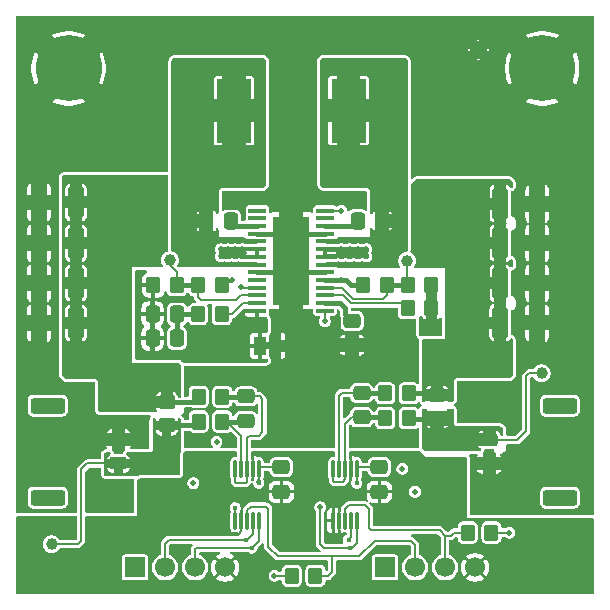
<source format=gtl>
G04 #@! TF.GenerationSoftware,KiCad,Pcbnew,9.0.1*
G04 #@! TF.CreationDate,2025-04-23T11:21:27+02:00*
G04 #@! TF.ProjectId,LTC3119-breakout,4c544333-3131-4392-9d62-7265616b6f75,rev?*
G04 #@! TF.SameCoordinates,Original*
G04 #@! TF.FileFunction,Copper,L1,Top*
G04 #@! TF.FilePolarity,Positive*
%FSLAX46Y46*%
G04 Gerber Fmt 4.6, Leading zero omitted, Abs format (unit mm)*
G04 Created by KiCad (PCBNEW 9.0.1) date 2025-04-23 11:21:27*
%MOMM*%
%LPD*%
G01*
G04 APERTURE LIST*
G04 Aperture macros list*
%AMRoundRect*
0 Rectangle with rounded corners*
0 $1 Rounding radius*
0 $2 $3 $4 $5 $6 $7 $8 $9 X,Y pos of 4 corners*
0 Add a 4 corners polygon primitive as box body*
4,1,4,$2,$3,$4,$5,$6,$7,$8,$9,$2,$3,0*
0 Add four circle primitives for the rounded corners*
1,1,$1+$1,$2,$3*
1,1,$1+$1,$4,$5*
1,1,$1+$1,$6,$7*
1,1,$1+$1,$8,$9*
0 Add four rect primitives between the rounded corners*
20,1,$1+$1,$2,$3,$4,$5,0*
20,1,$1+$1,$4,$5,$6,$7,0*
20,1,$1+$1,$6,$7,$8,$9,0*
20,1,$1+$1,$8,$9,$2,$3,0*%
G04 Aperture macros list end*
G04 #@! TA.AperFunction,EtchedComponent*
%ADD10C,0.000000*%
G04 #@! TD*
G04 #@! TA.AperFunction,SMDPad,CuDef*
%ADD11RoundRect,0.250000X-0.350000X-0.450000X0.350000X-0.450000X0.350000X0.450000X-0.350000X0.450000X0*%
G04 #@! TD*
G04 #@! TA.AperFunction,SMDPad,CuDef*
%ADD12C,1.000000*%
G04 #@! TD*
G04 #@! TA.AperFunction,SMDPad,CuDef*
%ADD13RoundRect,0.250000X0.475000X-0.337500X0.475000X0.337500X-0.475000X0.337500X-0.475000X-0.337500X0*%
G04 #@! TD*
G04 #@! TA.AperFunction,SMDPad,CuDef*
%ADD14RoundRect,0.250000X-0.412500X-1.100000X0.412500X-1.100000X0.412500X1.100000X-0.412500X1.100000X0*%
G04 #@! TD*
G04 #@! TA.AperFunction,SMDPad,CuDef*
%ADD15RoundRect,0.250000X0.412500X1.100000X-0.412500X1.100000X-0.412500X-1.100000X0.412500X-1.100000X0*%
G04 #@! TD*
G04 #@! TA.AperFunction,SMDPad,CuDef*
%ADD16RoundRect,0.250000X0.350000X0.450000X-0.350000X0.450000X-0.350000X-0.450000X0.350000X-0.450000X0*%
G04 #@! TD*
G04 #@! TA.AperFunction,ComponentPad*
%ADD17R,1.700000X1.700000*%
G04 #@! TD*
G04 #@! TA.AperFunction,ComponentPad*
%ADD18C,1.700000*%
G04 #@! TD*
G04 #@! TA.AperFunction,SMDPad,CuDef*
%ADD19RoundRect,0.250000X0.450000X-0.350000X0.450000X0.350000X-0.450000X0.350000X-0.450000X-0.350000X0*%
G04 #@! TD*
G04 #@! TA.AperFunction,SMDPad,CuDef*
%ADD20RoundRect,0.250000X-0.475000X0.337500X-0.475000X-0.337500X0.475000X-0.337500X0.475000X0.337500X0*%
G04 #@! TD*
G04 #@! TA.AperFunction,SMDPad,CuDef*
%ADD21RoundRect,0.250000X-0.450000X0.350000X-0.450000X-0.350000X0.450000X-0.350000X0.450000X0.350000X0*%
G04 #@! TD*
G04 #@! TA.AperFunction,SMDPad,CuDef*
%ADD22RoundRect,0.250000X0.337500X0.475000X-0.337500X0.475000X-0.337500X-0.475000X0.337500X-0.475000X0*%
G04 #@! TD*
G04 #@! TA.AperFunction,SMDPad,CuDef*
%ADD23R,1.000000X1.500000*%
G04 #@! TD*
G04 #@! TA.AperFunction,ComponentPad*
%ADD24C,5.600000*%
G04 #@! TD*
G04 #@! TA.AperFunction,SMDPad,CuDef*
%ADD25RoundRect,0.051250X-0.688750X-0.153750X0.688750X-0.153750X0.688750X0.153750X-0.688750X0.153750X0*%
G04 #@! TD*
G04 #@! TA.AperFunction,SMDPad,CuDef*
%ADD26R,3.050000X7.560000*%
G04 #@! TD*
G04 #@! TA.AperFunction,SMDPad,CuDef*
%ADD27RoundRect,0.250000X-0.337500X-0.475000X0.337500X-0.475000X0.337500X0.475000X-0.337500X0.475000X0*%
G04 #@! TD*
G04 #@! TA.AperFunction,SMDPad,CuDef*
%ADD28RoundRect,0.250000X-0.475000X0.300000X-0.475000X-0.300000X0.475000X-0.300000X0.475000X0.300000X0*%
G04 #@! TD*
G04 #@! TA.AperFunction,SMDPad,CuDef*
%ADD29RoundRect,0.250000X-1.200000X0.425000X-1.200000X-0.425000X1.200000X-0.425000X1.200000X0.425000X0*%
G04 #@! TD*
G04 #@! TA.AperFunction,SMDPad,CuDef*
%ADD30R,2.900000X5.400000*%
G04 #@! TD*
G04 #@! TA.AperFunction,SMDPad,CuDef*
%ADD31RoundRect,0.075000X0.075000X-0.650000X0.075000X0.650000X-0.075000X0.650000X-0.075000X-0.650000X0*%
G04 #@! TD*
G04 #@! TA.AperFunction,SMDPad,CuDef*
%ADD32RoundRect,0.250000X0.475000X-0.300000X0.475000X0.300000X-0.475000X0.300000X-0.475000X-0.300000X0*%
G04 #@! TD*
G04 #@! TA.AperFunction,SMDPad,CuDef*
%ADD33RoundRect,0.250000X1.200000X-0.425000X1.200000X0.425000X-1.200000X0.425000X-1.200000X-0.425000X0*%
G04 #@! TD*
G04 #@! TA.AperFunction,ViaPad*
%ADD34C,0.500000*%
G04 #@! TD*
G04 #@! TA.AperFunction,ViaPad*
%ADD35C,0.450000*%
G04 #@! TD*
G04 #@! TA.AperFunction,Conductor*
%ADD36C,0.200000*%
G04 #@! TD*
G04 #@! TA.AperFunction,Conductor*
%ADD37C,0.406400*%
G04 #@! TD*
G04 #@! TA.AperFunction,Conductor*
%ADD38C,0.203200*%
G04 #@! TD*
G04 APERTURE END LIST*
D10*
G04 #@! TA.AperFunction,EtchedComponent*
G36*
X137000000Y-100170000D02*
G01*
X136500000Y-100170000D01*
X136500000Y-99570000D01*
X137000000Y-99570000D01*
X137000000Y-100170000D01*
G37*
G04 #@! TD.AperFunction*
D11*
X148620000Y-96700000D03*
X150620000Y-96700000D03*
D12*
X127000000Y-86650000D03*
D13*
X144700000Y-105937500D03*
X144700000Y-103862500D03*
D14*
X117387500Y-91190000D03*
X120512500Y-91190000D03*
D15*
X159580000Y-91200000D03*
X156455000Y-91200000D03*
D16*
X129060000Y-94750000D03*
X127060000Y-94750000D03*
D11*
X148620000Y-94710000D03*
X150620000Y-94710000D03*
X144820000Y-94710000D03*
X146820000Y-94710000D03*
D13*
X137900000Y-112237500D03*
X137900000Y-110162500D03*
D16*
X132860000Y-94750000D03*
X130860000Y-94750000D03*
D11*
X130900000Y-106300000D03*
X132900000Y-106300000D03*
D16*
X148700000Y-103900000D03*
X146700000Y-103900000D03*
D17*
X125530000Y-118650000D03*
D18*
X128070000Y-118650000D03*
X130610000Y-118650000D03*
X133150000Y-118650000D03*
D15*
X159570000Y-97920000D03*
X156445000Y-97920000D03*
D16*
X140800000Y-119350000D03*
X138800000Y-119350000D03*
D19*
X128210000Y-106630000D03*
X128210000Y-104630000D03*
D15*
X159580000Y-87850000D03*
X156455000Y-87850000D03*
D12*
X154600000Y-74800000D03*
D20*
X143900000Y-97762500D03*
X143900000Y-99837500D03*
D21*
X151090000Y-104040000D03*
X151090000Y-106040000D03*
D22*
X129077500Y-97200000D03*
X127002500Y-97200000D03*
D23*
X137400000Y-99870000D03*
X136100000Y-99870000D03*
D11*
X130900000Y-104200000D03*
X132900000Y-104200000D03*
D15*
X159580000Y-94590000D03*
X156455000Y-94590000D03*
D24*
X160000000Y-76400000D03*
D11*
X153700000Y-115700000D03*
X155700000Y-115700000D03*
D16*
X132860000Y-97210000D03*
X130860000Y-97210000D03*
D14*
X117387500Y-87740000D03*
X120512500Y-87740000D03*
D25*
X135880000Y-88450000D03*
X135880000Y-89100000D03*
X135880000Y-89750000D03*
X135880000Y-90400000D03*
X135880000Y-91050000D03*
X135880000Y-91700000D03*
X135880000Y-92350000D03*
X135880000Y-93000000D03*
X135880000Y-93650000D03*
X135880000Y-94300000D03*
X135880000Y-94950000D03*
X135880000Y-95600000D03*
X135880000Y-96250000D03*
X135880000Y-96900000D03*
X141610000Y-96900000D03*
X141610000Y-96250000D03*
X141610000Y-95600000D03*
X141610000Y-94950000D03*
X141610000Y-94300000D03*
X141610000Y-93650000D03*
X141610000Y-93000000D03*
X141610000Y-92350000D03*
X141610000Y-91700000D03*
X141610000Y-91050000D03*
X141610000Y-90400000D03*
X141610000Y-89750000D03*
X141610000Y-89100000D03*
X141610000Y-88450000D03*
D26*
X138745000Y-92675000D03*
D27*
X144362500Y-89300000D03*
X146437500Y-89300000D03*
D14*
X117387500Y-94550000D03*
X120512500Y-94550000D03*
D28*
X124120000Y-107840000D03*
X124120000Y-109840000D03*
D29*
X118125000Y-104945000D03*
X118125000Y-112735000D03*
D14*
X117407500Y-97950000D03*
X120532500Y-97950000D03*
D22*
X129077500Y-99240000D03*
X127002500Y-99240000D03*
D17*
X146690000Y-118650000D03*
D18*
X149230000Y-118650000D03*
X151770000Y-118650000D03*
X154310000Y-118650000D03*
D12*
X150625000Y-87400000D03*
X159950000Y-102200000D03*
D30*
X143600000Y-79970000D03*
X133900000Y-79970000D03*
D20*
X134900000Y-104162500D03*
X134900000Y-106237500D03*
D31*
X142300000Y-114700000D03*
X142800000Y-114700000D03*
X143300000Y-114700000D03*
X143800000Y-114700000D03*
X144300000Y-114700000D03*
X144300000Y-110300000D03*
X143800000Y-110300000D03*
X143300000Y-110300000D03*
X142800000Y-110300000D03*
X142300000Y-110300000D03*
X134000000Y-114700000D03*
X134500000Y-114700000D03*
X135000000Y-114700000D03*
X135500000Y-114700000D03*
X136000000Y-114700000D03*
X136000000Y-110300000D03*
X135500000Y-110300000D03*
X135000000Y-110300000D03*
X134500000Y-110300000D03*
X134000000Y-110300000D03*
D13*
X146200000Y-112237500D03*
X146200000Y-110162500D03*
D12*
X128475000Y-92625000D03*
D16*
X148700000Y-106000000D03*
X146700000Y-106000000D03*
D12*
X148550000Y-92675000D03*
D27*
X131562500Y-89320000D03*
X133637500Y-89320000D03*
D32*
X155500000Y-109840000D03*
X155500000Y-107840000D03*
D33*
X161495000Y-112735000D03*
X161495000Y-104945000D03*
D12*
X118450000Y-116675000D03*
D24*
X119900000Y-76400000D03*
D34*
X132000000Y-115300000D03*
X132000000Y-111300000D03*
X143000000Y-94300000D03*
X154750000Y-95550000D03*
X154750000Y-90550000D03*
X154750000Y-96550000D03*
X145100000Y-91700000D03*
X154750000Y-91550000D03*
X153750000Y-86550000D03*
X154750000Y-98550000D03*
X152750000Y-87550000D03*
X154750000Y-87550000D03*
X143000000Y-92300000D03*
X152750000Y-86550000D03*
X152750000Y-91550000D03*
X153750000Y-98550000D03*
X152750000Y-88550000D03*
X153750000Y-96550000D03*
X153750000Y-95550000D03*
X143700000Y-92300000D03*
X153750000Y-88550000D03*
X152750000Y-90550000D03*
X144400000Y-92300000D03*
X153750000Y-97550000D03*
X154750000Y-88550000D03*
X154750000Y-93550000D03*
X143000000Y-91700000D03*
X144400000Y-91700000D03*
X153750000Y-93550000D03*
X153750000Y-90550000D03*
X153750000Y-94550000D03*
X152750000Y-93550000D03*
X153750000Y-87550000D03*
X152750000Y-94550000D03*
X152750000Y-89550000D03*
X154750000Y-92550000D03*
X145100000Y-92300000D03*
X154750000Y-86550000D03*
X154750000Y-94550000D03*
X152750000Y-95550000D03*
X154750000Y-97550000D03*
X153750000Y-92550000D03*
X153750000Y-91550000D03*
X154750000Y-89550000D03*
X153750000Y-89550000D03*
X152750000Y-92550000D03*
X143700000Y-91700000D03*
X150500000Y-114300000D03*
X162500000Y-118300000D03*
X151000000Y-98300000D03*
X122000000Y-117300000D03*
X116000000Y-117300000D03*
X130000000Y-109300000D03*
X158500000Y-118300000D03*
X143000000Y-119300000D03*
X160500000Y-116300000D03*
X158500000Y-120300000D03*
X158500000Y-116300000D03*
X132500000Y-99100000D03*
X160500000Y-120300000D03*
X122000000Y-115300000D03*
X118000000Y-119300000D03*
X162500000Y-116300000D03*
X116000000Y-119300000D03*
X133600000Y-99100000D03*
X122000000Y-119300000D03*
X120000000Y-119300000D03*
X124000000Y-115300000D03*
X152500000Y-114300000D03*
X144000000Y-120300000D03*
X116000000Y-115300000D03*
X162500000Y-120300000D03*
X141000000Y-111300000D03*
X146500000Y-114300000D03*
X131400000Y-100200000D03*
X142000000Y-112300000D03*
X141000000Y-109300000D03*
X126000000Y-115300000D03*
X132000000Y-109300000D03*
X132500000Y-100200000D03*
X160500000Y-118300000D03*
X132000000Y-113300000D03*
X133600000Y-100200000D03*
X150100000Y-98300000D03*
X131400000Y-99100000D03*
X134500000Y-94900000D03*
X143000000Y-88450000D03*
X143300000Y-96700000D03*
X123500000Y-91300000D03*
X122500000Y-86300000D03*
X123500000Y-92300000D03*
X122500000Y-90300000D03*
X123500000Y-99300000D03*
X122500000Y-96300000D03*
X122500000Y-98300000D03*
X124500000Y-92300000D03*
X122500000Y-87300000D03*
X133700000Y-94300000D03*
X124500000Y-88300000D03*
X124500000Y-87300000D03*
X122500000Y-97300000D03*
X132800000Y-92300000D03*
X122500000Y-88300000D03*
X123500000Y-90300000D03*
X124500000Y-90300000D03*
X122500000Y-94300000D03*
X134600000Y-92300000D03*
X134000000Y-91700000D03*
X133400000Y-92300000D03*
X122500000Y-92300000D03*
X123500000Y-93300000D03*
X134600000Y-91700000D03*
X123500000Y-98300000D03*
X123500000Y-94300000D03*
X124500000Y-91300000D03*
X123500000Y-96300000D03*
X132800000Y-91700000D03*
X123500000Y-89300000D03*
X124500000Y-86300000D03*
X122500000Y-93300000D03*
X123500000Y-95300000D03*
X123500000Y-86300000D03*
X124500000Y-89300000D03*
X123500000Y-88300000D03*
X134000000Y-92300000D03*
X123500000Y-87300000D03*
X122500000Y-91300000D03*
X123500000Y-97300000D03*
X133400000Y-91700000D03*
X122500000Y-95300000D03*
X122500000Y-89300000D03*
X122500000Y-99300000D03*
X137325000Y-119350000D03*
D35*
X134000000Y-113600000D03*
X144300000Y-111500000D03*
D34*
X157225000Y-115700000D03*
D35*
X136000000Y-111500000D03*
D34*
X130450000Y-111500000D03*
X148150000Y-110300000D03*
D35*
X143600000Y-116300000D03*
X134900000Y-116300000D03*
X135400000Y-117000000D03*
X143700000Y-117000000D03*
D34*
X141200000Y-113550000D03*
X132425000Y-108000000D03*
X149225000Y-112250000D03*
X141600000Y-97800000D03*
X137500000Y-84800000D03*
X137500000Y-74800000D03*
X137500000Y-76800000D03*
X138800000Y-94600000D03*
X144500000Y-72800000D03*
X118500000Y-84800000D03*
X140500000Y-82800000D03*
X132500000Y-74800000D03*
X137900000Y-94600000D03*
X150500000Y-74800000D03*
X140500000Y-83800000D03*
X130500000Y-72800000D03*
X140500000Y-85800000D03*
X148500000Y-74800000D03*
X138500000Y-78800000D03*
X140500000Y-72800000D03*
X162500000Y-80800000D03*
X118500000Y-80800000D03*
X139600000Y-90700000D03*
X138500000Y-87800000D03*
X116500000Y-80800000D03*
X139500000Y-86800000D03*
X139500000Y-85800000D03*
X154500000Y-78800000D03*
X137500000Y-86800000D03*
X138500000Y-73800000D03*
X128500000Y-74800000D03*
X138500000Y-77800000D03*
X162500000Y-100800000D03*
X137900000Y-92000000D03*
X120500000Y-82800000D03*
X139500000Y-82800000D03*
X139500000Y-75800000D03*
X122500000Y-80800000D03*
X140500000Y-74800000D03*
X140500000Y-76800000D03*
X139500000Y-87800000D03*
X140500000Y-80800000D03*
X137500000Y-72800000D03*
X137900000Y-93300000D03*
X122875000Y-112300000D03*
X162500000Y-92800000D03*
X140500000Y-75800000D03*
X137500000Y-83800000D03*
X139500000Y-84800000D03*
X142500000Y-74800000D03*
X137900000Y-90700000D03*
X118500000Y-82800000D03*
X152500000Y-84800000D03*
X122500000Y-82800000D03*
X162500000Y-94800000D03*
X139600000Y-94600000D03*
X138800000Y-92000000D03*
X134500000Y-74800000D03*
X138500000Y-75800000D03*
X120500000Y-84800000D03*
X126500000Y-74800000D03*
X150500000Y-80800000D03*
X124500000Y-76800000D03*
X162500000Y-82800000D03*
X137500000Y-78800000D03*
X126500000Y-72800000D03*
X138500000Y-85800000D03*
X139600000Y-93300000D03*
X139500000Y-76800000D03*
X152500000Y-76800000D03*
X136500000Y-74800000D03*
X158500000Y-82800000D03*
X152500000Y-82800000D03*
X126500000Y-84800000D03*
X156500000Y-84800000D03*
X128500000Y-72800000D03*
X139500000Y-73800000D03*
X137500000Y-82800000D03*
X126500000Y-78800000D03*
X138500000Y-81800000D03*
X156500000Y-80800000D03*
X139500000Y-74800000D03*
X162500000Y-98800000D03*
X160500000Y-80800000D03*
X138500000Y-86800000D03*
X152500000Y-74800000D03*
X158500000Y-84800000D03*
X137900000Y-89400000D03*
X146500000Y-74800000D03*
X146500000Y-72800000D03*
X140500000Y-79800000D03*
X137500000Y-75800000D03*
X124500000Y-78800000D03*
X138800000Y-93300000D03*
X144500000Y-74800000D03*
X139500000Y-83800000D03*
X158500000Y-80800000D03*
X116500000Y-84800000D03*
X160500000Y-84800000D03*
X134500000Y-72800000D03*
X138800000Y-90700000D03*
X139500000Y-77800000D03*
X152500000Y-78800000D03*
X136500000Y-72800000D03*
X136500000Y-73800000D03*
X140500000Y-77800000D03*
X139500000Y-80800000D03*
X130500000Y-74800000D03*
X140500000Y-78800000D03*
X152500000Y-72800000D03*
X150500000Y-82800000D03*
X122500000Y-84800000D03*
X139600000Y-92000000D03*
X126500000Y-80800000D03*
X140500000Y-81800000D03*
X137900000Y-95900000D03*
X124500000Y-74800000D03*
X137500000Y-80800000D03*
X116500000Y-100800000D03*
X132500000Y-72800000D03*
X140500000Y-73800000D03*
X148500000Y-72800000D03*
X124500000Y-72800000D03*
X138500000Y-72800000D03*
X140500000Y-84800000D03*
X162500000Y-96800000D03*
X116500000Y-82800000D03*
X137500000Y-79800000D03*
X162500000Y-90800000D03*
X139500000Y-79800000D03*
X126500000Y-82800000D03*
X140500000Y-86800000D03*
X137500000Y-81800000D03*
X138800000Y-95900000D03*
X138500000Y-76800000D03*
X138500000Y-83800000D03*
X139600000Y-95900000D03*
X126500000Y-76800000D03*
X150500000Y-84800000D03*
X138500000Y-82800000D03*
X150500000Y-72800000D03*
X150500000Y-76800000D03*
X139500000Y-78800000D03*
X150500000Y-78800000D03*
X138500000Y-80800000D03*
X139500000Y-72800000D03*
X162500000Y-84800000D03*
X138500000Y-74800000D03*
X137500000Y-77800000D03*
X154500000Y-72800000D03*
X139600000Y-89400000D03*
X160500000Y-82800000D03*
X124500000Y-82800000D03*
X162500000Y-88800000D03*
X154500000Y-82800000D03*
X154500000Y-76800000D03*
X156500000Y-82800000D03*
X138800000Y-89400000D03*
X137500000Y-85800000D03*
X142500000Y-72800000D03*
X138500000Y-84800000D03*
X124500000Y-84800000D03*
X120500000Y-80800000D03*
X124500000Y-80800000D03*
X139500000Y-81800000D03*
X162500000Y-86800000D03*
X137500000Y-73800000D03*
X138500000Y-79800000D03*
X154500000Y-80800000D03*
X152500000Y-80800000D03*
X154500000Y-84800000D03*
X136000000Y-120300000D03*
X136000000Y-118300000D03*
D36*
X134549000Y-114651000D02*
X134549000Y-113551000D01*
X134500000Y-114700000D02*
X134549000Y-114651000D01*
X134549000Y-113551000D02*
X134900000Y-113200000D01*
X134300000Y-115800000D02*
X133900000Y-115800000D01*
X134500000Y-114700000D02*
X134500000Y-115600000D01*
X134500000Y-115600000D02*
X134300000Y-115800000D01*
X143600000Y-111800000D02*
X143500000Y-111900000D01*
X143600000Y-111469362D02*
X143600000Y-111800000D01*
X143702600Y-111156224D02*
X143702600Y-111366762D01*
X143751000Y-110349000D02*
X143751000Y-111107824D01*
X143751000Y-111107824D02*
X143702600Y-111156224D01*
X143702600Y-111366762D02*
X143600000Y-111469362D01*
X143800000Y-110300000D02*
X143751000Y-110349000D01*
D37*
X134067500Y-89750000D02*
X133637500Y-89320000D01*
X135880000Y-89750000D02*
X134067500Y-89750000D01*
X143912500Y-89750000D02*
X144362500Y-89300000D01*
X141610000Y-89750000D02*
X143912500Y-89750000D01*
X148700000Y-103900000D02*
X150950000Y-103900000D01*
X141610000Y-94300000D02*
X143000000Y-94300000D01*
X143000000Y-94300000D02*
X143400000Y-94300000D01*
X143400000Y-94300000D02*
X143810000Y-94710000D01*
X150950000Y-103900000D02*
X151090000Y-104040000D01*
X143810000Y-94710000D02*
X144820000Y-94710000D01*
X143300000Y-97162500D02*
X143900000Y-97762500D01*
D36*
X135880000Y-94950000D02*
X134550000Y-94950000D01*
X134550000Y-94950000D02*
X134500000Y-94900000D01*
D37*
X142850000Y-96250000D02*
X143050000Y-96450000D01*
X143300000Y-96700000D02*
X143300000Y-97162500D01*
X141610000Y-96250000D02*
X142850000Y-96250000D01*
D36*
X141610000Y-88450000D02*
X143000000Y-88450000D01*
D37*
X143050000Y-96450000D02*
X143300000Y-96700000D01*
X129077500Y-97200000D02*
X130850000Y-97200000D01*
X129077500Y-97200000D02*
X129077500Y-99240000D01*
X130850000Y-97200000D02*
X130860000Y-97210000D01*
X128210000Y-104630000D02*
X130470000Y-104630000D01*
X130470000Y-104630000D02*
X130900000Y-104200000D01*
D38*
X133250000Y-94750000D02*
X132860000Y-94750000D01*
X133700000Y-94300000D02*
X133250000Y-94750000D01*
X142800000Y-110300000D02*
X142800000Y-104100000D01*
D37*
X146700000Y-103900000D02*
X144737500Y-103900000D01*
D38*
X143037500Y-103862500D02*
X144700000Y-103862500D01*
D37*
X144737500Y-103900000D02*
X144700000Y-103862500D01*
D38*
X142800000Y-104100000D02*
X143037500Y-103862500D01*
X155700000Y-115700000D02*
X157225000Y-115700000D01*
X136137500Y-110162500D02*
X136000000Y-110300000D01*
X136000000Y-110300000D02*
X136000000Y-111500000D01*
X138800000Y-119350000D02*
X137325000Y-119350000D01*
X146200000Y-110162500D02*
X144437500Y-110162500D01*
X137900000Y-110162500D02*
X136137500Y-110162500D01*
X144437500Y-110162500D02*
X144300000Y-110300000D01*
X134000000Y-114700000D02*
X134000000Y-113600000D01*
X144300000Y-110300000D02*
X144300000Y-111500000D01*
X134500000Y-107500000D02*
X133300000Y-106300000D01*
X134500000Y-110300000D02*
X134500000Y-107500000D01*
D37*
X134837500Y-106300000D02*
X134900000Y-106237500D01*
X132900000Y-106300000D02*
X134837500Y-106300000D01*
D38*
X133300000Y-106300000D02*
X132900000Y-106300000D01*
X143800000Y-116100000D02*
X143800000Y-114700000D01*
X134900000Y-116300000D02*
X135000000Y-116300000D01*
X135500000Y-115800000D02*
X135500000Y-114700000D01*
X143600000Y-116300000D02*
X143800000Y-116100000D01*
X128070000Y-116630000D02*
X128070000Y-118650000D01*
X128400000Y-116300000D02*
X128070000Y-116630000D01*
X135000000Y-116300000D02*
X135500000Y-115800000D01*
X134900000Y-116300000D02*
X128400000Y-116300000D01*
X130610000Y-117090000D02*
X130610000Y-118650000D01*
X136000000Y-116400000D02*
X136000000Y-114700000D01*
X144300000Y-116600000D02*
X144300000Y-114700000D01*
X143700000Y-117000000D02*
X143900000Y-117000000D01*
X135400000Y-117000000D02*
X136000000Y-116400000D01*
X135400000Y-117000000D02*
X130700000Y-117000000D01*
X141525000Y-117000000D02*
X141200000Y-116675000D01*
X143900000Y-117000000D02*
X144300000Y-116600000D01*
X143700000Y-117000000D02*
X141525000Y-117000000D01*
X141200000Y-116675000D02*
X141200000Y-113550000D01*
X130700000Y-117000000D02*
X130610000Y-117090000D01*
X148900000Y-116400000D02*
X149230000Y-116730000D01*
X135000000Y-113800000D02*
X135300000Y-113500000D01*
X142200000Y-119025000D02*
X142200000Y-117800000D01*
X142200000Y-117800000D02*
X142300000Y-117700000D01*
X140800000Y-119350000D02*
X141875000Y-119350000D01*
X145800000Y-116400000D02*
X148900000Y-116400000D01*
X137600000Y-117700000D02*
X142300000Y-117700000D01*
X135300000Y-113500000D02*
X136600000Y-113500000D01*
X144500000Y-117700000D02*
X145800000Y-116400000D01*
X135000000Y-114700000D02*
X135000000Y-113800000D01*
X142300000Y-117700000D02*
X144500000Y-117700000D01*
X136800000Y-116900000D02*
X137600000Y-117700000D01*
X136600000Y-113500000D02*
X136800000Y-113700000D01*
X141875000Y-119350000D02*
X142200000Y-119025000D01*
X149230000Y-116730000D02*
X149230000Y-118650000D01*
X136800000Y-113700000D02*
X136800000Y-116900000D01*
X145000000Y-113400000D02*
X145300000Y-113700000D01*
X145300000Y-113700000D02*
X145300000Y-115300000D01*
X152525000Y-115700000D02*
X153700000Y-115700000D01*
X151770000Y-115970000D02*
X152255000Y-115970000D01*
X152255000Y-115970000D02*
X152525000Y-115700000D01*
X143300000Y-114700000D02*
X143300000Y-113700000D01*
X145500000Y-115500000D02*
X151300000Y-115500000D01*
X145300000Y-115300000D02*
X145500000Y-115500000D01*
X151770000Y-115970000D02*
X151770000Y-118650000D01*
X151300000Y-115500000D02*
X151770000Y-115970000D01*
X143300000Y-113700000D02*
X143600000Y-113400000D01*
X143600000Y-113400000D02*
X145000000Y-113400000D01*
X157885000Y-107840000D02*
X158625000Y-107100000D01*
X155500000Y-107840000D02*
X157885000Y-107840000D01*
X158900000Y-102200000D02*
X159950000Y-102200000D01*
D37*
X151090000Y-106040000D02*
X148740000Y-106040000D01*
D38*
X158625000Y-107100000D02*
X158625000Y-102475000D01*
D37*
X148740000Y-106040000D02*
X148700000Y-106000000D01*
D38*
X158625000Y-102475000D02*
X158900000Y-102200000D01*
D37*
X128210000Y-106630000D02*
X130570000Y-106630000D01*
X130570000Y-106630000D02*
X130900000Y-106300000D01*
D38*
X121485000Y-109840000D02*
X124120000Y-109840000D01*
X120975000Y-110350000D02*
X121485000Y-109840000D01*
X120675000Y-116675000D02*
X120975000Y-116375000D01*
X118450000Y-116675000D02*
X120675000Y-116675000D01*
X120975000Y-116375000D02*
X120975000Y-110350000D01*
X146504200Y-95895800D02*
X146820000Y-95580000D01*
X143050000Y-94950000D02*
X143995800Y-95895800D01*
X141610000Y-94950000D02*
X143050000Y-94950000D01*
D37*
X146820000Y-94710000D02*
X148620000Y-94710000D01*
D38*
X143995800Y-95895800D02*
X146504200Y-95895800D01*
X146820000Y-95580000D02*
X146820000Y-94710000D01*
X148550000Y-94640000D02*
X148620000Y-94710000D01*
X148550000Y-92675000D02*
X148550000Y-94640000D01*
X141610000Y-97790000D02*
X141600000Y-97800000D01*
X141610000Y-96900000D02*
X141610000Y-97790000D01*
X148220000Y-96300000D02*
X148620000Y-96700000D01*
X143100000Y-95600000D02*
X143800000Y-96300000D01*
X143800000Y-96300000D02*
X148220000Y-96300000D01*
X141610000Y-95600000D02*
X143100000Y-95600000D01*
X134500000Y-95600000D02*
X134100000Y-96000000D01*
X129060000Y-93610000D02*
X129060000Y-94750000D01*
X130860000Y-95760000D02*
X130860000Y-94750000D01*
X128475000Y-93025000D02*
X129060000Y-93610000D01*
X131100000Y-96000000D02*
X130860000Y-95760000D01*
X128475000Y-92625000D02*
X128475000Y-93025000D01*
D37*
X129060000Y-94750000D02*
X130860000Y-94750000D01*
D38*
X134100000Y-96000000D02*
X131100000Y-96000000D01*
X135880000Y-95600000D02*
X134500000Y-95600000D01*
X134700000Y-96250000D02*
X135880000Y-96250000D01*
X133740000Y-97210000D02*
X134700000Y-96250000D01*
X132860000Y-97210000D02*
X133740000Y-97210000D01*
D37*
X139100000Y-90400000D02*
X141610000Y-90400000D01*
X137770000Y-93650000D02*
X138745000Y-92675000D01*
X141610000Y-93650000D02*
X139720000Y-93650000D01*
X138400000Y-90400000D02*
X135880000Y-90400000D01*
X138745000Y-92675000D02*
X138745000Y-90745000D01*
X135880000Y-93650000D02*
X137770000Y-93650000D01*
X138745000Y-92675000D02*
X138745000Y-90755000D01*
X138745000Y-90745000D02*
X138400000Y-90400000D01*
X139720000Y-93650000D02*
X138745000Y-92675000D01*
X138745000Y-90755000D02*
X139100000Y-90400000D01*
D38*
X143300000Y-111200000D02*
X143300000Y-110300000D01*
X143300000Y-110300000D02*
X143300000Y-106500000D01*
X143862500Y-105937500D02*
X144700000Y-105937500D01*
D37*
X146637500Y-105937500D02*
X146700000Y-106000000D01*
D38*
X142300000Y-110300000D02*
X142300000Y-111300000D01*
X142300000Y-111300000D02*
X142400000Y-111400000D01*
X143100000Y-111400000D02*
X143300000Y-111200000D01*
X143300000Y-106500000D02*
X143862500Y-105937500D01*
D37*
X144700000Y-105937500D02*
X146637500Y-105937500D01*
D38*
X142400000Y-111400000D02*
X143100000Y-111400000D01*
X135000000Y-107700000D02*
X135000000Y-110300000D01*
X135000000Y-111400000D02*
X135000000Y-110300000D01*
X134100000Y-111500000D02*
X134900000Y-111500000D01*
X134000000Y-111400000D02*
X134100000Y-111500000D01*
X134900000Y-111500000D02*
X135000000Y-111400000D01*
D37*
X134862500Y-104200000D02*
X134900000Y-104162500D01*
D38*
X134900000Y-104162500D02*
X136062500Y-104162500D01*
X136300000Y-107200000D02*
X136000000Y-107500000D01*
X136300000Y-104400000D02*
X136300000Y-107200000D01*
X136062500Y-104162500D02*
X136300000Y-104400000D01*
X134000000Y-110300000D02*
X134000000Y-111400000D01*
X135200000Y-107500000D02*
X135000000Y-107700000D01*
D37*
X132900000Y-104200000D02*
X134862500Y-104200000D01*
D38*
X136000000Y-107500000D02*
X135200000Y-107500000D01*
G04 #@! TA.AperFunction,Conductor*
G36*
X148415677Y-75519685D02*
G01*
X148436319Y-75536319D01*
X148563681Y-75663681D01*
X148597166Y-75725004D01*
X148600000Y-75751362D01*
X148600000Y-91800500D01*
X148580315Y-91867539D01*
X148527511Y-91913294D01*
X148482070Y-91923179D01*
X148482142Y-91923903D01*
X148476079Y-91924499D01*
X148331092Y-91953340D01*
X148331082Y-91953343D01*
X148194511Y-92009912D01*
X148194498Y-92009919D01*
X148071584Y-92092048D01*
X148071580Y-92092051D01*
X147967051Y-92196580D01*
X147967048Y-92196584D01*
X147884919Y-92319498D01*
X147884912Y-92319511D01*
X147828343Y-92456082D01*
X147828340Y-92456092D01*
X147799500Y-92601079D01*
X147799500Y-92601082D01*
X147799500Y-92748918D01*
X147799500Y-92748920D01*
X147799499Y-92748920D01*
X147828340Y-92893907D01*
X147828343Y-92893917D01*
X147884912Y-93030488D01*
X147884919Y-93030501D01*
X147936107Y-93107109D01*
X147956985Y-93173787D01*
X147938500Y-93241167D01*
X147886521Y-93287857D01*
X147833005Y-93300000D01*
X142727467Y-93300000D01*
X142660428Y-93280315D01*
X142614673Y-93227511D01*
X142613672Y-93221168D01*
X142599271Y-93205000D01*
X142412343Y-93205000D01*
X142403657Y-93202449D01*
X142394696Y-93203738D01*
X142378267Y-93199025D01*
X142378036Y-93199876D01*
X142369036Y-93197427D01*
X142343806Y-93194500D01*
X142343804Y-93194500D01*
X141734000Y-93194500D01*
X141725314Y-93191949D01*
X141716353Y-93193238D01*
X141692312Y-93182259D01*
X141666961Y-93174815D01*
X141661033Y-93167974D01*
X141652797Y-93164213D01*
X141638507Y-93141978D01*
X141621206Y-93122011D01*
X141618918Y-93111496D01*
X141615023Y-93105435D01*
X141610000Y-93070500D01*
X141610000Y-92929500D01*
X141629685Y-92862461D01*
X141682489Y-92816706D01*
X141734000Y-92805500D01*
X142343803Y-92805500D01*
X142343804Y-92805500D01*
X142369033Y-92802573D01*
X142369035Y-92802572D01*
X142369036Y-92802572D01*
X142378036Y-92800124D01*
X142378579Y-92802123D01*
X142412343Y-92795000D01*
X142599271Y-92795000D01*
X142619427Y-92772371D01*
X142678715Y-92735403D01*
X142748578Y-92736357D01*
X142774019Y-92747458D01*
X142800399Y-92762688D01*
X142806810Y-92766390D01*
X142806814Y-92766392D01*
X142934108Y-92800500D01*
X142934110Y-92800500D01*
X143065890Y-92800500D01*
X143065892Y-92800500D01*
X143193186Y-92766392D01*
X143279406Y-92716613D01*
X143294894Y-92712462D01*
X143306471Y-92705023D01*
X143341406Y-92700000D01*
X143358594Y-92700000D01*
X143420594Y-92716613D01*
X143506814Y-92766392D01*
X143634108Y-92800500D01*
X143634110Y-92800500D01*
X143765890Y-92800500D01*
X143765892Y-92800500D01*
X143893186Y-92766392D01*
X143979406Y-92716613D01*
X143994894Y-92712462D01*
X144006471Y-92705023D01*
X144041406Y-92700000D01*
X144058594Y-92700000D01*
X144120594Y-92716613D01*
X144206814Y-92766392D01*
X144334108Y-92800500D01*
X144334110Y-92800500D01*
X144465890Y-92800500D01*
X144465892Y-92800500D01*
X144593186Y-92766392D01*
X144679406Y-92716613D01*
X144694894Y-92712462D01*
X144706471Y-92705023D01*
X144741406Y-92700000D01*
X144758594Y-92700000D01*
X144820594Y-92716613D01*
X144906814Y-92766392D01*
X145034108Y-92800500D01*
X145034110Y-92800500D01*
X145165890Y-92800500D01*
X145165892Y-92800500D01*
X145293186Y-92766392D01*
X145407314Y-92700500D01*
X145500500Y-92607314D01*
X145566392Y-92493186D01*
X145600500Y-92365892D01*
X145600500Y-92234108D01*
X145566392Y-92106814D01*
X145566391Y-92106813D01*
X145566391Y-92106811D01*
X145540519Y-92062002D01*
X145524045Y-91994102D01*
X145540519Y-91937998D01*
X145548313Y-91924500D01*
X145566392Y-91893186D01*
X145600500Y-91765892D01*
X145600500Y-91634108D01*
X145566392Y-91506814D01*
X145563148Y-91501196D01*
X145522428Y-91430667D01*
X145500500Y-91392686D01*
X145407314Y-91299500D01*
X145328052Y-91253738D01*
X145293187Y-91233608D01*
X145220802Y-91214213D01*
X145165892Y-91199500D01*
X145034108Y-91199500D01*
X144906814Y-91233608D01*
X144906813Y-91233608D01*
X144906811Y-91233609D01*
X144906810Y-91233609D01*
X144820594Y-91283387D01*
X144805105Y-91287537D01*
X144793529Y-91294977D01*
X144758594Y-91300000D01*
X144741406Y-91300000D01*
X144679406Y-91283387D01*
X144593188Y-91233609D01*
X144593187Y-91233608D01*
X144593186Y-91233608D01*
X144465892Y-91199500D01*
X144334108Y-91199500D01*
X144206814Y-91233608D01*
X144206813Y-91233608D01*
X144206811Y-91233609D01*
X144206810Y-91233609D01*
X144120594Y-91283387D01*
X144105105Y-91287537D01*
X144093529Y-91294977D01*
X144058594Y-91300000D01*
X144041406Y-91300000D01*
X143979406Y-91283387D01*
X143893188Y-91233609D01*
X143893187Y-91233608D01*
X143893186Y-91233608D01*
X143765892Y-91199500D01*
X143634108Y-91199500D01*
X143506814Y-91233608D01*
X143506813Y-91233608D01*
X143506811Y-91233609D01*
X143506810Y-91233609D01*
X143420594Y-91283387D01*
X143405105Y-91287537D01*
X143393529Y-91294977D01*
X143358594Y-91300000D01*
X143341406Y-91300000D01*
X143279406Y-91283387D01*
X143193188Y-91233609D01*
X143193187Y-91233608D01*
X143193186Y-91233608D01*
X143065892Y-91199500D01*
X142934108Y-91199500D01*
X142806814Y-91233608D01*
X142806813Y-91233608D01*
X142806811Y-91233609D01*
X142806810Y-91233609D01*
X142744611Y-91269520D01*
X142676710Y-91285993D01*
X142610684Y-91263140D01*
X142601606Y-91255000D01*
X142412343Y-91255000D01*
X142403657Y-91252449D01*
X142394696Y-91253738D01*
X142378267Y-91249025D01*
X142378036Y-91249876D01*
X142369036Y-91247427D01*
X142343806Y-91244500D01*
X142343804Y-91244500D01*
X141734000Y-91244500D01*
X141725314Y-91241949D01*
X141716353Y-91243238D01*
X141692312Y-91232259D01*
X141666961Y-91224815D01*
X141661033Y-91217974D01*
X141652797Y-91214213D01*
X141638507Y-91191978D01*
X141621206Y-91172011D01*
X141618918Y-91161496D01*
X141615023Y-91155435D01*
X141610000Y-91120500D01*
X141610000Y-90979500D01*
X141629685Y-90912461D01*
X141682489Y-90866706D01*
X141734000Y-90855500D01*
X142343803Y-90855500D01*
X142343804Y-90855500D01*
X142369033Y-90852573D01*
X142369035Y-90852572D01*
X142369036Y-90852572D01*
X142378036Y-90850124D01*
X142378579Y-90852123D01*
X142412343Y-90845000D01*
X142599271Y-90845000D01*
X142599272Y-90844998D01*
X142598494Y-90838286D01*
X142610324Y-90769425D01*
X142657505Y-90717891D01*
X142721668Y-90700000D01*
X145400000Y-90700000D01*
X145400000Y-90016278D01*
X145419685Y-89949239D01*
X145472489Y-89903484D01*
X145541647Y-89893540D01*
X145605203Y-89922565D01*
X145640182Y-89972945D01*
X145656645Y-90017086D01*
X145656647Y-90017088D01*
X145742809Y-90132186D01*
X145742810Y-90132187D01*
X145850000Y-90212429D01*
X147025000Y-90212429D01*
X147132189Y-90132187D01*
X147132190Y-90132186D01*
X147218351Y-90017091D01*
X147266686Y-89887500D01*
X147025000Y-89887500D01*
X147025000Y-90212429D01*
X145850000Y-90212429D01*
X145850000Y-88712500D01*
X147025000Y-88712500D01*
X147266686Y-88712500D01*
X147218350Y-88582906D01*
X147132191Y-88467814D01*
X147132186Y-88467809D01*
X147025000Y-88387569D01*
X147025000Y-88712500D01*
X145850000Y-88712500D01*
X145850000Y-88387569D01*
X145742813Y-88467809D01*
X145742808Y-88467814D01*
X145656649Y-88582906D01*
X145656646Y-88582911D01*
X145640182Y-88627055D01*
X145598310Y-88682988D01*
X145532846Y-88707405D01*
X145464573Y-88692553D01*
X145415168Y-88643148D01*
X145400000Y-88583721D01*
X145400000Y-86700000D01*
X145200000Y-86500000D01*
X141451362Y-86500000D01*
X141421921Y-86491355D01*
X141391935Y-86484832D01*
X141386919Y-86481077D01*
X141384323Y-86480315D01*
X141363681Y-86463681D01*
X141236319Y-86336319D01*
X141202834Y-86274996D01*
X141200000Y-86248638D01*
X141200000Y-82694628D01*
X141900000Y-82694628D01*
X141914503Y-82767540D01*
X141914505Y-82767544D01*
X141969760Y-82850239D01*
X142052455Y-82905494D01*
X142052459Y-82905496D01*
X142125371Y-82919999D01*
X142125374Y-82920000D01*
X142600000Y-82920000D01*
X144600000Y-82920000D01*
X145074626Y-82920000D01*
X145074628Y-82919999D01*
X145147540Y-82905496D01*
X145147544Y-82905494D01*
X145230239Y-82850239D01*
X145285494Y-82767544D01*
X145285496Y-82767540D01*
X145299999Y-82694628D01*
X145300000Y-82694626D01*
X145300000Y-80970000D01*
X144600000Y-80970000D01*
X144600000Y-82920000D01*
X142600000Y-82920000D01*
X142600000Y-80970000D01*
X141900000Y-80970000D01*
X141900000Y-82694628D01*
X141200000Y-82694628D01*
X141200000Y-77245371D01*
X141900000Y-77245371D01*
X141900000Y-78970000D01*
X142600000Y-78970000D01*
X144600000Y-78970000D01*
X145300000Y-78970000D01*
X145300000Y-77245373D01*
X145299999Y-77245371D01*
X145285496Y-77172459D01*
X145285494Y-77172455D01*
X145230239Y-77089760D01*
X145147544Y-77034505D01*
X145147540Y-77034503D01*
X145074627Y-77020000D01*
X144600000Y-77020000D01*
X144600000Y-78970000D01*
X142600000Y-78970000D01*
X142600000Y-77020000D01*
X142125373Y-77020000D01*
X142052459Y-77034503D01*
X142052455Y-77034505D01*
X141969760Y-77089760D01*
X141914505Y-77172455D01*
X141914503Y-77172459D01*
X141900000Y-77245371D01*
X141200000Y-77245371D01*
X141200000Y-75751362D01*
X141208644Y-75721921D01*
X141215168Y-75691935D01*
X141218922Y-75686919D01*
X141219685Y-75684323D01*
X141236319Y-75663681D01*
X141363681Y-75536319D01*
X141425004Y-75502834D01*
X141451362Y-75500000D01*
X148348638Y-75500000D01*
X148415677Y-75519685D01*
G37*
G04 #@! TD.AperFunction*
G04 #@! TA.AperFunction,Conductor*
G36*
X128287539Y-85419685D02*
G01*
X128333294Y-85472489D01*
X128344500Y-85524000D01*
X128344500Y-91784557D01*
X128324815Y-91851596D01*
X128272011Y-91897351D01*
X128256508Y-91903214D01*
X128256087Y-91903341D01*
X128119511Y-91959912D01*
X128119498Y-91959919D01*
X127996584Y-92042048D01*
X127996580Y-92042051D01*
X127892051Y-92146580D01*
X127892048Y-92146584D01*
X127809919Y-92269498D01*
X127809912Y-92269511D01*
X127753343Y-92406082D01*
X127753340Y-92406092D01*
X127724500Y-92551079D01*
X127724500Y-92551082D01*
X127724500Y-92698918D01*
X127724500Y-92698920D01*
X127724499Y-92698920D01*
X127753340Y-92843907D01*
X127753343Y-92843917D01*
X127809912Y-92980488D01*
X127809919Y-92980501D01*
X127861107Y-93057109D01*
X127881985Y-93123787D01*
X127863500Y-93191167D01*
X127811521Y-93237857D01*
X127758005Y-93250000D01*
X125250000Y-93250000D01*
X125250000Y-101300000D01*
X129148638Y-101300000D01*
X129178078Y-101308644D01*
X129208065Y-101315168D01*
X129213080Y-101318922D01*
X129215677Y-101319685D01*
X129236319Y-101336319D01*
X129363681Y-101463681D01*
X129397166Y-101525004D01*
X129400000Y-101551362D01*
X129400000Y-104151411D01*
X129380315Y-104218450D01*
X129327511Y-104264205D01*
X129258353Y-104274149D01*
X129194797Y-104245124D01*
X129157023Y-104186346D01*
X129155322Y-104179923D01*
X129153596Y-104172618D01*
X129103354Y-104037913D01*
X129103350Y-104037906D01*
X129017190Y-103922812D01*
X129017187Y-103922809D01*
X128902093Y-103836649D01*
X128902086Y-103836645D01*
X128767380Y-103786403D01*
X128767373Y-103786401D01*
X128710000Y-103780232D01*
X128710000Y-104506000D01*
X128690315Y-104573039D01*
X128637511Y-104618794D01*
X128586000Y-104630000D01*
X128210000Y-104630000D01*
X128210000Y-105006000D01*
X128190315Y-105073039D01*
X128137511Y-105118794D01*
X128086000Y-105130000D01*
X127282300Y-105130000D01*
X127316645Y-105222086D01*
X127316649Y-105222093D01*
X127376235Y-105301689D01*
X127400653Y-105367153D01*
X127385802Y-105435426D01*
X127336397Y-105484832D01*
X127276969Y-105500000D01*
X122551362Y-105500000D01*
X122521921Y-105491355D01*
X122491935Y-105484832D01*
X122486919Y-105481077D01*
X122484323Y-105480315D01*
X122463681Y-105463681D01*
X122436319Y-105436319D01*
X122402834Y-105374996D01*
X122400000Y-105348638D01*
X122400000Y-104129999D01*
X127282299Y-104129999D01*
X127282300Y-104130000D01*
X127710000Y-104130000D01*
X127710000Y-103780233D01*
X127709999Y-103780232D01*
X127652626Y-103786401D01*
X127652619Y-103786403D01*
X127517913Y-103836645D01*
X127517906Y-103836649D01*
X127402812Y-103922809D01*
X127402809Y-103922812D01*
X127316649Y-104037906D01*
X127316645Y-104037913D01*
X127282299Y-104129999D01*
X122400000Y-104129999D01*
X122400000Y-102900000D01*
X122200000Y-102700000D01*
X119751362Y-102700000D01*
X119684323Y-102680315D01*
X119663681Y-102663681D01*
X119336319Y-102336319D01*
X119302834Y-102274996D01*
X119300000Y-102248638D01*
X119300000Y-99097844D01*
X119620000Y-99097844D01*
X119626401Y-99157372D01*
X119626403Y-99157379D01*
X119676645Y-99292086D01*
X119676649Y-99292093D01*
X119762809Y-99407187D01*
X119762812Y-99407190D01*
X119877906Y-99493350D01*
X119877913Y-99493354D01*
X120012624Y-99543598D01*
X120032500Y-99545733D01*
X120032500Y-99545732D01*
X121032500Y-99545732D01*
X121052375Y-99543598D01*
X121187086Y-99493354D01*
X121187093Y-99493350D01*
X121302187Y-99407190D01*
X121302190Y-99407187D01*
X121388350Y-99292093D01*
X121388354Y-99292086D01*
X121438596Y-99157379D01*
X121438598Y-99157372D01*
X121444999Y-99097844D01*
X121445000Y-99097827D01*
X121445000Y-98450000D01*
X121032500Y-98450000D01*
X121032500Y-99545732D01*
X120032500Y-99545732D01*
X120032500Y-98450000D01*
X119620000Y-98450000D01*
X119620000Y-99097844D01*
X119300000Y-99097844D01*
X119300000Y-96802155D01*
X119620000Y-96802155D01*
X119620000Y-97450000D01*
X120032500Y-97450000D01*
X120032500Y-96377019D01*
X121032500Y-96377019D01*
X121032500Y-97450000D01*
X121445000Y-97450000D01*
X121445000Y-96802172D01*
X121444999Y-96802155D01*
X121438598Y-96742627D01*
X121438596Y-96742620D01*
X121388354Y-96607913D01*
X121388350Y-96607906D01*
X121302190Y-96492812D01*
X121302187Y-96492809D01*
X121187093Y-96406649D01*
X121187087Y-96406646D01*
X121094383Y-96372068D01*
X121032500Y-96377019D01*
X120032500Y-96377019D01*
X120032500Y-96370170D01*
X119960199Y-96375954D01*
X119877911Y-96406646D01*
X119877906Y-96406649D01*
X119762812Y-96492809D01*
X119762809Y-96492812D01*
X119676649Y-96607906D01*
X119676645Y-96607913D01*
X119626403Y-96742620D01*
X119626401Y-96742627D01*
X119620000Y-96802155D01*
X119300000Y-96802155D01*
X119300000Y-96129827D01*
X121012500Y-96129827D01*
X121084804Y-96124043D01*
X121167084Y-96093355D01*
X121167093Y-96093350D01*
X121282187Y-96007190D01*
X121282190Y-96007187D01*
X121368350Y-95892093D01*
X121368354Y-95892086D01*
X121418596Y-95757379D01*
X121418598Y-95757372D01*
X121424999Y-95697844D01*
X121425000Y-95697827D01*
X121425000Y-95050000D01*
X121012500Y-95050000D01*
X121012500Y-96129827D01*
X119300000Y-96129827D01*
X119300000Y-95697844D01*
X119600000Y-95697844D01*
X119606401Y-95757372D01*
X119606403Y-95757379D01*
X119656645Y-95892086D01*
X119656649Y-95892093D01*
X119742809Y-96007187D01*
X119742812Y-96007190D01*
X119857906Y-96093350D01*
X119857915Y-96093355D01*
X119950614Y-96127929D01*
X120012500Y-96122978D01*
X120012500Y-95050000D01*
X119600000Y-95050000D01*
X119600000Y-95697844D01*
X119300000Y-95697844D01*
X119300000Y-93402155D01*
X119600000Y-93402155D01*
X119600000Y-94050000D01*
X120012500Y-94050000D01*
X121012500Y-94050000D01*
X121425000Y-94050000D01*
X121425000Y-93402172D01*
X121424999Y-93402155D01*
X121418598Y-93342627D01*
X121418596Y-93342620D01*
X121368354Y-93207913D01*
X121368350Y-93207906D01*
X121282190Y-93092812D01*
X121282187Y-93092809D01*
X121167093Y-93006649D01*
X121167082Y-93006643D01*
X121133182Y-92993999D01*
X121012500Y-92993999D01*
X121012500Y-94050000D01*
X120012500Y-94050000D01*
X120012500Y-92993999D01*
X119891818Y-92993999D01*
X119857916Y-93006644D01*
X119857906Y-93006649D01*
X119742812Y-93092809D01*
X119742809Y-93092812D01*
X119656649Y-93207906D01*
X119656645Y-93207913D01*
X119606403Y-93342620D01*
X119606401Y-93342627D01*
X119600000Y-93402155D01*
X119300000Y-93402155D01*
X119300000Y-92337844D01*
X119600000Y-92337844D01*
X119606401Y-92397372D01*
X119606403Y-92397379D01*
X119656645Y-92532086D01*
X119656649Y-92532093D01*
X119742809Y-92647187D01*
X119742812Y-92647190D01*
X119857906Y-92733350D01*
X119857915Y-92733355D01*
X119891816Y-92745999D01*
X120012500Y-92745999D01*
X121012500Y-92745999D01*
X121133182Y-92745999D01*
X121167088Y-92733353D01*
X121167093Y-92733350D01*
X121282187Y-92647190D01*
X121282190Y-92647187D01*
X121368350Y-92532093D01*
X121368354Y-92532086D01*
X121418596Y-92397379D01*
X121418598Y-92397372D01*
X121424999Y-92337844D01*
X121425000Y-92337827D01*
X121425000Y-91690000D01*
X121012500Y-91690000D01*
X121012500Y-92745999D01*
X120012500Y-92745999D01*
X120012500Y-91690000D01*
X119600000Y-91690000D01*
X119600000Y-92337844D01*
X119300000Y-92337844D01*
X119300000Y-90042155D01*
X119600000Y-90042155D01*
X119600000Y-90690000D01*
X120012500Y-90690000D01*
X121012500Y-90690000D01*
X121425000Y-90690000D01*
X121425000Y-90042172D01*
X121424999Y-90042155D01*
X121418598Y-89982627D01*
X121418596Y-89982620D01*
X121368354Y-89847913D01*
X121368350Y-89847906D01*
X121282190Y-89732812D01*
X121282187Y-89732809D01*
X121167093Y-89646649D01*
X121167086Y-89646645D01*
X121032380Y-89596403D01*
X121032374Y-89596401D01*
X121012500Y-89594264D01*
X121012500Y-90690000D01*
X120012500Y-90690000D01*
X120012500Y-89594265D01*
X120012499Y-89594264D01*
X119992625Y-89596401D01*
X119992619Y-89596403D01*
X119857913Y-89646645D01*
X119857906Y-89646649D01*
X119742812Y-89732809D01*
X119742809Y-89732812D01*
X119656649Y-89847906D01*
X119656645Y-89847913D01*
X119606403Y-89982620D01*
X119606401Y-89982627D01*
X119600000Y-90042155D01*
X119300000Y-90042155D01*
X119300000Y-88887844D01*
X119600000Y-88887844D01*
X119606401Y-88947372D01*
X119606403Y-88947379D01*
X119656645Y-89082086D01*
X119656649Y-89082093D01*
X119742809Y-89197187D01*
X119742812Y-89197190D01*
X119857906Y-89283350D01*
X119857913Y-89283354D01*
X119992624Y-89333598D01*
X120012500Y-89335733D01*
X120012500Y-89335732D01*
X121012500Y-89335732D01*
X121032375Y-89333598D01*
X121167086Y-89283354D01*
X121167093Y-89283350D01*
X121282187Y-89197190D01*
X121282190Y-89197187D01*
X121368350Y-89082093D01*
X121368354Y-89082086D01*
X121418596Y-88947379D01*
X121418598Y-88947372D01*
X121424999Y-88887844D01*
X121425000Y-88887827D01*
X121425000Y-88240000D01*
X121012500Y-88240000D01*
X121012500Y-89335732D01*
X120012500Y-89335732D01*
X120012500Y-88240000D01*
X119600000Y-88240000D01*
X119600000Y-88887844D01*
X119300000Y-88887844D01*
X119300000Y-87400000D01*
X126957106Y-87400000D01*
X127042893Y-87400000D01*
X127000000Y-87357106D01*
X126957106Y-87400000D01*
X119300000Y-87400000D01*
X119300000Y-86592155D01*
X119600000Y-86592155D01*
X119600000Y-87240000D01*
X120012500Y-87240000D01*
X121012500Y-87240000D01*
X121425000Y-87240000D01*
X121425000Y-86692892D01*
X126250000Y-86692892D01*
X126292893Y-86650000D01*
X127707106Y-86650000D01*
X127750000Y-86692893D01*
X127750000Y-86607106D01*
X127707106Y-86650000D01*
X126292893Y-86650000D01*
X126250000Y-86607107D01*
X126250000Y-86692892D01*
X121425000Y-86692892D01*
X121425000Y-86592172D01*
X121424999Y-86592158D01*
X121419123Y-86537509D01*
X121419122Y-86537506D01*
X121418596Y-86532620D01*
X121368354Y-86397913D01*
X121368350Y-86397906D01*
X121282190Y-86282812D01*
X121282187Y-86282809D01*
X121167093Y-86196649D01*
X121167086Y-86196645D01*
X121032380Y-86146403D01*
X121032374Y-86146401D01*
X121012500Y-86144264D01*
X121012500Y-87240000D01*
X120012500Y-87240000D01*
X120012500Y-86144265D01*
X120012499Y-86144264D01*
X119992625Y-86146401D01*
X119992619Y-86146403D01*
X119857913Y-86196645D01*
X119857906Y-86196649D01*
X119742812Y-86282809D01*
X119742809Y-86282812D01*
X119656649Y-86397906D01*
X119656645Y-86397913D01*
X119606403Y-86532620D01*
X119606401Y-86532627D01*
X119600000Y-86592155D01*
X119300000Y-86592155D01*
X119300000Y-85900000D01*
X126957106Y-85900000D01*
X127000000Y-85942893D01*
X127042894Y-85900000D01*
X126957106Y-85900000D01*
X119300000Y-85900000D01*
X119300000Y-85651362D01*
X119308644Y-85621921D01*
X119315168Y-85591935D01*
X119318922Y-85586919D01*
X119319685Y-85584323D01*
X119336319Y-85563681D01*
X119463681Y-85436319D01*
X119525004Y-85402834D01*
X119551362Y-85400000D01*
X128220500Y-85400000D01*
X128287539Y-85419685D01*
G37*
G04 #@! TD.AperFunction*
G04 #@! TA.AperFunction,Conductor*
G36*
X143048022Y-91459224D02*
G01*
X143078796Y-91467469D01*
X143108700Y-91479857D01*
X143151648Y-91504653D01*
X143151664Y-91504661D01*
X143213272Y-91530179D01*
X143213270Y-91530179D01*
X143213276Y-91530180D01*
X143213277Y-91530181D01*
X143275277Y-91546794D01*
X143341406Y-91555500D01*
X143341413Y-91555500D01*
X143358594Y-91555500D01*
X143394956Y-91552899D01*
X143429891Y-91547876D01*
X143438902Y-91546416D01*
X143471074Y-91533756D01*
X143471229Y-91534332D01*
X143486718Y-91530182D01*
X143548346Y-91504655D01*
X143596806Y-91476675D01*
X143602606Y-91474078D01*
X143606545Y-91473540D01*
X143621194Y-91467472D01*
X143651980Y-91459223D01*
X143684069Y-91455000D01*
X143715933Y-91455000D01*
X143748022Y-91459224D01*
X143778796Y-91467469D01*
X143808700Y-91479857D01*
X143851648Y-91504653D01*
X143851664Y-91504661D01*
X143913272Y-91530179D01*
X143913270Y-91530179D01*
X143913276Y-91530180D01*
X143913277Y-91530181D01*
X143975277Y-91546794D01*
X144041406Y-91555500D01*
X144041413Y-91555500D01*
X144058594Y-91555500D01*
X144094956Y-91552899D01*
X144129891Y-91547876D01*
X144138902Y-91546416D01*
X144171074Y-91533756D01*
X144171229Y-91534332D01*
X144186718Y-91530182D01*
X144248346Y-91504655D01*
X144296806Y-91476675D01*
X144302606Y-91474078D01*
X144306545Y-91473540D01*
X144321194Y-91467472D01*
X144351980Y-91459223D01*
X144384069Y-91455000D01*
X144415933Y-91455000D01*
X144448022Y-91459224D01*
X144478796Y-91467469D01*
X144508700Y-91479857D01*
X144551648Y-91504653D01*
X144551664Y-91504661D01*
X144613272Y-91530179D01*
X144613270Y-91530179D01*
X144613276Y-91530180D01*
X144613277Y-91530181D01*
X144675277Y-91546794D01*
X144741406Y-91555500D01*
X144741413Y-91555500D01*
X144758594Y-91555500D01*
X144794956Y-91552899D01*
X144829891Y-91547876D01*
X144838902Y-91546416D01*
X144871074Y-91533756D01*
X144871229Y-91534332D01*
X144886718Y-91530182D01*
X144948346Y-91504655D01*
X144996806Y-91476675D01*
X145002606Y-91474078D01*
X145006545Y-91473540D01*
X145021194Y-91467472D01*
X145051980Y-91459223D01*
X145084069Y-91455000D01*
X145115934Y-91455000D01*
X145148019Y-91459223D01*
X145178799Y-91467470D01*
X145208701Y-91479856D01*
X145231933Y-91493269D01*
X145236297Y-91495789D01*
X145261976Y-91515494D01*
X145284504Y-91538022D01*
X145304210Y-91563702D01*
X145320140Y-91591293D01*
X145332527Y-91621198D01*
X145340774Y-91651974D01*
X145345000Y-91684070D01*
X145345000Y-91715928D01*
X145340774Y-91748025D01*
X145332527Y-91778800D01*
X145320874Y-91806937D01*
X145320900Y-91806950D01*
X145320723Y-91807302D01*
X145320151Y-91808685D01*
X145319249Y-91810246D01*
X145295374Y-91865998D01*
X145295365Y-91866026D01*
X145278897Y-91922105D01*
X145271594Y-91954739D01*
X145275748Y-92054338D01*
X145275750Y-92054350D01*
X145292221Y-92122239D01*
X145319253Y-92189758D01*
X145319256Y-92189763D01*
X145320142Y-92191298D01*
X145320954Y-92193258D01*
X145321187Y-92193738D01*
X145321158Y-92193751D01*
X145332528Y-92221200D01*
X145340774Y-92251972D01*
X145345000Y-92284068D01*
X145345000Y-92315928D01*
X145340774Y-92348024D01*
X145332527Y-92378800D01*
X145320140Y-92408705D01*
X145304210Y-92436296D01*
X145284504Y-92461976D01*
X145261976Y-92484504D01*
X145236298Y-92504209D01*
X145208708Y-92520139D01*
X145178800Y-92532527D01*
X145148023Y-92540774D01*
X145115928Y-92545000D01*
X145084071Y-92545000D01*
X145051974Y-92540774D01*
X145021199Y-92532527D01*
X144991298Y-92520141D01*
X144952281Y-92497616D01*
X144948344Y-92495343D01*
X144948340Y-92495341D01*
X144948332Y-92495337D01*
X144886727Y-92469820D01*
X144886729Y-92469820D01*
X144852631Y-92460684D01*
X144824723Y-92453206D01*
X144810027Y-92451271D01*
X144758601Y-92444500D01*
X144758594Y-92444500D01*
X144741406Y-92444500D01*
X144705047Y-92447100D01*
X144675518Y-92451346D01*
X144670109Y-92452124D01*
X144670103Y-92452124D01*
X144670068Y-92452130D01*
X144661124Y-92453579D01*
X144661120Y-92453580D01*
X144643060Y-92460684D01*
X144643035Y-92460694D01*
X144628906Y-92466253D01*
X144628751Y-92465672D01*
X144613263Y-92469823D01*
X144551656Y-92495343D01*
X144503198Y-92523319D01*
X144497383Y-92525924D01*
X144493445Y-92526460D01*
X144478798Y-92532528D01*
X144448026Y-92540774D01*
X144415930Y-92545000D01*
X144384071Y-92545000D01*
X144351974Y-92540774D01*
X144321199Y-92532527D01*
X144291298Y-92520141D01*
X144252281Y-92497616D01*
X144248344Y-92495343D01*
X144248340Y-92495341D01*
X144248332Y-92495337D01*
X144186727Y-92469820D01*
X144186729Y-92469820D01*
X144152631Y-92460684D01*
X144124723Y-92453206D01*
X144110027Y-92451271D01*
X144058601Y-92444500D01*
X144058594Y-92444500D01*
X144041406Y-92444500D01*
X144005047Y-92447100D01*
X143975518Y-92451346D01*
X143970109Y-92452124D01*
X143970103Y-92452124D01*
X143970068Y-92452130D01*
X143961124Y-92453579D01*
X143961120Y-92453580D01*
X143943060Y-92460684D01*
X143943035Y-92460694D01*
X143928906Y-92466253D01*
X143928751Y-92465672D01*
X143913263Y-92469823D01*
X143851656Y-92495343D01*
X143803198Y-92523319D01*
X143797383Y-92525924D01*
X143793445Y-92526460D01*
X143778798Y-92532528D01*
X143748026Y-92540774D01*
X143715930Y-92545000D01*
X143684071Y-92545000D01*
X143651974Y-92540774D01*
X143621199Y-92532527D01*
X143591298Y-92520141D01*
X143552281Y-92497616D01*
X143548344Y-92495343D01*
X143548340Y-92495341D01*
X143548332Y-92495337D01*
X143486727Y-92469820D01*
X143486729Y-92469820D01*
X143452631Y-92460684D01*
X143424723Y-92453206D01*
X143410027Y-92451271D01*
X143358601Y-92444500D01*
X143358594Y-92444500D01*
X143341406Y-92444500D01*
X143305047Y-92447100D01*
X143275518Y-92451346D01*
X143270109Y-92452124D01*
X143270103Y-92452124D01*
X143270068Y-92452130D01*
X143261124Y-92453579D01*
X143261120Y-92453580D01*
X143243060Y-92460684D01*
X143243035Y-92460694D01*
X143228906Y-92466253D01*
X143228751Y-92465672D01*
X143213263Y-92469823D01*
X143151656Y-92495343D01*
X143103198Y-92523319D01*
X143097383Y-92525924D01*
X143093445Y-92526460D01*
X143078798Y-92532528D01*
X143048026Y-92540774D01*
X143015930Y-92545000D01*
X142984070Y-92545000D01*
X142951977Y-92540775D01*
X142918918Y-92531917D01*
X142895127Y-92522835D01*
X142876215Y-92513287D01*
X142876212Y-92513285D01*
X142876201Y-92513280D01*
X142873888Y-92512270D01*
X142850830Y-92502209D01*
X142849568Y-92501663D01*
X142849565Y-92501662D01*
X142752064Y-92480880D01*
X142752068Y-92480880D01*
X142682213Y-92479926D01*
X142682200Y-92479927D01*
X142636788Y-92483367D01*
X142543525Y-92518598D01*
X142543521Y-92518600D01*
X142540121Y-92520721D01*
X142525282Y-92525330D01*
X142514740Y-92532793D01*
X142485638Y-92537645D01*
X142480066Y-92539376D01*
X142477300Y-92539500D01*
X142412343Y-92539500D01*
X142363422Y-92544604D01*
X142359749Y-92544769D01*
X142358350Y-92544425D01*
X142347055Y-92544687D01*
X142343813Y-92544500D01*
X142343804Y-92544500D01*
X141734000Y-92544500D01*
X141666961Y-92524815D01*
X141621206Y-92472011D01*
X141610000Y-92420500D01*
X141610000Y-92350000D01*
X141534000Y-92350000D01*
X141466961Y-92330315D01*
X141421206Y-92277511D01*
X141410000Y-92226000D01*
X141410000Y-92150000D01*
X141810000Y-92150000D01*
X142599850Y-92150000D01*
X142597077Y-92126084D01*
X142574559Y-92075087D01*
X142565487Y-92005809D01*
X142574560Y-91974910D01*
X142597078Y-91923915D01*
X142597078Y-91923914D01*
X142599853Y-91900000D01*
X141810000Y-91900000D01*
X141810000Y-92150000D01*
X141410000Y-92150000D01*
X141410000Y-91824000D01*
X141429685Y-91756961D01*
X141482489Y-91711206D01*
X141534000Y-91700000D01*
X141610000Y-91700000D01*
X141610000Y-91629500D01*
X141629685Y-91562461D01*
X141682489Y-91516706D01*
X141734000Y-91505500D01*
X142343795Y-91505500D01*
X142343804Y-91505500D01*
X142346503Y-91505186D01*
X142365466Y-91504449D01*
X142371982Y-91504695D01*
X142412343Y-91510500D01*
X142525695Y-91510500D01*
X142528025Y-91510588D01*
X142532210Y-91511990D01*
X142563903Y-91517320D01*
X142593128Y-91527435D01*
X142593140Y-91527439D01*
X142637343Y-91538442D01*
X142736948Y-91534291D01*
X142804849Y-91517818D01*
X142872362Y-91490789D01*
X142891295Y-91479857D01*
X142921196Y-91467471D01*
X142951979Y-91459223D01*
X142984067Y-91455000D01*
X143015933Y-91455000D01*
X143048022Y-91459224D01*
G37*
G04 #@! TD.AperFunction*
G04 #@! TA.AperFunction,Conductor*
G36*
X164378691Y-71939407D02*
G01*
X164414655Y-71988907D01*
X164419500Y-72019500D01*
X164419500Y-114145500D01*
X164400593Y-114203691D01*
X164351093Y-114239655D01*
X164320500Y-114244500D01*
X153954500Y-114244500D01*
X153896309Y-114225593D01*
X153860345Y-114176093D01*
X153855500Y-114145500D01*
X153855500Y-112262129D01*
X159794500Y-112262129D01*
X159794500Y-113207866D01*
X159794501Y-113207870D01*
X159800908Y-113267480D01*
X159800909Y-113267485D01*
X159851202Y-113402329D01*
X159937450Y-113517541D01*
X159937454Y-113517546D01*
X159937457Y-113517548D01*
X159937458Y-113517549D01*
X160052670Y-113603797D01*
X160187511Y-113654089D01*
X160187512Y-113654089D01*
X160187517Y-113654091D01*
X160247127Y-113660500D01*
X162742872Y-113660499D01*
X162802483Y-113654091D01*
X162869907Y-113628943D01*
X162937329Y-113603797D01*
X162937329Y-113603796D01*
X162937331Y-113603796D01*
X163052546Y-113517546D01*
X163138796Y-113402331D01*
X163189091Y-113267483D01*
X163195500Y-113207873D01*
X163195499Y-112262128D01*
X163189091Y-112202517D01*
X163189089Y-112202511D01*
X163138797Y-112067670D01*
X163052549Y-111952458D01*
X163052548Y-111952457D01*
X163052546Y-111952454D01*
X163052541Y-111952450D01*
X162937329Y-111866202D01*
X162802488Y-111815910D01*
X162802483Y-111815909D01*
X162802481Y-111815908D01*
X162802477Y-111815908D01*
X162771249Y-111812550D01*
X162742873Y-111809500D01*
X162742870Y-111809500D01*
X160247133Y-111809500D01*
X160247129Y-111809500D01*
X160247128Y-111809501D01*
X160239949Y-111810272D01*
X160187519Y-111815908D01*
X160187514Y-111815909D01*
X160052670Y-111866202D01*
X159937458Y-111952450D01*
X159937450Y-111952458D01*
X159851202Y-112067670D01*
X159800910Y-112202511D01*
X159800908Y-112202522D01*
X159794500Y-112262129D01*
X153855500Y-112262129D01*
X153855500Y-110390000D01*
X154479118Y-110390000D01*
X154500899Y-110442585D01*
X154500901Y-110442589D01*
X154597074Y-110567923D01*
X154597080Y-110567929D01*
X154722410Y-110664098D01*
X154722414Y-110664100D01*
X154868368Y-110724555D01*
X154868369Y-110724556D01*
X154949999Y-110735303D01*
X154950000Y-110735303D01*
X154950000Y-110390001D01*
X156050000Y-110390001D01*
X156050000Y-110735302D01*
X156131627Y-110724556D01*
X156131635Y-110724554D01*
X156277585Y-110664100D01*
X156277589Y-110664098D01*
X156402919Y-110567929D01*
X156402925Y-110567923D01*
X156499098Y-110442589D01*
X156499100Y-110442585D01*
X156520882Y-110390000D01*
X156050001Y-110390000D01*
X156050000Y-110390001D01*
X154950000Y-110390001D01*
X154949999Y-110390000D01*
X154479118Y-110390000D01*
X153855500Y-110390000D01*
X153855500Y-109399006D01*
X153855500Y-109399000D01*
X153852355Y-109359035D01*
X153847510Y-109328442D01*
X153843595Y-109308761D01*
X153801859Y-109218227D01*
X153797835Y-109212689D01*
X153778929Y-109154499D01*
X153797837Y-109096309D01*
X153847337Y-109060345D01*
X153877929Y-109055500D01*
X154439734Y-109055500D01*
X154497925Y-109074407D01*
X154533889Y-109123907D01*
X154533889Y-109185093D01*
X154518276Y-109214768D01*
X154500901Y-109237410D01*
X154500899Y-109237414D01*
X154479118Y-109289999D01*
X154479118Y-109290000D01*
X154949999Y-109290000D01*
X154950000Y-109289999D01*
X154950000Y-108995860D01*
X154968907Y-108937669D01*
X154973037Y-108932373D01*
X155011682Y-108886133D01*
X155045168Y-108824810D01*
X155045175Y-108824792D01*
X155045179Y-108824786D01*
X155063348Y-108783048D01*
X155069740Y-108732162D01*
X155095752Y-108676781D01*
X155149348Y-108647267D01*
X155167968Y-108645500D01*
X155375996Y-108645500D01*
X155376000Y-108645500D01*
X155417239Y-108641066D01*
X155427822Y-108640499D01*
X155831027Y-108640499D01*
X155889218Y-108659406D01*
X155925182Y-108708906D01*
X155929019Y-108725410D01*
X155934547Y-108763859D01*
X155934548Y-108763866D01*
X155934550Y-108763875D01*
X155945024Y-108808198D01*
X155989404Y-108886133D01*
X155994355Y-108894828D01*
X155994360Y-108894834D01*
X156025818Y-108931138D01*
X156049637Y-108987497D01*
X156050000Y-108995970D01*
X156050000Y-109289999D01*
X156050001Y-109290000D01*
X156520882Y-109290000D01*
X156520881Y-109289999D01*
X156499100Y-109237414D01*
X156499098Y-109237410D01*
X156454341Y-109179082D01*
X156445181Y-109153217D01*
X156434313Y-109128031D01*
X156435069Y-109124661D01*
X156433917Y-109121406D01*
X156441710Y-109095095D01*
X156447721Y-109068333D01*
X156450223Y-109066354D01*
X156451294Y-109062740D01*
X156493657Y-109027917D01*
X156498435Y-109025854D01*
X156507319Y-109023084D01*
X156530611Y-109011969D01*
X156532335Y-109011226D01*
X156532530Y-109011207D01*
X156535333Y-109009990D01*
X156535534Y-109009911D01*
X156535537Y-109009908D01*
X156535542Y-109009907D01*
X156539882Y-109007686D01*
X156539925Y-109007770D01*
X156542927Y-109006093D01*
X156572965Y-108991763D01*
X156786509Y-108849400D01*
X156826962Y-108815950D01*
X156862494Y-108779815D01*
X156879257Y-108760996D01*
X156925465Y-108672661D01*
X156945150Y-108605622D01*
X156952140Y-108557005D01*
X156955500Y-108533641D01*
X156955500Y-108314248D01*
X156954142Y-108303434D01*
X156965652Y-108243341D01*
X157010286Y-108201491D01*
X157052371Y-108192100D01*
X157931353Y-108192100D01*
X157931355Y-108192100D01*
X158020906Y-108168105D01*
X158101194Y-108121750D01*
X158906750Y-107316194D01*
X158953105Y-107235906D01*
X158977100Y-107146355D01*
X158977100Y-107053645D01*
X158977100Y-104472129D01*
X159794500Y-104472129D01*
X159794500Y-105417866D01*
X159794501Y-105417870D01*
X159800908Y-105477480D01*
X159800909Y-105477485D01*
X159851202Y-105612329D01*
X159911450Y-105692809D01*
X159937454Y-105727546D01*
X159937457Y-105727548D01*
X159937458Y-105727549D01*
X160052670Y-105813797D01*
X160187511Y-105864089D01*
X160187512Y-105864089D01*
X160187517Y-105864091D01*
X160247127Y-105870500D01*
X162742872Y-105870499D01*
X162802483Y-105864091D01*
X162910222Y-105823907D01*
X162937329Y-105813797D01*
X162937329Y-105813796D01*
X162937331Y-105813796D01*
X163052546Y-105727546D01*
X163138796Y-105612331D01*
X163140535Y-105607670D01*
X163181643Y-105497452D01*
X163189091Y-105477483D01*
X163195500Y-105417873D01*
X163195499Y-104472128D01*
X163189091Y-104412517D01*
X163167134Y-104353646D01*
X163138797Y-104277670D01*
X163052549Y-104162458D01*
X163052548Y-104162457D01*
X163052546Y-104162454D01*
X163052541Y-104162450D01*
X162937329Y-104076202D01*
X162802488Y-104025910D01*
X162802483Y-104025909D01*
X162802481Y-104025908D01*
X162802477Y-104025908D01*
X162771249Y-104022550D01*
X162742873Y-104019500D01*
X162742870Y-104019500D01*
X160247133Y-104019500D01*
X160247129Y-104019500D01*
X160247128Y-104019501D01*
X160239949Y-104020272D01*
X160187519Y-104025908D01*
X160187514Y-104025909D01*
X160052670Y-104076202D01*
X159937458Y-104162450D01*
X159937450Y-104162458D01*
X159851202Y-104277670D01*
X159800910Y-104412511D01*
X159800908Y-104412522D01*
X159796533Y-104453209D01*
X159796075Y-104457483D01*
X159794500Y-104472129D01*
X158977100Y-104472129D01*
X158977100Y-102661852D01*
X158979568Y-102654254D01*
X158978319Y-102646365D01*
X158988843Y-102625709D01*
X158996007Y-102603661D01*
X159006096Y-102591848D01*
X159016848Y-102581096D01*
X159071365Y-102553319D01*
X159086852Y-102552100D01*
X159229731Y-102552100D01*
X159287922Y-102571007D01*
X159312045Y-102596097D01*
X159367049Y-102678416D01*
X159471584Y-102782951D01*
X159594505Y-102865084D01*
X159731087Y-102921658D01*
X159876082Y-102950500D01*
X159876083Y-102950500D01*
X160023917Y-102950500D01*
X160023918Y-102950500D01*
X160168913Y-102921658D01*
X160305495Y-102865084D01*
X160428416Y-102782951D01*
X160532951Y-102678416D01*
X160615084Y-102555495D01*
X160671658Y-102418913D01*
X160700500Y-102273918D01*
X160700500Y-102126082D01*
X160671658Y-101981087D01*
X160615084Y-101844505D01*
X160532951Y-101721584D01*
X160428416Y-101617049D01*
X160305495Y-101534916D01*
X160296565Y-101531217D01*
X160168914Y-101478342D01*
X160023918Y-101449500D01*
X159876082Y-101449500D01*
X159876081Y-101449500D01*
X159731085Y-101478342D01*
X159594506Y-101534915D01*
X159471585Y-101617048D01*
X159367048Y-101721585D01*
X159312046Y-101803902D01*
X159263996Y-101841781D01*
X159229731Y-101847900D01*
X158946355Y-101847900D01*
X158853645Y-101847900D01*
X158764094Y-101871895D01*
X158764093Y-101871895D01*
X158764091Y-101871896D01*
X158683808Y-101918248D01*
X158343246Y-102258810D01*
X158296894Y-102339093D01*
X158296894Y-102339094D01*
X158296895Y-102339095D01*
X158275508Y-102418914D01*
X158272900Y-102428646D01*
X158272900Y-106913148D01*
X158253993Y-106971339D01*
X158243904Y-106983152D01*
X157768152Y-107458904D01*
X157713635Y-107486681D01*
X157698148Y-107487900D01*
X157052190Y-107487900D01*
X156993999Y-107468993D01*
X156958035Y-107419493D01*
X156954198Y-107374811D01*
X156955500Y-107365755D01*
X156955500Y-106951361D01*
X156954036Y-106924055D01*
X156954036Y-106924048D01*
X156951202Y-106897690D01*
X156921413Y-106802556D01*
X156918228Y-106796724D01*
X156887931Y-106741237D01*
X156887928Y-106741232D01*
X156844350Y-106683019D01*
X156844349Y-106683018D01*
X156844347Y-106683015D01*
X156716985Y-106555653D01*
X156714786Y-106553678D01*
X156696634Y-106537373D01*
X156696634Y-106537372D01*
X156675993Y-106520740D01*
X156587663Y-106474535D01*
X156587658Y-106474533D01*
X156520635Y-106454853D01*
X156520627Y-106454851D01*
X156520623Y-106454850D01*
X156520618Y-106454849D01*
X156520617Y-106454849D01*
X156448642Y-106444500D01*
X156448638Y-106444500D01*
X152854500Y-106444500D01*
X152796309Y-106425593D01*
X152760345Y-106376093D01*
X152755500Y-106345500D01*
X152755500Y-105324003D01*
X152753744Y-105307669D01*
X152749661Y-105269687D01*
X152743737Y-105242458D01*
X152738461Y-105218203D01*
X152738449Y-105218153D01*
X152731219Y-105191803D01*
X152731217Y-105191797D01*
X152681892Y-105105178D01*
X152681889Y-105105175D01*
X152681888Y-105105172D01*
X152681882Y-105105165D01*
X152636147Y-105052383D01*
X152636138Y-105052373D01*
X152603358Y-105020742D01*
X152564657Y-105000498D01*
X152540939Y-104988091D01*
X152498142Y-104944366D01*
X152489218Y-104883835D01*
X152517578Y-104829619D01*
X152537837Y-104814341D01*
X152594828Y-104781888D01*
X152647632Y-104736133D01*
X152679257Y-104703359D01*
X152725465Y-104615024D01*
X152745150Y-104547985D01*
X152751360Y-104504794D01*
X152755500Y-104476004D01*
X152755500Y-103007332D01*
X152772128Y-102952416D01*
X152807350Y-102899584D01*
X152855360Y-102861655D01*
X152889722Y-102855500D01*
X157248639Y-102855500D01*
X157251672Y-102855337D01*
X157275952Y-102854036D01*
X157302310Y-102851202D01*
X157397444Y-102821413D01*
X157458767Y-102787928D01*
X157516985Y-102744347D01*
X157644347Y-102616985D01*
X157662626Y-102596635D01*
X157679260Y-102575993D01*
X157679289Y-102575957D01*
X157679291Y-102575952D01*
X157679294Y-102575949D01*
X157681953Y-102571890D01*
X157682089Y-102571979D01*
X157686357Y-102565204D01*
X157689358Y-102561196D01*
X157694706Y-102553781D01*
X157713706Y-102510128D01*
X157725479Y-102487612D01*
X157726241Y-102485015D01*
X157724819Y-102484597D01*
X157734493Y-102462373D01*
X157738325Y-102444749D01*
X157740063Y-102437941D01*
X157745149Y-102420626D01*
X157745396Y-102418913D01*
X157755500Y-102348637D01*
X157755500Y-99368618D01*
X157754641Y-99352589D01*
X157754036Y-99341304D01*
X157751202Y-99314947D01*
X157721415Y-99219818D01*
X157687931Y-99158494D01*
X157662625Y-99120620D01*
X157586130Y-99056691D01*
X157524807Y-99023206D01*
X157514567Y-99018749D01*
X157512384Y-99017799D01*
X157483047Y-99005029D01*
X157483046Y-99005028D01*
X157483044Y-99005028D01*
X157444659Y-99000206D01*
X157389279Y-98974193D01*
X157359765Y-98920596D01*
X157357999Y-98901978D01*
X157357999Y-98582501D01*
X158557501Y-98582501D01*
X158557501Y-99059324D01*
X158572943Y-99176629D01*
X158572944Y-99176631D01*
X158633399Y-99322585D01*
X158633401Y-99322589D01*
X158729570Y-99447919D01*
X158729580Y-99447929D01*
X158854910Y-99544098D01*
X158854913Y-99544100D01*
X158907499Y-99565881D01*
X158907500Y-99565881D01*
X158907500Y-98582501D01*
X160232500Y-98582501D01*
X160232500Y-99565881D01*
X160285086Y-99544100D01*
X160285089Y-99544098D01*
X160410419Y-99447929D01*
X160410429Y-99447919D01*
X160506598Y-99322589D01*
X160506600Y-99322585D01*
X160567055Y-99176631D01*
X160567056Y-99176630D01*
X160582499Y-99059323D01*
X160582500Y-99059322D01*
X160582500Y-98582501D01*
X160582499Y-98582500D01*
X160232501Y-98582500D01*
X160232500Y-98582501D01*
X158907500Y-98582501D01*
X158907499Y-98582500D01*
X158557502Y-98582500D01*
X158557501Y-98582501D01*
X157357999Y-98582501D01*
X157357999Y-96938079D01*
X157376906Y-96879888D01*
X157426406Y-96843924D01*
X157442903Y-96840088D01*
X157463875Y-96837073D01*
X157508198Y-96826599D01*
X157588843Y-96780676D01*
X158557500Y-96780676D01*
X158557500Y-97257499D01*
X158557501Y-97257500D01*
X158907499Y-97257500D01*
X158907500Y-97257499D01*
X158907500Y-96374770D01*
X160232500Y-96374770D01*
X160232500Y-97257499D01*
X160232501Y-97257500D01*
X160582498Y-97257500D01*
X160582499Y-97257499D01*
X160582499Y-96780680D01*
X160582498Y-96780675D01*
X160567056Y-96663370D01*
X160567055Y-96663368D01*
X160506600Y-96517414D01*
X160506598Y-96517410D01*
X160410429Y-96392080D01*
X160410423Y-96392074D01*
X160339142Y-96337378D01*
X160304487Y-96286953D01*
X160306089Y-96225789D01*
X160339143Y-96180294D01*
X160420420Y-96117928D01*
X160420429Y-96117919D01*
X160516598Y-95992589D01*
X160516600Y-95992585D01*
X160577055Y-95846631D01*
X160577056Y-95846630D01*
X160592499Y-95729323D01*
X160592500Y-95729322D01*
X160592500Y-95252501D01*
X160592499Y-95252500D01*
X160242501Y-95252500D01*
X160242500Y-95252501D01*
X160242500Y-96343993D01*
X160232500Y-96374770D01*
X158907500Y-96374770D01*
X158907500Y-96166007D01*
X158917500Y-96135229D01*
X158917500Y-95252501D01*
X158917499Y-95252500D01*
X158567502Y-95252500D01*
X158567501Y-95252501D01*
X158567501Y-95729324D01*
X158582943Y-95846629D01*
X158582944Y-95846631D01*
X158643399Y-95992585D01*
X158643401Y-95992589D01*
X158739570Y-96117919D01*
X158739580Y-96117929D01*
X158810856Y-96172621D01*
X158845512Y-96223045D01*
X158843911Y-96284210D01*
X158810857Y-96329705D01*
X158729577Y-96392073D01*
X158729570Y-96392080D01*
X158633401Y-96517410D01*
X158633399Y-96517414D01*
X158572944Y-96663368D01*
X158572943Y-96663369D01*
X158557500Y-96780676D01*
X157588843Y-96780676D01*
X157594828Y-96777268D01*
X157647632Y-96731513D01*
X157679257Y-96698739D01*
X157725465Y-96610404D01*
X157745150Y-96543365D01*
X157755119Y-96474033D01*
X157755500Y-96471384D01*
X157755500Y-96051976D01*
X157754036Y-96024670D01*
X157754036Y-96024663D01*
X157751202Y-95998305D01*
X157721414Y-95903173D01*
X157690540Y-95846630D01*
X157687939Y-95841866D01*
X157687936Y-95841862D01*
X157687930Y-95841850D01*
X157662625Y-95803978D01*
X157586130Y-95740049D01*
X157524807Y-95706564D01*
X157483047Y-95688387D01*
X157483046Y-95688386D01*
X157483044Y-95688386D01*
X157454658Y-95684820D01*
X157399278Y-95658806D01*
X157369765Y-95605209D01*
X157367999Y-95586592D01*
X157367999Y-93593284D01*
X157386906Y-93535093D01*
X157436406Y-93499129D01*
X157452911Y-93495292D01*
X157463858Y-93493718D01*
X157463864Y-93493716D01*
X157463875Y-93493715D01*
X157508198Y-93483241D01*
X157565385Y-93450676D01*
X158567500Y-93450676D01*
X158567500Y-93927499D01*
X158567501Y-93927500D01*
X158917499Y-93927500D01*
X158917500Y-93927499D01*
X158917500Y-91862501D01*
X160242500Y-91862501D01*
X160242500Y-93927499D01*
X160242501Y-93927500D01*
X160592498Y-93927500D01*
X160592499Y-93927499D01*
X160592499Y-93450680D01*
X160592498Y-93450675D01*
X160577056Y-93333370D01*
X160577055Y-93333368D01*
X160516600Y-93187414D01*
X160516598Y-93187410D01*
X160420429Y-93062080D01*
X160420422Y-93062073D01*
X160305046Y-92973541D01*
X160270391Y-92923116D01*
X160271993Y-92861952D01*
X160305047Y-92816457D01*
X160420420Y-92727928D01*
X160420429Y-92727919D01*
X160516598Y-92602589D01*
X160516600Y-92602585D01*
X160577055Y-92456631D01*
X160577056Y-92456630D01*
X160592499Y-92339323D01*
X160592500Y-92339322D01*
X160592500Y-91862501D01*
X160592499Y-91862500D01*
X160242501Y-91862500D01*
X160242500Y-91862501D01*
X158917500Y-91862501D01*
X158917499Y-91862500D01*
X158567502Y-91862500D01*
X158567501Y-91862501D01*
X158567501Y-92339324D01*
X158582943Y-92456629D01*
X158582944Y-92456631D01*
X158643399Y-92602585D01*
X158643401Y-92602589D01*
X158739570Y-92727919D01*
X158739580Y-92727929D01*
X158854952Y-92816457D01*
X158889608Y-92866881D01*
X158888007Y-92928046D01*
X158854953Y-92973540D01*
X158739581Y-93062069D01*
X158739570Y-93062080D01*
X158643401Y-93187410D01*
X158643399Y-93187414D01*
X158582944Y-93333368D01*
X158582943Y-93333369D01*
X158567500Y-93450676D01*
X157565385Y-93450676D01*
X157594828Y-93433910D01*
X157647632Y-93388155D01*
X157679257Y-93355381D01*
X157725465Y-93267046D01*
X157745150Y-93200007D01*
X157752712Y-93147414D01*
X157755500Y-93128026D01*
X157755500Y-92661976D01*
X157754036Y-92634670D01*
X157754036Y-92634663D01*
X157751202Y-92608305D01*
X157721414Y-92513173D01*
X157690540Y-92456630D01*
X157687939Y-92451866D01*
X157687936Y-92451862D01*
X157687930Y-92451850D01*
X157662625Y-92413978D01*
X157586130Y-92350049D01*
X157524807Y-92316564D01*
X157483047Y-92298387D01*
X157483046Y-92298386D01*
X157483044Y-92298386D01*
X157454658Y-92294820D01*
X157399278Y-92268806D01*
X157369765Y-92215209D01*
X157367999Y-92196592D01*
X157367999Y-90203284D01*
X157386906Y-90145093D01*
X157436406Y-90109129D01*
X157452911Y-90105292D01*
X157463858Y-90103718D01*
X157463864Y-90103716D01*
X157463875Y-90103715D01*
X157508198Y-90093241D01*
X157565385Y-90060676D01*
X158567500Y-90060676D01*
X158567500Y-90537499D01*
X158567501Y-90537500D01*
X158917499Y-90537500D01*
X158917500Y-90537499D01*
X158917500Y-88512501D01*
X160242500Y-88512501D01*
X160242500Y-90537499D01*
X160242501Y-90537500D01*
X160592498Y-90537500D01*
X160592499Y-90537499D01*
X160592499Y-90060680D01*
X160592498Y-90060675D01*
X160577056Y-89943370D01*
X160577055Y-89943368D01*
X160516600Y-89797414D01*
X160516598Y-89797410D01*
X160420429Y-89672080D01*
X160420422Y-89672073D01*
X160331110Y-89603541D01*
X160296455Y-89553116D01*
X160298057Y-89491952D01*
X160331111Y-89446457D01*
X160420420Y-89377928D01*
X160420429Y-89377919D01*
X160516598Y-89252589D01*
X160516600Y-89252585D01*
X160577055Y-89106631D01*
X160577056Y-89106630D01*
X160592499Y-88989323D01*
X160592500Y-88989322D01*
X160592500Y-88512501D01*
X160592499Y-88512500D01*
X160242501Y-88512500D01*
X160242500Y-88512501D01*
X158917500Y-88512501D01*
X158917499Y-88512500D01*
X158567502Y-88512500D01*
X158567501Y-88512501D01*
X158567501Y-88989324D01*
X158582943Y-89106629D01*
X158582944Y-89106631D01*
X158643399Y-89252585D01*
X158643401Y-89252589D01*
X158739570Y-89377919D01*
X158739580Y-89377929D01*
X158828888Y-89446457D01*
X158863544Y-89496881D01*
X158861943Y-89558046D01*
X158828889Y-89603540D01*
X158739581Y-89672069D01*
X158739570Y-89672080D01*
X158643401Y-89797410D01*
X158643399Y-89797414D01*
X158582944Y-89943368D01*
X158582943Y-89943369D01*
X158567500Y-90060676D01*
X157565385Y-90060676D01*
X157594828Y-90043910D01*
X157647632Y-89998155D01*
X157679257Y-89965381D01*
X157725465Y-89877046D01*
X157745150Y-89810007D01*
X157754241Y-89746779D01*
X157755500Y-89738026D01*
X157755500Y-89311976D01*
X157754036Y-89284670D01*
X157754036Y-89284663D01*
X157751202Y-89258305D01*
X157721414Y-89163173D01*
X157690540Y-89106630D01*
X157687939Y-89101866D01*
X157687936Y-89101862D01*
X157687930Y-89101850D01*
X157662625Y-89063978D01*
X157586130Y-89000049D01*
X157524807Y-88966564D01*
X157483047Y-88948387D01*
X157483046Y-88948386D01*
X157483044Y-88948386D01*
X157454658Y-88944820D01*
X157399278Y-88918806D01*
X157369765Y-88865209D01*
X157367999Y-88846592D01*
X157367999Y-86853284D01*
X157386906Y-86795093D01*
X157436406Y-86759129D01*
X157452911Y-86755292D01*
X157463858Y-86753718D01*
X157463864Y-86753716D01*
X157463875Y-86753715D01*
X157508198Y-86743241D01*
X157565385Y-86710676D01*
X158567500Y-86710676D01*
X158567500Y-87187499D01*
X158567501Y-87187500D01*
X158917499Y-87187500D01*
X158917500Y-87187499D01*
X160242500Y-87187499D01*
X160242501Y-87187500D01*
X160592498Y-87187500D01*
X160592499Y-87187499D01*
X160592499Y-86710680D01*
X160592498Y-86710675D01*
X160577056Y-86593370D01*
X160577055Y-86593368D01*
X160516600Y-86447414D01*
X160516598Y-86447410D01*
X160420429Y-86322080D01*
X160420423Y-86322074D01*
X160295089Y-86225901D01*
X160295085Y-86225899D01*
X160242500Y-86204118D01*
X160242500Y-87187499D01*
X158917500Y-87187499D01*
X158917500Y-86204118D01*
X158917499Y-86204118D01*
X158864914Y-86225899D01*
X158864910Y-86225901D01*
X158739576Y-86322074D01*
X158739570Y-86322080D01*
X158643401Y-86447410D01*
X158643399Y-86447414D01*
X158582944Y-86593368D01*
X158582943Y-86593369D01*
X158567500Y-86710676D01*
X157565385Y-86710676D01*
X157594828Y-86693910D01*
X157647632Y-86648155D01*
X157679257Y-86615381D01*
X157725465Y-86527046D01*
X157745150Y-86460007D01*
X157752322Y-86410128D01*
X157755500Y-86388026D01*
X157755500Y-86051361D01*
X157754036Y-86024055D01*
X157754036Y-86024048D01*
X157751202Y-85997690D01*
X157721413Y-85902556D01*
X157718228Y-85896724D01*
X157687931Y-85841237D01*
X157687928Y-85841232D01*
X157644350Y-85783019D01*
X157644349Y-85783018D01*
X157644347Y-85783015D01*
X157516985Y-85655653D01*
X157512202Y-85651357D01*
X157496634Y-85637373D01*
X157496634Y-85637372D01*
X157475993Y-85620740D01*
X157387663Y-85574535D01*
X157387658Y-85574533D01*
X157320635Y-85554853D01*
X157320627Y-85554851D01*
X157320623Y-85554850D01*
X157320618Y-85554849D01*
X157320617Y-85554849D01*
X157248642Y-85544500D01*
X157248638Y-85544500D01*
X149351362Y-85544500D01*
X149351361Y-85544500D01*
X149324055Y-85545963D01*
X149297693Y-85548797D01*
X149297690Y-85548798D01*
X149202556Y-85578587D01*
X149202554Y-85578588D01*
X149202551Y-85578589D01*
X149202547Y-85578591D01*
X149141237Y-85612068D01*
X149141232Y-85612071D01*
X149083015Y-85655652D01*
X149024503Y-85714164D01*
X148969986Y-85741941D01*
X148909554Y-85732369D01*
X148866290Y-85689104D01*
X148855500Y-85644160D01*
X148855500Y-76223098D01*
X156850000Y-76223098D01*
X156850000Y-76576901D01*
X156889612Y-76928474D01*
X156968341Y-77273409D01*
X157085193Y-77607350D01*
X157085194Y-77607353D01*
X157180508Y-77805276D01*
X158408184Y-76577599D01*
X158439397Y-76774668D01*
X158517221Y-77014187D01*
X158631557Y-77238583D01*
X158779588Y-77442330D01*
X158957670Y-77620412D01*
X159161417Y-77768443D01*
X159385813Y-77882779D01*
X159625332Y-77960603D01*
X159822397Y-77991814D01*
X158594722Y-79219490D01*
X158792647Y-79314805D01*
X158792649Y-79314806D01*
X159126590Y-79431658D01*
X159471525Y-79510387D01*
X159823098Y-79549999D01*
X159823101Y-79550000D01*
X160176899Y-79550000D01*
X160176901Y-79549999D01*
X160528474Y-79510387D01*
X160873409Y-79431658D01*
X161207345Y-79314808D01*
X161405276Y-79219490D01*
X160177601Y-77991815D01*
X160374668Y-77960603D01*
X160614187Y-77882779D01*
X160838583Y-77768443D01*
X161042330Y-77620412D01*
X161220412Y-77442330D01*
X161368443Y-77238583D01*
X161482779Y-77014187D01*
X161560603Y-76774668D01*
X161591815Y-76577601D01*
X162819490Y-77805276D01*
X162914808Y-77607345D01*
X163031658Y-77273409D01*
X163110387Y-76928474D01*
X163149999Y-76576901D01*
X163150000Y-76576899D01*
X163150000Y-76223100D01*
X163149999Y-76223098D01*
X163110387Y-75871525D01*
X163031658Y-75526590D01*
X162914806Y-75192649D01*
X162914805Y-75192647D01*
X162819490Y-74994722D01*
X161591814Y-76222397D01*
X161560603Y-76025332D01*
X161482779Y-75785813D01*
X161368443Y-75561417D01*
X161220412Y-75357670D01*
X161042330Y-75179588D01*
X160838583Y-75031557D01*
X160614187Y-74917221D01*
X160374668Y-74839397D01*
X160177599Y-74808184D01*
X161405276Y-73580508D01*
X161207353Y-73485194D01*
X161207350Y-73485193D01*
X160873409Y-73368341D01*
X160528474Y-73289612D01*
X160176901Y-73250000D01*
X159823098Y-73250000D01*
X159471525Y-73289612D01*
X159126590Y-73368341D01*
X158792649Y-73485193D01*
X158792646Y-73485194D01*
X158594722Y-73580508D01*
X159822398Y-74808184D01*
X159625332Y-74839397D01*
X159385813Y-74917221D01*
X159161417Y-75031557D01*
X158957670Y-75179588D01*
X158779588Y-75357670D01*
X158631557Y-75561417D01*
X158517221Y-75785813D01*
X158439397Y-76025332D01*
X158408184Y-76222398D01*
X157180508Y-74994722D01*
X157085194Y-75192646D01*
X157085193Y-75192649D01*
X156968341Y-75526590D01*
X156889612Y-75871525D01*
X156850000Y-76223098D01*
X148855500Y-76223098D01*
X148855500Y-75751361D01*
X148854036Y-75724055D01*
X148854036Y-75724048D01*
X148851202Y-75697690D01*
X148833676Y-75641719D01*
X148833676Y-75641717D01*
X148833195Y-75640182D01*
X154466922Y-75640182D01*
X154516278Y-75649999D01*
X154516283Y-75650000D01*
X154683717Y-75650000D01*
X154683718Y-75649999D01*
X154733074Y-75640181D01*
X154599999Y-75507106D01*
X154466922Y-75640182D01*
X148833195Y-75640182D01*
X148821414Y-75602560D01*
X148821413Y-75602556D01*
X148812612Y-75586438D01*
X148787931Y-75541237D01*
X148787928Y-75541232D01*
X148744350Y-75483019D01*
X148744349Y-75483018D01*
X148744347Y-75483015D01*
X148616985Y-75355653D01*
X148596635Y-75337374D01*
X148596634Y-75337373D01*
X148596634Y-75337372D01*
X148575993Y-75320740D01*
X148487663Y-75274535D01*
X148487658Y-75274533D01*
X148420635Y-75254853D01*
X148420627Y-75254851D01*
X148420623Y-75254850D01*
X148420618Y-75254849D01*
X148420617Y-75254849D01*
X148348642Y-75244500D01*
X148348638Y-75244500D01*
X141451362Y-75244500D01*
X141451361Y-75244500D01*
X141424055Y-75245963D01*
X141397693Y-75248797D01*
X141397690Y-75248798D01*
X141302556Y-75278587D01*
X141302554Y-75278588D01*
X141302551Y-75278589D01*
X141302547Y-75278591D01*
X141241237Y-75312068D01*
X141241232Y-75312071D01*
X141183019Y-75355649D01*
X141183015Y-75355652D01*
X141183015Y-75355653D01*
X141055653Y-75483015D01*
X141055646Y-75483023D01*
X141055632Y-75483037D01*
X141037373Y-75503365D01*
X141037346Y-75503396D01*
X141037057Y-75503755D01*
X141037058Y-75503756D01*
X141033328Y-75508384D01*
X141020739Y-75524007D01*
X141018076Y-75528071D01*
X141017944Y-75527984D01*
X141013710Y-75534703D01*
X141010629Y-75538820D01*
X141005298Y-75546211D01*
X141005298Y-75546212D01*
X140987787Y-75586438D01*
X140986373Y-75589687D01*
X140974554Y-75612276D01*
X140973791Y-75614872D01*
X140975225Y-75615292D01*
X140967966Y-75631969D01*
X140967963Y-75631978D01*
X140965510Y-75637612D01*
X140965507Y-75637621D01*
X140961674Y-75655239D01*
X140959929Y-75662073D01*
X140954849Y-75679376D01*
X140954848Y-75679379D01*
X140944500Y-75751357D01*
X140944500Y-86248638D01*
X140945963Y-86275944D01*
X140948797Y-86302306D01*
X140948797Y-86302308D01*
X140948798Y-86302310D01*
X140978587Y-86397444D01*
X140978588Y-86397447D01*
X140978589Y-86397448D01*
X140978591Y-86397452D01*
X141012068Y-86458762D01*
X141012071Y-86458767D01*
X141040419Y-86496635D01*
X141055653Y-86516985D01*
X141183015Y-86644347D01*
X141183023Y-86644354D01*
X141183037Y-86644367D01*
X141203365Y-86662626D01*
X141203370Y-86662630D01*
X141203734Y-86662924D01*
X141208269Y-86666578D01*
X141208274Y-86666582D01*
X141224005Y-86679259D01*
X141224019Y-86679269D01*
X141224023Y-86679272D01*
X141224027Y-86679274D01*
X141227410Y-86681408D01*
X141227278Y-86681616D01*
X141234740Y-86686316D01*
X141238818Y-86689369D01*
X141246218Y-86694705D01*
X141289835Y-86713691D01*
X141312362Y-86725472D01*
X141314958Y-86726234D01*
X141315376Y-86724808D01*
X141337625Y-86734493D01*
X141337630Y-86734494D01*
X141337633Y-86734495D01*
X141355226Y-86738321D01*
X141362074Y-86740068D01*
X141379377Y-86745150D01*
X141393774Y-86747220D01*
X141451358Y-86755500D01*
X141451362Y-86755500D01*
X145045500Y-86755500D01*
X145103691Y-86774407D01*
X145139655Y-86823907D01*
X145144500Y-86854500D01*
X145144500Y-88334769D01*
X145125593Y-88392960D01*
X145076093Y-88428924D01*
X145014907Y-88428924D01*
X144986171Y-88414023D01*
X144970778Y-88402500D01*
X144942331Y-88381204D01*
X144942327Y-88381201D01*
X144807488Y-88330910D01*
X144807483Y-88330909D01*
X144807481Y-88330908D01*
X144807477Y-88330908D01*
X144776249Y-88327550D01*
X144747873Y-88324500D01*
X144747870Y-88324500D01*
X143977133Y-88324500D01*
X143977129Y-88324500D01*
X143977128Y-88324501D01*
X143969949Y-88325272D01*
X143917519Y-88330908D01*
X143917514Y-88330909D01*
X143782670Y-88381202D01*
X143661786Y-88471697D01*
X143660507Y-88469988D01*
X143614987Y-88493182D01*
X143554555Y-88483611D01*
X143511290Y-88440346D01*
X143500500Y-88395401D01*
X143500500Y-88384109D01*
X143499721Y-88381201D01*
X143466392Y-88256814D01*
X143466390Y-88256811D01*
X143466390Y-88256809D01*
X143400503Y-88142690D01*
X143400501Y-88142688D01*
X143400500Y-88142686D01*
X143307314Y-88049500D01*
X143307311Y-88049498D01*
X143307309Y-88049496D01*
X143193189Y-87983609D01*
X143193191Y-87983609D01*
X143143799Y-87970375D01*
X143065892Y-87949500D01*
X142934108Y-87949500D01*
X142856200Y-87970375D01*
X142806809Y-87983609D01*
X142692690Y-88049496D01*
X142692689Y-88049497D01*
X142692686Y-88049499D01*
X142692686Y-88049500D01*
X142671680Y-88070505D01*
X142664565Y-88074130D01*
X142659870Y-88080593D01*
X142637821Y-88087756D01*
X142617166Y-88098281D01*
X142601679Y-88099500D01*
X142569747Y-88099500D01*
X142511556Y-88080593D01*
X142499744Y-88070505D01*
X142499743Y-88070504D01*
X142472234Y-88042995D01*
X142369033Y-87997427D01*
X142369030Y-87997426D01*
X142343808Y-87994500D01*
X142343804Y-87994500D01*
X140876196Y-87994500D01*
X140876191Y-87994500D01*
X140850969Y-87997426D01*
X140747766Y-88042995D01*
X140667995Y-88122766D01*
X140622426Y-88225969D01*
X140619500Y-88251191D01*
X140619500Y-88517679D01*
X140600593Y-88575870D01*
X140551093Y-88611834D01*
X140489907Y-88611834D01*
X140477020Y-88606620D01*
X140371248Y-88554912D01*
X140303216Y-88545000D01*
X139745001Y-88545000D01*
X139745000Y-88545001D01*
X139745000Y-96804998D01*
X139745001Y-96804999D01*
X140303213Y-96804999D01*
X140303216Y-96804998D01*
X140371250Y-96795087D01*
X140371255Y-96795085D01*
X140477019Y-96743380D01*
X140537601Y-96734808D01*
X140591651Y-96763483D01*
X140618524Y-96818451D01*
X140619500Y-96832320D01*
X140619500Y-97098808D01*
X140622426Y-97124030D01*
X140622426Y-97124032D01*
X140622427Y-97124033D01*
X140667995Y-97227234D01*
X140747766Y-97307005D01*
X140850967Y-97352573D01*
X140876192Y-97355499D01*
X140876194Y-97355500D01*
X140876196Y-97355500D01*
X141107231Y-97355500D01*
X141165422Y-97374407D01*
X141201386Y-97423907D01*
X141201386Y-97485093D01*
X141192967Y-97504000D01*
X141133609Y-97606809D01*
X141133608Y-97606814D01*
X141099500Y-97734108D01*
X141099500Y-97865892D01*
X141129579Y-97978151D01*
X141133609Y-97993190D01*
X141199496Y-98107309D01*
X141199498Y-98107311D01*
X141199500Y-98107314D01*
X141292686Y-98200500D01*
X141292688Y-98200501D01*
X141292690Y-98200503D01*
X141406810Y-98266390D01*
X141406808Y-98266390D01*
X141406812Y-98266391D01*
X141406814Y-98266392D01*
X141534108Y-98300500D01*
X141534110Y-98300500D01*
X141665890Y-98300500D01*
X141665892Y-98300500D01*
X141793186Y-98266392D01*
X141793188Y-98266390D01*
X141793190Y-98266390D01*
X141907309Y-98200503D01*
X141907309Y-98200502D01*
X141907314Y-98200500D01*
X142000500Y-98107314D01*
X142066392Y-97993186D01*
X142100500Y-97865892D01*
X142100500Y-97734108D01*
X142066392Y-97606814D01*
X142066390Y-97606811D01*
X142066390Y-97606809D01*
X142007033Y-97504000D01*
X141994311Y-97444152D01*
X142019198Y-97388256D01*
X142072186Y-97357663D01*
X142092769Y-97355500D01*
X142343806Y-97355500D01*
X142343806Y-97355499D01*
X142369033Y-97352573D01*
X142472234Y-97307005D01*
X142552005Y-97227234D01*
X142597573Y-97124033D01*
X142600500Y-97098804D01*
X142600500Y-96881135D01*
X142607663Y-96859087D01*
X142611290Y-96836190D01*
X142616938Y-96830541D01*
X142619407Y-96822944D01*
X142638163Y-96809316D01*
X142654555Y-96792925D01*
X142662444Y-96791675D01*
X142668907Y-96786980D01*
X142692092Y-96786980D01*
X142714987Y-96783354D01*
X142722104Y-96786980D01*
X142730093Y-96786980D01*
X142769500Y-96811128D01*
X142808282Y-96849910D01*
X142830061Y-96887634D01*
X142831126Y-96887194D01*
X142836092Y-96899184D01*
X142835025Y-96899625D01*
X142846300Y-96941696D01*
X142846300Y-97222231D01*
X142877219Y-97337622D01*
X142877220Y-97337623D01*
X142877220Y-97337624D01*
X142898869Y-97375121D01*
X142911236Y-97396541D01*
X142924500Y-97446041D01*
X142924500Y-98147866D01*
X142924501Y-98147870D01*
X142930908Y-98207480D01*
X142930909Y-98207485D01*
X142981202Y-98342329D01*
X143067450Y-98457541D01*
X143067454Y-98457546D01*
X143067457Y-98457548D01*
X143067458Y-98457549D01*
X143182670Y-98543797D01*
X143317511Y-98594089D01*
X143317512Y-98594089D01*
X143317517Y-98594091D01*
X143377127Y-98600500D01*
X144422872Y-98600499D01*
X144482483Y-98594091D01*
X144549907Y-98568943D01*
X144617329Y-98543797D01*
X144617329Y-98543796D01*
X144617331Y-98543796D01*
X144732546Y-98457546D01*
X144818796Y-98342331D01*
X144869091Y-98207483D01*
X144875500Y-98147873D01*
X144875499Y-97377128D01*
X144869091Y-97317517D01*
X144859980Y-97293089D01*
X144818797Y-97182670D01*
X144732549Y-97067458D01*
X144732548Y-97067457D01*
X144732546Y-97067454D01*
X144708457Y-97049421D01*
X144617329Y-96981202D01*
X144482488Y-96930910D01*
X144482483Y-96930909D01*
X144482481Y-96930908D01*
X144482477Y-96930908D01*
X144451249Y-96927550D01*
X144422873Y-96924500D01*
X144422870Y-96924500D01*
X143887020Y-96924500D01*
X143864558Y-96917202D01*
X143841273Y-96913296D01*
X143835995Y-96907921D01*
X143828829Y-96905593D01*
X143814946Y-96886485D01*
X143798404Y-96869639D01*
X143797713Y-96862766D01*
X143792865Y-96856093D01*
X143789384Y-96809122D01*
X143790166Y-96804458D01*
X143800500Y-96765892D01*
X143800500Y-96742853D01*
X143801864Y-96734722D01*
X143812376Y-96714545D01*
X143819407Y-96692909D01*
X143826236Y-96687947D01*
X143830137Y-96680461D01*
X143850499Y-96670318D01*
X143868907Y-96656945D01*
X143881286Y-96654984D01*
X143884905Y-96653182D01*
X143888674Y-96653814D01*
X143899500Y-96652100D01*
X147670500Y-96652100D01*
X147728691Y-96671007D01*
X147764655Y-96720507D01*
X147769500Y-96751100D01*
X147769500Y-97197866D01*
X147769501Y-97197870D01*
X147775908Y-97257480D01*
X147775909Y-97257485D01*
X147826202Y-97392329D01*
X147906217Y-97499215D01*
X147912454Y-97507546D01*
X147912457Y-97507548D01*
X147912458Y-97507549D01*
X148027670Y-97593797D01*
X148162511Y-97644089D01*
X148162512Y-97644089D01*
X148162517Y-97644091D01*
X148222127Y-97650500D01*
X149017872Y-97650499D01*
X149077483Y-97644091D01*
X149210904Y-97594327D01*
X149272033Y-97591708D01*
X149323027Y-97625519D01*
X149344409Y-97682846D01*
X149344500Y-97687086D01*
X149344500Y-98948638D01*
X149345963Y-98975944D01*
X149348797Y-99002306D01*
X149348797Y-99002308D01*
X149348798Y-99002310D01*
X149378587Y-99097444D01*
X149378588Y-99097447D01*
X149378589Y-99097448D01*
X149378591Y-99097452D01*
X149412068Y-99158762D01*
X149412071Y-99158767D01*
X149447901Y-99206630D01*
X149455653Y-99216985D01*
X149476067Y-99237399D01*
X149489410Y-99249822D01*
X149502772Y-99261401D01*
X149503130Y-99261613D01*
X149511932Y-99267495D01*
X149519020Y-99272801D01*
X149554274Y-99322810D01*
X149554656Y-99375710D01*
X149555603Y-99375916D01*
X149554849Y-99379382D01*
X149544500Y-99451357D01*
X149544500Y-102997199D01*
X149525593Y-103055390D01*
X149476093Y-103091354D01*
X149414907Y-103091354D01*
X149386171Y-103076452D01*
X149292329Y-103006202D01*
X149157488Y-102955910D01*
X149157483Y-102955909D01*
X149157481Y-102955908D01*
X149157477Y-102955908D01*
X149124995Y-102952416D01*
X149097873Y-102949500D01*
X149097870Y-102949500D01*
X148302133Y-102949500D01*
X148302129Y-102949500D01*
X148302128Y-102949501D01*
X148294949Y-102950272D01*
X148242519Y-102955908D01*
X148242514Y-102955909D01*
X148107670Y-103006202D01*
X147992458Y-103092450D01*
X147992450Y-103092458D01*
X147906202Y-103207670D01*
X147855910Y-103342511D01*
X147855908Y-103342522D01*
X147851750Y-103381202D01*
X147850541Y-103392450D01*
X147849500Y-103402129D01*
X147849500Y-104397866D01*
X147849501Y-104397870D01*
X147855908Y-104457480D01*
X147855909Y-104457485D01*
X147906202Y-104592329D01*
X147990749Y-104705269D01*
X147992454Y-104707546D01*
X147992457Y-104707548D01*
X147992458Y-104707549D01*
X148107670Y-104793797D01*
X148242511Y-104844089D01*
X148242512Y-104844089D01*
X148242517Y-104844091D01*
X148302127Y-104850500D01*
X149097872Y-104850499D01*
X149157483Y-104844091D01*
X149248154Y-104810273D01*
X149292329Y-104793797D01*
X149292329Y-104793796D01*
X149292331Y-104793796D01*
X149407546Y-104707546D01*
X149440724Y-104663225D01*
X149490729Y-104627974D01*
X149551908Y-104628848D01*
X149600890Y-104665514D01*
X149606004Y-104673566D01*
X149618112Y-104694828D01*
X149618116Y-104694832D01*
X149618117Y-104694834D01*
X149663852Y-104747616D01*
X149663861Y-104747626D01*
X149663865Y-104747630D01*
X149663867Y-104747632D01*
X149696641Y-104779257D01*
X149759058Y-104811907D01*
X149801857Y-104855632D01*
X149810781Y-104916163D01*
X149782421Y-104970379D01*
X149762161Y-104985659D01*
X149705174Y-105018110D01*
X149705165Y-105018117D01*
X149652383Y-105063852D01*
X149652373Y-105063861D01*
X149620742Y-105096641D01*
X149576366Y-105181476D01*
X149532640Y-105224274D01*
X149472109Y-105233198D01*
X149417893Y-105204837D01*
X149409394Y-105194923D01*
X149407546Y-105192454D01*
X149407541Y-105192450D01*
X149292329Y-105106202D01*
X149157488Y-105055910D01*
X149157483Y-105055909D01*
X149157481Y-105055908D01*
X149157477Y-105055908D01*
X149124548Y-105052368D01*
X149097873Y-105049500D01*
X149097870Y-105049500D01*
X148302133Y-105049500D01*
X148302129Y-105049500D01*
X148302128Y-105049501D01*
X148294949Y-105050272D01*
X148242519Y-105055908D01*
X148242514Y-105055909D01*
X148107670Y-105106202D01*
X147992458Y-105192450D01*
X147992450Y-105192458D01*
X147906202Y-105307670D01*
X147855910Y-105442511D01*
X147855908Y-105442522D01*
X147852514Y-105474091D01*
X147850004Y-105497444D01*
X147849500Y-105502129D01*
X147849500Y-106497866D01*
X147849501Y-106497870D01*
X147855908Y-106557480D01*
X147855909Y-106557485D01*
X147906202Y-106692329D01*
X147988718Y-106802556D01*
X147992454Y-106807546D01*
X147992457Y-106807548D01*
X147992458Y-106807549D01*
X148107670Y-106893797D01*
X148242511Y-106944089D01*
X148242512Y-106944089D01*
X148242517Y-106944091D01*
X148302127Y-106950500D01*
X149097872Y-106950499D01*
X149157483Y-106944091D01*
X149281891Y-106897690D01*
X149292329Y-106893797D01*
X149292329Y-106893796D01*
X149292331Y-106893796D01*
X149386171Y-106823546D01*
X149444085Y-106803810D01*
X149502540Y-106821884D01*
X149539208Y-106870865D01*
X149544500Y-106902800D01*
X149544500Y-108445500D01*
X149525593Y-108503691D01*
X149476093Y-108539655D01*
X149445500Y-108544500D01*
X143751100Y-108544500D01*
X143692909Y-108525593D01*
X143656945Y-108476093D01*
X143652100Y-108445500D01*
X143652100Y-106686850D01*
X143654568Y-106679252D01*
X143653319Y-106671363D01*
X143663843Y-106650707D01*
X143671007Y-106628659D01*
X143681085Y-106616858D01*
X143700165Y-106597778D01*
X143754679Y-106570003D01*
X143815111Y-106579574D01*
X143849418Y-106608453D01*
X143867454Y-106632546D01*
X143867457Y-106632548D01*
X143867458Y-106632549D01*
X143982670Y-106718797D01*
X144117511Y-106769089D01*
X144117512Y-106769089D01*
X144117517Y-106769091D01*
X144177127Y-106775500D01*
X145222872Y-106775499D01*
X145282483Y-106769091D01*
X145357177Y-106741232D01*
X145417329Y-106718797D01*
X145417329Y-106718796D01*
X145417331Y-106718796D01*
X145532546Y-106632546D01*
X145618796Y-106517331D01*
X145641819Y-106455604D01*
X145659581Y-106433236D01*
X145676386Y-106410107D01*
X145678492Y-106409422D01*
X145679869Y-106407689D01*
X145734577Y-106391200D01*
X145750501Y-106391200D01*
X145808692Y-106410107D01*
X145844656Y-106459607D01*
X145849501Y-106490200D01*
X145849501Y-106497870D01*
X145855908Y-106557480D01*
X145855909Y-106557485D01*
X145906202Y-106692329D01*
X145988718Y-106802556D01*
X145992454Y-106807546D01*
X145992457Y-106807548D01*
X145992458Y-106807549D01*
X146107670Y-106893797D01*
X146242511Y-106944089D01*
X146242512Y-106944089D01*
X146242517Y-106944091D01*
X146302127Y-106950500D01*
X147097872Y-106950499D01*
X147157483Y-106944091D01*
X147281891Y-106897690D01*
X147292329Y-106893797D01*
X147292329Y-106893796D01*
X147292331Y-106893796D01*
X147407546Y-106807546D01*
X147493796Y-106692331D01*
X147495841Y-106686850D01*
X147544089Y-106557488D01*
X147544090Y-106557485D01*
X147544091Y-106557483D01*
X147550500Y-106497873D01*
X147550499Y-105502128D01*
X147544091Y-105442517D01*
X147535923Y-105420617D01*
X147493797Y-105307670D01*
X147407549Y-105192458D01*
X147407548Y-105192457D01*
X147407546Y-105192454D01*
X147407541Y-105192450D01*
X147292329Y-105106202D01*
X147157488Y-105055910D01*
X147157483Y-105055909D01*
X147157481Y-105055908D01*
X147157477Y-105055908D01*
X147124548Y-105052368D01*
X147097873Y-105049500D01*
X147097870Y-105049500D01*
X146302133Y-105049500D01*
X146302129Y-105049500D01*
X146302128Y-105049501D01*
X146294949Y-105050272D01*
X146242519Y-105055908D01*
X146242514Y-105055909D01*
X146107670Y-105106202D01*
X145992458Y-105192450D01*
X145992450Y-105192458D01*
X145906202Y-105307670D01*
X145864532Y-105419396D01*
X145846769Y-105441763D01*
X145829965Y-105464893D01*
X145827858Y-105465577D01*
X145826482Y-105467311D01*
X145771774Y-105483800D01*
X145734577Y-105483800D01*
X145676386Y-105464893D01*
X145641819Y-105419396D01*
X145618796Y-105357669D01*
X145618795Y-105357667D01*
X145532549Y-105242458D01*
X145532548Y-105242457D01*
X145532546Y-105242454D01*
X145500115Y-105218176D01*
X145417329Y-105156202D01*
X145282488Y-105105910D01*
X145282483Y-105105909D01*
X145282481Y-105105908D01*
X145282477Y-105105908D01*
X145251249Y-105102550D01*
X145222873Y-105099500D01*
X145222870Y-105099500D01*
X144177133Y-105099500D01*
X144177129Y-105099500D01*
X144177128Y-105099501D01*
X144169949Y-105100272D01*
X144117519Y-105105908D01*
X144117514Y-105105909D01*
X143982670Y-105156202D01*
X143867458Y-105242450D01*
X143867450Y-105242458D01*
X143781202Y-105357670D01*
X143730910Y-105492511D01*
X143730908Y-105492522D01*
X143729875Y-105502133D01*
X143725541Y-105542450D01*
X143724500Y-105552129D01*
X143724500Y-105553446D01*
X143724415Y-105553706D01*
X143724358Y-105554777D01*
X143724072Y-105554761D01*
X143705593Y-105611637D01*
X143675003Y-105639181D01*
X143646304Y-105655751D01*
X143321104Y-105980952D01*
X143266587Y-106008729D01*
X143206155Y-105999158D01*
X143162890Y-105955893D01*
X143152100Y-105910948D01*
X143152100Y-104313600D01*
X143171007Y-104255409D01*
X143220507Y-104219445D01*
X143251100Y-104214600D01*
X143631996Y-104214600D01*
X143690187Y-104233507D01*
X143726151Y-104283007D01*
X143730429Y-104303017D01*
X143730909Y-104307481D01*
X143730909Y-104307485D01*
X143781202Y-104442329D01*
X143867450Y-104557541D01*
X143867454Y-104557546D01*
X143867457Y-104557548D01*
X143867458Y-104557549D01*
X143982670Y-104643797D01*
X144117511Y-104694089D01*
X144117512Y-104694089D01*
X144117517Y-104694091D01*
X144177127Y-104700500D01*
X145222872Y-104700499D01*
X145282483Y-104694091D01*
X145365231Y-104663228D01*
X145417329Y-104643797D01*
X145417329Y-104643796D01*
X145417331Y-104643796D01*
X145532546Y-104557546D01*
X145618796Y-104442331D01*
X145627831Y-104418105D01*
X145645592Y-104395739D01*
X145662399Y-104372607D01*
X145664505Y-104371922D01*
X145665881Y-104370190D01*
X145720590Y-104353700D01*
X145755825Y-104353700D01*
X145814016Y-104372607D01*
X145849980Y-104422107D01*
X145854257Y-104442117D01*
X145854838Y-104447526D01*
X145855908Y-104457480D01*
X145855909Y-104457485D01*
X145906202Y-104592329D01*
X145990749Y-104705269D01*
X145992454Y-104707546D01*
X145992457Y-104707548D01*
X145992458Y-104707549D01*
X146107670Y-104793797D01*
X146242511Y-104844089D01*
X146242512Y-104844089D01*
X146242517Y-104844091D01*
X146302127Y-104850500D01*
X147097872Y-104850499D01*
X147157483Y-104844091D01*
X147248154Y-104810273D01*
X147292329Y-104793797D01*
X147292329Y-104793796D01*
X147292331Y-104793796D01*
X147407546Y-104707546D01*
X147493796Y-104592331D01*
X147510332Y-104547997D01*
X147544089Y-104457488D01*
X147544090Y-104457485D01*
X147544091Y-104457483D01*
X147550500Y-104397873D01*
X147550499Y-103402128D01*
X147544091Y-103342517D01*
X147539761Y-103330908D01*
X147493797Y-103207670D01*
X147407549Y-103092458D01*
X147407548Y-103092457D01*
X147407546Y-103092454D01*
X147392518Y-103081204D01*
X147292329Y-103006202D01*
X147157488Y-102955910D01*
X147157483Y-102955909D01*
X147157481Y-102955908D01*
X147157477Y-102955908D01*
X147124995Y-102952416D01*
X147097873Y-102949500D01*
X147097870Y-102949500D01*
X146302133Y-102949500D01*
X146302129Y-102949500D01*
X146302128Y-102949501D01*
X146294949Y-102950272D01*
X146242519Y-102955908D01*
X146242514Y-102955909D01*
X146107670Y-103006202D01*
X145992458Y-103092450D01*
X145992450Y-103092458D01*
X145906202Y-103207670D01*
X145855910Y-103342511D01*
X145855908Y-103342521D01*
X145854257Y-103357883D01*
X145849979Y-103367430D01*
X145849979Y-103377893D01*
X145837745Y-103394730D01*
X145829237Y-103413719D01*
X145820165Y-103418927D01*
X145814015Y-103427393D01*
X145794221Y-103433824D01*
X145776177Y-103444185D01*
X145755824Y-103446300D01*
X145748564Y-103446300D01*
X145690373Y-103427393D01*
X145655806Y-103381897D01*
X145618796Y-103282669D01*
X145532549Y-103167458D01*
X145532548Y-103167457D01*
X145532546Y-103167454D01*
X145532541Y-103167450D01*
X145417329Y-103081202D01*
X145282488Y-103030910D01*
X145282483Y-103030909D01*
X145282481Y-103030908D01*
X145282477Y-103030908D01*
X145251249Y-103027550D01*
X145222873Y-103024500D01*
X145222870Y-103024500D01*
X144177133Y-103024500D01*
X144177129Y-103024500D01*
X144177128Y-103024501D01*
X144169949Y-103025272D01*
X144117519Y-103030908D01*
X144117514Y-103030909D01*
X143982670Y-103081202D01*
X143867458Y-103167450D01*
X143867450Y-103167458D01*
X143781202Y-103282670D01*
X143730910Y-103417511D01*
X143730908Y-103417522D01*
X143730429Y-103421982D01*
X143705410Y-103477818D01*
X143652350Y-103508285D01*
X143631996Y-103510400D01*
X143083855Y-103510400D01*
X142991145Y-103510400D01*
X142901594Y-103534395D01*
X142901593Y-103534395D01*
X142901591Y-103534396D01*
X142821308Y-103580748D01*
X142518248Y-103883808D01*
X142471894Y-103964094D01*
X142462700Y-103998404D01*
X142462701Y-103998405D01*
X142447900Y-104053645D01*
X142447900Y-108445500D01*
X142428993Y-108503691D01*
X142379493Y-108539655D01*
X142348900Y-108544500D01*
X135451100Y-108544500D01*
X135392909Y-108525593D01*
X135356945Y-108476093D01*
X135352100Y-108445500D01*
X135352100Y-107951100D01*
X135371007Y-107892909D01*
X135420507Y-107856945D01*
X135451100Y-107852100D01*
X136046353Y-107852100D01*
X136046355Y-107852100D01*
X136135906Y-107828105D01*
X136216194Y-107781750D01*
X136581750Y-107416194D01*
X136628105Y-107335906D01*
X136652100Y-107246355D01*
X136652100Y-107153645D01*
X136652100Y-104353645D01*
X136639731Y-104307481D01*
X136637299Y-104298405D01*
X136637299Y-104298404D01*
X136628105Y-104264094D01*
X136581751Y-104183808D01*
X136581750Y-104183806D01*
X136278694Y-103880750D01*
X136198406Y-103834395D01*
X136108855Y-103810400D01*
X136108853Y-103810400D01*
X135968004Y-103810400D01*
X135909813Y-103791493D01*
X135873849Y-103741993D01*
X135869571Y-103721983D01*
X135869091Y-103717517D01*
X135854312Y-103677893D01*
X135818797Y-103582670D01*
X135732549Y-103467458D01*
X135732548Y-103467457D01*
X135732546Y-103467454D01*
X135701463Y-103444185D01*
X135617329Y-103381202D01*
X135482488Y-103330910D01*
X135482483Y-103330909D01*
X135482481Y-103330908D01*
X135482477Y-103330908D01*
X135451249Y-103327550D01*
X135422873Y-103324500D01*
X135422870Y-103324500D01*
X134377133Y-103324500D01*
X134377129Y-103324500D01*
X134377128Y-103324501D01*
X134369949Y-103325272D01*
X134317519Y-103330908D01*
X134317514Y-103330909D01*
X134182670Y-103381202D01*
X134067458Y-103467450D01*
X134067450Y-103467458D01*
X133981202Y-103582670D01*
X133944195Y-103681896D01*
X133926432Y-103704263D01*
X133909628Y-103727393D01*
X133907521Y-103728077D01*
X133906145Y-103729811D01*
X133851437Y-103746300D01*
X133844175Y-103746300D01*
X133785984Y-103727393D01*
X133750020Y-103677893D01*
X133745742Y-103657879D01*
X133744091Y-103642522D01*
X133744091Y-103642517D01*
X133721770Y-103582670D01*
X133693797Y-103507670D01*
X133607549Y-103392458D01*
X133607548Y-103392457D01*
X133607546Y-103392454D01*
X133592518Y-103381204D01*
X133492329Y-103306202D01*
X133357488Y-103255910D01*
X133357483Y-103255909D01*
X133357481Y-103255908D01*
X133357477Y-103255908D01*
X133326249Y-103252550D01*
X133297873Y-103249500D01*
X133297870Y-103249500D01*
X132502133Y-103249500D01*
X132502129Y-103249500D01*
X132502128Y-103249501D01*
X132494949Y-103250272D01*
X132442519Y-103255908D01*
X132442514Y-103255909D01*
X132307670Y-103306202D01*
X132192458Y-103392450D01*
X132192450Y-103392458D01*
X132106202Y-103507670D01*
X132055910Y-103642511D01*
X132055908Y-103642522D01*
X132049500Y-103702129D01*
X132049500Y-104697866D01*
X132049500Y-104697869D01*
X132049501Y-104697872D01*
X132050091Y-104703358D01*
X132055908Y-104757480D01*
X132055909Y-104757485D01*
X132106202Y-104892329D01*
X132187179Y-105000500D01*
X132192454Y-105007546D01*
X132192457Y-105007548D01*
X132192458Y-105007549D01*
X132307670Y-105093797D01*
X132442511Y-105144089D01*
X132442512Y-105144089D01*
X132442517Y-105144091D01*
X132502127Y-105150500D01*
X133297872Y-105150499D01*
X133357483Y-105144091D01*
X133452672Y-105108588D01*
X133492329Y-105093797D01*
X133492329Y-105093796D01*
X133492331Y-105093796D01*
X133607546Y-105007546D01*
X133693796Y-104892331D01*
X133694480Y-104890499D01*
X133734988Y-104781889D01*
X133744091Y-104757483D01*
X133745743Y-104742116D01*
X133750021Y-104732569D01*
X133750021Y-104722107D01*
X133762254Y-104705269D01*
X133770763Y-104686281D01*
X133779834Y-104681072D01*
X133785985Y-104672607D01*
X133805778Y-104666175D01*
X133823823Y-104655815D01*
X133844176Y-104653700D01*
X133879410Y-104653700D01*
X133937601Y-104672607D01*
X133972169Y-104718106D01*
X133981203Y-104742330D01*
X134064545Y-104853661D01*
X134067454Y-104857546D01*
X134067457Y-104857548D01*
X134067458Y-104857549D01*
X134182670Y-104943797D01*
X134317511Y-104994089D01*
X134317512Y-104994089D01*
X134317517Y-104994091D01*
X134377127Y-105000500D01*
X135422872Y-105000499D01*
X135482483Y-104994091D01*
X135553498Y-104967604D01*
X135617329Y-104943797D01*
X135617329Y-104943796D01*
X135617331Y-104943796D01*
X135732546Y-104857546D01*
X135769648Y-104807982D01*
X135819655Y-104772732D01*
X135880834Y-104773606D01*
X135929816Y-104810273D01*
X135947900Y-104867314D01*
X135947900Y-105532685D01*
X135928993Y-105590876D01*
X135879493Y-105626840D01*
X135818307Y-105626840D01*
X135769647Y-105592014D01*
X135732549Y-105542458D01*
X135732548Y-105542457D01*
X135732546Y-105542454D01*
X135732541Y-105542450D01*
X135617329Y-105456202D01*
X135482488Y-105405910D01*
X135482483Y-105405909D01*
X135482481Y-105405908D01*
X135482477Y-105405908D01*
X135449009Y-105402310D01*
X135422873Y-105399500D01*
X135422870Y-105399500D01*
X134377133Y-105399500D01*
X134377129Y-105399500D01*
X134377128Y-105399501D01*
X134369949Y-105400272D01*
X134317519Y-105405908D01*
X134317514Y-105405909D01*
X134182670Y-105456202D01*
X134067458Y-105542450D01*
X134067450Y-105542458D01*
X133981203Y-105657669D01*
X133936471Y-105777602D01*
X133898420Y-105825516D01*
X133839473Y-105841914D01*
X133782146Y-105820532D01*
X133748335Y-105769537D01*
X133745280Y-105753581D01*
X133745031Y-105751266D01*
X133744091Y-105742517D01*
X133736022Y-105720882D01*
X133693797Y-105607670D01*
X133607549Y-105492458D01*
X133607548Y-105492457D01*
X133607546Y-105492454D01*
X133607541Y-105492450D01*
X133492329Y-105406202D01*
X133357488Y-105355910D01*
X133357483Y-105355909D01*
X133357481Y-105355908D01*
X133357477Y-105355908D01*
X133326249Y-105352550D01*
X133297873Y-105349500D01*
X133297870Y-105349500D01*
X132502133Y-105349500D01*
X132502129Y-105349500D01*
X132502128Y-105349501D01*
X132494949Y-105350272D01*
X132442519Y-105355908D01*
X132442514Y-105355909D01*
X132307670Y-105406202D01*
X132192458Y-105492450D01*
X132192450Y-105492458D01*
X132106202Y-105607670D01*
X132055910Y-105742511D01*
X132055908Y-105742522D01*
X132052318Y-105775913D01*
X132049585Y-105801342D01*
X132049500Y-105802129D01*
X132049500Y-106797866D01*
X132049501Y-106797870D01*
X132055908Y-106857480D01*
X132055909Y-106857485D01*
X132106202Y-106992329D01*
X132192450Y-107107541D01*
X132192454Y-107107546D01*
X132192457Y-107107548D01*
X132192458Y-107107549D01*
X132307670Y-107193797D01*
X132442511Y-107244089D01*
X132442512Y-107244089D01*
X132442517Y-107244091D01*
X132502127Y-107250500D01*
X133297872Y-107250499D01*
X133357483Y-107244091D01*
X133492331Y-107193796D01*
X133540049Y-107158073D01*
X133597961Y-107138338D01*
X133656416Y-107156412D01*
X133669380Y-107167324D01*
X134118904Y-107616848D01*
X134146681Y-107671365D01*
X134147900Y-107686852D01*
X134147900Y-108445500D01*
X134128993Y-108503691D01*
X134079493Y-108539655D01*
X134048900Y-108544500D01*
X132827321Y-108544500D01*
X132769130Y-108525593D01*
X132733166Y-108476093D01*
X132733166Y-108414907D01*
X132757315Y-108375498D01*
X132825500Y-108307314D01*
X132891392Y-108193186D01*
X132925500Y-108065892D01*
X132925500Y-107934108D01*
X132891392Y-107806814D01*
X132891390Y-107806811D01*
X132891390Y-107806809D01*
X132825503Y-107692690D01*
X132825501Y-107692688D01*
X132825500Y-107692686D01*
X132732314Y-107599500D01*
X132732311Y-107599498D01*
X132732309Y-107599496D01*
X132618189Y-107533609D01*
X132618191Y-107533609D01*
X132568799Y-107520375D01*
X132490892Y-107499500D01*
X132359108Y-107499500D01*
X132281200Y-107520375D01*
X132231809Y-107533609D01*
X132117690Y-107599496D01*
X132024496Y-107692690D01*
X131958609Y-107806809D01*
X131939539Y-107877978D01*
X131924500Y-107934108D01*
X131924500Y-108065892D01*
X131951887Y-108168103D01*
X131958609Y-108193190D01*
X132024496Y-108307309D01*
X132024498Y-108307311D01*
X132024500Y-108307314D01*
X132092684Y-108375498D01*
X132120460Y-108430013D01*
X132110889Y-108490445D01*
X132067624Y-108533710D01*
X132022679Y-108544500D01*
X129841008Y-108544500D01*
X129828755Y-108544981D01*
X129820952Y-108545288D01*
X129808913Y-108546236D01*
X129805472Y-108546507D01*
X129805469Y-108546507D01*
X129805468Y-108546508D01*
X129781369Y-108553304D01*
X129720231Y-108550900D01*
X129672183Y-108513019D01*
X129655500Y-108458020D01*
X129655500Y-107182700D01*
X129674407Y-107124509D01*
X129723907Y-107088545D01*
X129754500Y-107083700D01*
X130127649Y-107083700D01*
X130185840Y-107102607D01*
X130186978Y-107103447D01*
X130307670Y-107193797D01*
X130442511Y-107244089D01*
X130442512Y-107244089D01*
X130442517Y-107244091D01*
X130502127Y-107250500D01*
X131297872Y-107250499D01*
X131357483Y-107244091D01*
X131426766Y-107218250D01*
X131492329Y-107193797D01*
X131492329Y-107193796D01*
X131492331Y-107193796D01*
X131607546Y-107107546D01*
X131693796Y-106992331D01*
X131709077Y-106951362D01*
X131744089Y-106857488D01*
X131744090Y-106857485D01*
X131744091Y-106857483D01*
X131750500Y-106797873D01*
X131750499Y-105802128D01*
X131744091Y-105742517D01*
X131736022Y-105720882D01*
X131693797Y-105607670D01*
X131607549Y-105492458D01*
X131607548Y-105492457D01*
X131607546Y-105492454D01*
X131607541Y-105492450D01*
X131492329Y-105406202D01*
X131357488Y-105355910D01*
X131357483Y-105355909D01*
X131357481Y-105355908D01*
X131357477Y-105355908D01*
X131326249Y-105352550D01*
X131297873Y-105349500D01*
X131297870Y-105349500D01*
X130502133Y-105349500D01*
X130502129Y-105349500D01*
X130502128Y-105349501D01*
X130494949Y-105350272D01*
X130442519Y-105355908D01*
X130442514Y-105355909D01*
X130307670Y-105406202D01*
X130192458Y-105492450D01*
X130192450Y-105492458D01*
X130106202Y-105607670D01*
X130055910Y-105742511D01*
X130055908Y-105742522D01*
X130052318Y-105775913D01*
X130049585Y-105801342D01*
X130049500Y-105802129D01*
X130049500Y-106077300D01*
X130030593Y-106135491D01*
X129981093Y-106171455D01*
X129950500Y-106176300D01*
X129748409Y-106176300D01*
X129690218Y-106157393D01*
X129654254Y-106107893D01*
X129653126Y-106104171D01*
X129626436Y-106009533D01*
X129626435Y-106009529D01*
X129598658Y-105955012D01*
X129551670Y-105890338D01*
X129509662Y-105848330D01*
X129494928Y-105834710D01*
X129493169Y-105833208D01*
X129480552Y-105822431D01*
X129448585Y-105770261D01*
X129453387Y-105709264D01*
X129485521Y-105667900D01*
X129516985Y-105644347D01*
X129544347Y-105616985D01*
X129562626Y-105596635D01*
X129579260Y-105575993D01*
X129625465Y-105487662D01*
X129645150Y-105420623D01*
X129651574Y-105375944D01*
X129655500Y-105348642D01*
X129655500Y-105182700D01*
X129674407Y-105124509D01*
X129723907Y-105088545D01*
X129754500Y-105083700D01*
X130263911Y-105083700D01*
X130300402Y-105093014D01*
X130301034Y-105091322D01*
X130442511Y-105144089D01*
X130442512Y-105144089D01*
X130442517Y-105144091D01*
X130502127Y-105150500D01*
X131297872Y-105150499D01*
X131357483Y-105144091D01*
X131452672Y-105108588D01*
X131492329Y-105093797D01*
X131492329Y-105093796D01*
X131492331Y-105093796D01*
X131607546Y-105007546D01*
X131693796Y-104892331D01*
X131694480Y-104890499D01*
X131734988Y-104781889D01*
X131744091Y-104757483D01*
X131750500Y-104697873D01*
X131750499Y-103702128D01*
X131744091Y-103642517D01*
X131721770Y-103582670D01*
X131693797Y-103507670D01*
X131607549Y-103392458D01*
X131607548Y-103392457D01*
X131607546Y-103392454D01*
X131592518Y-103381204D01*
X131492329Y-103306202D01*
X131357488Y-103255910D01*
X131357483Y-103255909D01*
X131357481Y-103255908D01*
X131357477Y-103255908D01*
X131326249Y-103252550D01*
X131297873Y-103249500D01*
X131297870Y-103249500D01*
X130502133Y-103249500D01*
X130502129Y-103249500D01*
X130502128Y-103249501D01*
X130494949Y-103250272D01*
X130442519Y-103255908D01*
X130442514Y-103255909D01*
X130307670Y-103306202D01*
X130192458Y-103392450D01*
X130192450Y-103392458D01*
X130106202Y-103507670D01*
X130055910Y-103642511D01*
X130055908Y-103642522D01*
X130049500Y-103702129D01*
X130049500Y-104077300D01*
X130044655Y-104092211D01*
X130044655Y-104107893D01*
X130035438Y-104120578D01*
X130030593Y-104135491D01*
X130017907Y-104144707D01*
X130008691Y-104157393D01*
X129993778Y-104162238D01*
X129981093Y-104171455D01*
X129950500Y-104176300D01*
X129754500Y-104176300D01*
X129696309Y-104157393D01*
X129660345Y-104107893D01*
X129655500Y-104077300D01*
X129655500Y-101654500D01*
X129674407Y-101596309D01*
X129723907Y-101560345D01*
X129754500Y-101555500D01*
X136625996Y-101555500D01*
X136626000Y-101555500D01*
X136680313Y-101549661D01*
X136731824Y-101538455D01*
X136758198Y-101531219D01*
X136844828Y-101481888D01*
X136897632Y-101436133D01*
X136929257Y-101403359D01*
X136975465Y-101315024D01*
X136995150Y-101247985D01*
X137001360Y-101204794D01*
X137005500Y-101176004D01*
X137005500Y-101094000D01*
X137005500Y-101093999D01*
X137002899Y-101057637D01*
X136997876Y-101022702D01*
X136996416Y-101013694D01*
X136990532Y-100998741D01*
X136990743Y-100998696D01*
X136988456Y-100988182D01*
X136981220Y-100961804D01*
X136964321Y-100932128D01*
X136959914Y-100920926D01*
X136956018Y-100914864D01*
X136944062Y-100896261D01*
X136944058Y-100896256D01*
X136942629Y-100894032D01*
X136931890Y-100875173D01*
X136926551Y-100869012D01*
X136922722Y-100863053D01*
X136922722Y-100863052D01*
X136922718Y-100863046D01*
X136922143Y-100862152D01*
X136920814Y-100860441D01*
X136900051Y-100802887D01*
X136900000Y-100799713D01*
X136900000Y-100370001D01*
X137900000Y-100370001D01*
X137900000Y-100969998D01*
X137900001Y-100969999D01*
X137933213Y-100969999D01*
X137933216Y-100969998D01*
X138001250Y-100960087D01*
X138106188Y-100908785D01*
X138188786Y-100826187D01*
X138240087Y-100721248D01*
X138250000Y-100653215D01*
X138250000Y-100425000D01*
X142879118Y-100425000D01*
X142900899Y-100477585D01*
X142900901Y-100477589D01*
X142997074Y-100602923D01*
X142997080Y-100602929D01*
X143122410Y-100699098D01*
X143122411Y-100699099D01*
X143268363Y-100759554D01*
X143268371Y-100759556D01*
X143312499Y-100765364D01*
X143312500Y-100765364D01*
X143312500Y-100425001D01*
X144487500Y-100425001D01*
X144487500Y-100765364D01*
X144531628Y-100759556D01*
X144531636Y-100759554D01*
X144677588Y-100699099D01*
X144677589Y-100699098D01*
X144802919Y-100602929D01*
X144802925Y-100602923D01*
X144899098Y-100477589D01*
X144899100Y-100477585D01*
X144920882Y-100425000D01*
X144487501Y-100425000D01*
X144487500Y-100425001D01*
X143312500Y-100425001D01*
X143312499Y-100425000D01*
X142879118Y-100425000D01*
X138250000Y-100425000D01*
X138250000Y-100370001D01*
X138249999Y-100370000D01*
X137900001Y-100370000D01*
X137900000Y-100370001D01*
X136900000Y-100370001D01*
X136900000Y-98943654D01*
X136918907Y-98885463D01*
X136927756Y-98874914D01*
X136929257Y-98873359D01*
X136975465Y-98785024D01*
X136979876Y-98770001D01*
X137900000Y-98770001D01*
X137900000Y-99369999D01*
X137900001Y-99370000D01*
X138249998Y-99370000D01*
X138249999Y-99369999D01*
X138249999Y-99249999D01*
X142879118Y-99249999D01*
X142879118Y-99250000D01*
X143312499Y-99250000D01*
X143312500Y-99249999D01*
X144487500Y-99249999D01*
X144487501Y-99250000D01*
X144920882Y-99250000D01*
X144920881Y-99249999D01*
X144899100Y-99197414D01*
X144899098Y-99197410D01*
X144802925Y-99072076D01*
X144802919Y-99072070D01*
X144677589Y-98975901D01*
X144677585Y-98975899D01*
X144531631Y-98915444D01*
X144531630Y-98915443D01*
X144487500Y-98909633D01*
X144487500Y-99249999D01*
X143312500Y-99249999D01*
X143312500Y-98909634D01*
X143312499Y-98909633D01*
X143268369Y-98915443D01*
X143268368Y-98915444D01*
X143122414Y-98975899D01*
X143122410Y-98975901D01*
X142997080Y-99072070D01*
X142997074Y-99072076D01*
X142900901Y-99197410D01*
X142900899Y-99197414D01*
X142879118Y-99249999D01*
X138249999Y-99249999D01*
X138249999Y-99086786D01*
X138249998Y-99086783D01*
X138240087Y-99018749D01*
X138188785Y-98913811D01*
X138106187Y-98831213D01*
X138001248Y-98779912D01*
X137933216Y-98770000D01*
X137900001Y-98770000D01*
X137900000Y-98770001D01*
X136979876Y-98770001D01*
X136995150Y-98717985D01*
X136997417Y-98702214D01*
X137005500Y-98646004D01*
X137005500Y-97576294D01*
X137005493Y-97574618D01*
X137005480Y-97572843D01*
X137005480Y-97572834D01*
X136994080Y-97499210D01*
X136973436Y-97432460D01*
X136956154Y-97390320D01*
X136893873Y-97312477D01*
X136870837Y-97293087D01*
X136838494Y-97241151D01*
X136842856Y-97180121D01*
X136843999Y-97177420D01*
X136867573Y-97124033D01*
X136870500Y-97098804D01*
X136870500Y-96832320D01*
X136889407Y-96774129D01*
X136938907Y-96738165D01*
X137000093Y-96738165D01*
X137012981Y-96743379D01*
X137118752Y-96795087D01*
X137186784Y-96804999D01*
X137744998Y-96804999D01*
X137745000Y-96804998D01*
X137745000Y-88545001D01*
X137744999Y-88545000D01*
X137186786Y-88545000D01*
X137186783Y-88545001D01*
X137118749Y-88554912D01*
X137012981Y-88606620D01*
X136952398Y-88615191D01*
X136898349Y-88586516D01*
X136871476Y-88531547D01*
X136870500Y-88517679D01*
X136870500Y-88251194D01*
X136870499Y-88251191D01*
X136867573Y-88225969D01*
X136867573Y-88225967D01*
X136822005Y-88122766D01*
X136742234Y-88042995D01*
X136639033Y-87997427D01*
X136639030Y-87997426D01*
X136613808Y-87994500D01*
X136613804Y-87994500D01*
X135146196Y-87994500D01*
X135146191Y-87994500D01*
X135120969Y-87997426D01*
X135017766Y-88042995D01*
X134937995Y-88122766D01*
X134892426Y-88225969D01*
X134889500Y-88251191D01*
X134889500Y-88648808D01*
X134892426Y-88674030D01*
X134892428Y-88674036D01*
X134919351Y-88735014D01*
X134925558Y-88795883D01*
X134919351Y-88814986D01*
X134892428Y-88875963D01*
X134892426Y-88875969D01*
X134889500Y-88901191D01*
X134889500Y-89197300D01*
X134870593Y-89255491D01*
X134821093Y-89291455D01*
X134790500Y-89296300D01*
X134574499Y-89296300D01*
X134516308Y-89277393D01*
X134480344Y-89227893D01*
X134475499Y-89197300D01*
X134475499Y-88797133D01*
X134475499Y-88797128D01*
X134469091Y-88737517D01*
X134469090Y-88737514D01*
X134418797Y-88602670D01*
X134332549Y-88487458D01*
X134332548Y-88487457D01*
X134332546Y-88487454D01*
X134332541Y-88487450D01*
X134217329Y-88401202D01*
X134082488Y-88350910D01*
X134082483Y-88350909D01*
X134082481Y-88350908D01*
X134082477Y-88350908D01*
X134051249Y-88347550D01*
X134022873Y-88344500D01*
X134022870Y-88344500D01*
X133252133Y-88344500D01*
X133252129Y-88344500D01*
X133252128Y-88344501D01*
X133244949Y-88345272D01*
X133192519Y-88350908D01*
X133192514Y-88350909D01*
X133057672Y-88401201D01*
X133013829Y-88434023D01*
X132955914Y-88453759D01*
X132897459Y-88435684D01*
X132860792Y-88386703D01*
X132855500Y-88354769D01*
X132855500Y-86854500D01*
X132874407Y-86796309D01*
X132923907Y-86760345D01*
X132954500Y-86755500D01*
X136348639Y-86755500D01*
X136351672Y-86755337D01*
X136375952Y-86754036D01*
X136402310Y-86751202D01*
X136497444Y-86721413D01*
X136558767Y-86687928D01*
X136616985Y-86644347D01*
X136744347Y-86516985D01*
X136762626Y-86496635D01*
X136779260Y-86475993D01*
X136779289Y-86475957D01*
X136779291Y-86475952D01*
X136779294Y-86475949D01*
X136781953Y-86471890D01*
X136782089Y-86471979D01*
X136786357Y-86465204D01*
X136789358Y-86461196D01*
X136790207Y-86460019D01*
X136794706Y-86453781D01*
X136813706Y-86410128D01*
X136825479Y-86387612D01*
X136826241Y-86385015D01*
X136824819Y-86384597D01*
X136834493Y-86362373D01*
X136838325Y-86344749D01*
X136840063Y-86337941D01*
X136845149Y-86320626D01*
X136855500Y-86248638D01*
X136855500Y-75751362D01*
X136854036Y-75724048D01*
X136851202Y-75697690D01*
X136821413Y-75602556D01*
X136812612Y-75586438D01*
X136787931Y-75541237D01*
X136787928Y-75541232D01*
X136744350Y-75483019D01*
X136744349Y-75483018D01*
X136744347Y-75483015D01*
X136616985Y-75355653D01*
X136596635Y-75337374D01*
X136596634Y-75337373D01*
X136596634Y-75337372D01*
X136575993Y-75320740D01*
X136487663Y-75274535D01*
X136487658Y-75274533D01*
X136420635Y-75254853D01*
X136420627Y-75254851D01*
X136420623Y-75254850D01*
X136420618Y-75254849D01*
X136420617Y-75254849D01*
X136348642Y-75244500D01*
X136348638Y-75244500D01*
X128851362Y-75244500D01*
X128851361Y-75244500D01*
X128824055Y-75245963D01*
X128797693Y-75248797D01*
X128797690Y-75248798D01*
X128702556Y-75278587D01*
X128702554Y-75278588D01*
X128702551Y-75278589D01*
X128702547Y-75278591D01*
X128641237Y-75312068D01*
X128641232Y-75312071D01*
X128583019Y-75355649D01*
X128583015Y-75355652D01*
X128583015Y-75355653D01*
X128455653Y-75483015D01*
X128455646Y-75483023D01*
X128455632Y-75483037D01*
X128437373Y-75503365D01*
X128437346Y-75503396D01*
X128437057Y-75503755D01*
X128437058Y-75503756D01*
X128433328Y-75508384D01*
X128420739Y-75524007D01*
X128418076Y-75528071D01*
X128417944Y-75527984D01*
X128413710Y-75534703D01*
X128410629Y-75538820D01*
X128405298Y-75546211D01*
X128405298Y-75546212D01*
X128387787Y-75586438D01*
X128386373Y-75589687D01*
X128374554Y-75612276D01*
X128373791Y-75614872D01*
X128375225Y-75615292D01*
X128367966Y-75631969D01*
X128367963Y-75631978D01*
X128365510Y-75637612D01*
X128365507Y-75637621D01*
X128361674Y-75655239D01*
X128359929Y-75662073D01*
X128354849Y-75679376D01*
X128354848Y-75679379D01*
X128344500Y-75751357D01*
X128344500Y-85048076D01*
X128325593Y-85106267D01*
X128276093Y-85142231D01*
X128231411Y-85146068D01*
X128220505Y-85144500D01*
X128220500Y-85144500D01*
X119551362Y-85144500D01*
X119551361Y-85144500D01*
X119524055Y-85145963D01*
X119497693Y-85148797D01*
X119497690Y-85148798D01*
X119402556Y-85178587D01*
X119402554Y-85178588D01*
X119402551Y-85178589D01*
X119402547Y-85178591D01*
X119341237Y-85212068D01*
X119341232Y-85212071D01*
X119283019Y-85255649D01*
X119283015Y-85255652D01*
X119283015Y-85255653D01*
X119155653Y-85383015D01*
X119155646Y-85383023D01*
X119155632Y-85383037D01*
X119137373Y-85403365D01*
X119137346Y-85403396D01*
X119137057Y-85403755D01*
X119137058Y-85403756D01*
X119133328Y-85408384D01*
X119120739Y-85424007D01*
X119118076Y-85428071D01*
X119117944Y-85427984D01*
X119113710Y-85434703D01*
X119110629Y-85438820D01*
X119105298Y-85446211D01*
X119105298Y-85446212D01*
X119087787Y-85486438D01*
X119086373Y-85489687D01*
X119074554Y-85512276D01*
X119073791Y-85514872D01*
X119075225Y-85515292D01*
X119067966Y-85531969D01*
X119067963Y-85531978D01*
X119065510Y-85537612D01*
X119065507Y-85537621D01*
X119061674Y-85555239D01*
X119059929Y-85562073D01*
X119054849Y-85579376D01*
X119054848Y-85579379D01*
X119044500Y-85651357D01*
X119044500Y-102248638D01*
X119045963Y-102275944D01*
X119048797Y-102302306D01*
X119048797Y-102302308D01*
X119048798Y-102302310D01*
X119078587Y-102397444D01*
X119078588Y-102397447D01*
X119078589Y-102397448D01*
X119078591Y-102397452D01*
X119112068Y-102458762D01*
X119112071Y-102458767D01*
X119150520Y-102510128D01*
X119155653Y-102516985D01*
X119483015Y-102844347D01*
X119483023Y-102844354D01*
X119483037Y-102844367D01*
X119503365Y-102862626D01*
X119503365Y-102862627D01*
X119520649Y-102876554D01*
X119524007Y-102879260D01*
X119612338Y-102925465D01*
X119679377Y-102945150D01*
X119716580Y-102950499D01*
X119751358Y-102955500D01*
X119751362Y-102955500D01*
X122045500Y-102955500D01*
X122103691Y-102974407D01*
X122139655Y-103023907D01*
X122144500Y-103054500D01*
X122144500Y-105348638D01*
X122145963Y-105375944D01*
X122148797Y-105402306D01*
X122148797Y-105402308D01*
X122148798Y-105402310D01*
X122178587Y-105497444D01*
X122178588Y-105497447D01*
X122178589Y-105497448D01*
X122178591Y-105497452D01*
X122212068Y-105558762D01*
X122212071Y-105558767D01*
X122252169Y-105612331D01*
X122255653Y-105616985D01*
X122283015Y-105644347D01*
X122283023Y-105644354D01*
X122283037Y-105644367D01*
X122303365Y-105662626D01*
X122303370Y-105662630D01*
X122303734Y-105662924D01*
X122308269Y-105666578D01*
X122308274Y-105666582D01*
X122324005Y-105679259D01*
X122324019Y-105679269D01*
X122324023Y-105679272D01*
X122324027Y-105679274D01*
X122327410Y-105681408D01*
X122327278Y-105681616D01*
X122334740Y-105686316D01*
X122338818Y-105689369D01*
X122346218Y-105694705D01*
X122389835Y-105713691D01*
X122412362Y-105725472D01*
X122414958Y-105726234D01*
X122415376Y-105724808D01*
X122437625Y-105734493D01*
X122437630Y-105734494D01*
X122437633Y-105734495D01*
X122455226Y-105738321D01*
X122462074Y-105740068D01*
X122479377Y-105745150D01*
X122493774Y-105747220D01*
X122551358Y-105755500D01*
X122551362Y-105755500D01*
X126747709Y-105755500D01*
X126805900Y-105774407D01*
X126841864Y-105823907D01*
X126841864Y-105885093D01*
X126826605Y-105912337D01*
X126827403Y-105912893D01*
X126824620Y-105916885D01*
X126775913Y-106003862D01*
X126757003Y-106062060D01*
X126744500Y-106141004D01*
X126744500Y-108545500D01*
X126725593Y-108603691D01*
X126676093Y-108639655D01*
X126645500Y-108644500D01*
X125164919Y-108644500D01*
X125106728Y-108625593D01*
X125070764Y-108576093D01*
X125070764Y-108514907D01*
X125086378Y-108485232D01*
X125119095Y-108442594D01*
X125119100Y-108442585D01*
X125140882Y-108390000D01*
X124670001Y-108390000D01*
X124670000Y-108390001D01*
X124670000Y-108653078D01*
X124651093Y-108711269D01*
X124635026Y-108728587D01*
X124594055Y-108763326D01*
X124594052Y-108763330D01*
X124541662Y-108848143D01*
X124541661Y-108848145D01*
X124520281Y-108905467D01*
X124520278Y-108905478D01*
X124506018Y-108963955D01*
X124473863Y-109016010D01*
X124417251Y-109039222D01*
X124409837Y-109039500D01*
X123827464Y-109039500D01*
X123769273Y-109020593D01*
X123733309Y-108971093D01*
X123729150Y-108952137D01*
X123728617Y-108947632D01*
X123724016Y-108908761D01*
X123682280Y-108818227D01*
X123680620Y-108815942D01*
X123646319Y-108768730D01*
X123646316Y-108768727D01*
X123600256Y-108718901D01*
X123601793Y-108717479D01*
X123573714Y-108675444D01*
X123570000Y-108648582D01*
X123570000Y-108390001D01*
X123569999Y-108390000D01*
X123099118Y-108390000D01*
X123120899Y-108442585D01*
X123120904Y-108442594D01*
X123153622Y-108485232D01*
X123174047Y-108542908D01*
X123156670Y-108601573D01*
X123108129Y-108638821D01*
X123075081Y-108644500D01*
X123041008Y-108644500D01*
X123028755Y-108644981D01*
X123020952Y-108645288D01*
X123008913Y-108646236D01*
X123005472Y-108646507D01*
X123005469Y-108646507D01*
X123005468Y-108646508D01*
X122909531Y-108673564D01*
X122909525Y-108673566D01*
X122855018Y-108701338D01*
X122855009Y-108701344D01*
X122790343Y-108748325D01*
X122748317Y-108790351D01*
X122734716Y-108805065D01*
X122724620Y-108816885D01*
X122675913Y-108903862D01*
X122657003Y-108962060D01*
X122644500Y-109041004D01*
X122644500Y-109388900D01*
X122625593Y-109447091D01*
X122576093Y-109483055D01*
X122545500Y-109487900D01*
X121531355Y-109487900D01*
X121438645Y-109487900D01*
X121349094Y-109511895D01*
X121349093Y-109511895D01*
X121349091Y-109511896D01*
X121268808Y-109558248D01*
X120693248Y-110133808D01*
X120646896Y-110214091D01*
X120636242Y-110253855D01*
X120636241Y-110253857D01*
X120622900Y-110303642D01*
X120622900Y-113945500D01*
X120603993Y-114003691D01*
X120554493Y-114039655D01*
X120523900Y-114044500D01*
X115519500Y-114044500D01*
X115461309Y-114025593D01*
X115425345Y-113976093D01*
X115420500Y-113945500D01*
X115420500Y-112262129D01*
X116424500Y-112262129D01*
X116424500Y-113207866D01*
X116424501Y-113207870D01*
X116430908Y-113267480D01*
X116430909Y-113267485D01*
X116481202Y-113402329D01*
X116567450Y-113517541D01*
X116567454Y-113517546D01*
X116567457Y-113517548D01*
X116567458Y-113517549D01*
X116682670Y-113603797D01*
X116817511Y-113654089D01*
X116817512Y-113654089D01*
X116817517Y-113654091D01*
X116877127Y-113660500D01*
X119372872Y-113660499D01*
X119432483Y-113654091D01*
X119499907Y-113628943D01*
X119567329Y-113603797D01*
X119567329Y-113603796D01*
X119567331Y-113603796D01*
X119682546Y-113517546D01*
X119768796Y-113402331D01*
X119819091Y-113267483D01*
X119825500Y-113207873D01*
X119825499Y-112262128D01*
X119819091Y-112202517D01*
X119819089Y-112202511D01*
X119768797Y-112067670D01*
X119682549Y-111952458D01*
X119682548Y-111952457D01*
X119682546Y-111952454D01*
X119682541Y-111952450D01*
X119567329Y-111866202D01*
X119432488Y-111815910D01*
X119432483Y-111815909D01*
X119432481Y-111815908D01*
X119432477Y-111815908D01*
X119401249Y-111812550D01*
X119372873Y-111809500D01*
X119372870Y-111809500D01*
X116877133Y-111809500D01*
X116877129Y-111809500D01*
X116877128Y-111809501D01*
X116869949Y-111810272D01*
X116817519Y-111815908D01*
X116817514Y-111815909D01*
X116682670Y-111866202D01*
X116567458Y-111952450D01*
X116567450Y-111952458D01*
X116481202Y-112067670D01*
X116430910Y-112202511D01*
X116430908Y-112202522D01*
X116424500Y-112262129D01*
X115420500Y-112262129D01*
X115420500Y-107289999D01*
X123099118Y-107289999D01*
X123099118Y-107290000D01*
X123569999Y-107290000D01*
X123570000Y-107289999D01*
X124670000Y-107289999D01*
X124670001Y-107290000D01*
X125140882Y-107290000D01*
X125140881Y-107289999D01*
X125119100Y-107237414D01*
X125119098Y-107237410D01*
X125022925Y-107112076D01*
X125022919Y-107112070D01*
X124897589Y-107015901D01*
X124897585Y-107015899D01*
X124751631Y-106955444D01*
X124670000Y-106944696D01*
X124670000Y-107289999D01*
X123570000Y-107289999D01*
X123570000Y-106944696D01*
X123488369Y-106955443D01*
X123488368Y-106955444D01*
X123342414Y-107015899D01*
X123342410Y-107015901D01*
X123217080Y-107112070D01*
X123217074Y-107112076D01*
X123120901Y-107237410D01*
X123120899Y-107237414D01*
X123099118Y-107289999D01*
X115420500Y-107289999D01*
X115420500Y-104472129D01*
X116424500Y-104472129D01*
X116424500Y-105417866D01*
X116424501Y-105417870D01*
X116430908Y-105477480D01*
X116430909Y-105477485D01*
X116481202Y-105612329D01*
X116541450Y-105692809D01*
X116567454Y-105727546D01*
X116567457Y-105727548D01*
X116567458Y-105727549D01*
X116682670Y-105813797D01*
X116817511Y-105864089D01*
X116817512Y-105864089D01*
X116817517Y-105864091D01*
X116877127Y-105870500D01*
X119372872Y-105870499D01*
X119432483Y-105864091D01*
X119540222Y-105823907D01*
X119567329Y-105813797D01*
X119567329Y-105813796D01*
X119567331Y-105813796D01*
X119682546Y-105727546D01*
X119768796Y-105612331D01*
X119770535Y-105607670D01*
X119811643Y-105497452D01*
X119819091Y-105477483D01*
X119825500Y-105417873D01*
X119825499Y-104472128D01*
X119819091Y-104412517D01*
X119797134Y-104353646D01*
X119768797Y-104277670D01*
X119682549Y-104162458D01*
X119682548Y-104162457D01*
X119682546Y-104162454D01*
X119682541Y-104162450D01*
X119567329Y-104076202D01*
X119432488Y-104025910D01*
X119432483Y-104025909D01*
X119432481Y-104025908D01*
X119432477Y-104025908D01*
X119401249Y-104022550D01*
X119372873Y-104019500D01*
X119372870Y-104019500D01*
X116877133Y-104019500D01*
X116877129Y-104019500D01*
X116877128Y-104019501D01*
X116869949Y-104020272D01*
X116817519Y-104025908D01*
X116817514Y-104025909D01*
X116682670Y-104076202D01*
X116567458Y-104162450D01*
X116567450Y-104162458D01*
X116481202Y-104277670D01*
X116430910Y-104412511D01*
X116430908Y-104412522D01*
X116426533Y-104453209D01*
X116426075Y-104457483D01*
X116424500Y-104472129D01*
X115420500Y-104472129D01*
X115420500Y-98612501D01*
X116395001Y-98612501D01*
X116395001Y-99089324D01*
X116410443Y-99206629D01*
X116410444Y-99206631D01*
X116470899Y-99352585D01*
X116470901Y-99352589D01*
X116567070Y-99477919D01*
X116567080Y-99477929D01*
X116692410Y-99574098D01*
X116692413Y-99574100D01*
X116744999Y-99595881D01*
X116745000Y-99595881D01*
X116745000Y-98612501D01*
X118070000Y-98612501D01*
X118070000Y-99595881D01*
X118122586Y-99574100D01*
X118122589Y-99574098D01*
X118247919Y-99477929D01*
X118247929Y-99477919D01*
X118344098Y-99352589D01*
X118344100Y-99352585D01*
X118404555Y-99206631D01*
X118404556Y-99206630D01*
X118419999Y-99089323D01*
X118420000Y-99089322D01*
X118420000Y-98612501D01*
X118419999Y-98612500D01*
X118070001Y-98612500D01*
X118070000Y-98612501D01*
X116745000Y-98612501D01*
X116744999Y-98612500D01*
X116395002Y-98612500D01*
X116395001Y-98612501D01*
X115420500Y-98612501D01*
X115420500Y-96810676D01*
X116395000Y-96810676D01*
X116395000Y-97287499D01*
X116395001Y-97287500D01*
X116744999Y-97287500D01*
X116745000Y-97287499D01*
X116745000Y-96354372D01*
X116653257Y-96355945D01*
X116567077Y-96422073D01*
X116567070Y-96422080D01*
X116470901Y-96547410D01*
X116470899Y-96547414D01*
X116410444Y-96693368D01*
X116410443Y-96693369D01*
X116395000Y-96810676D01*
X115420500Y-96810676D01*
X115420500Y-95212501D01*
X116375001Y-95212501D01*
X116375001Y-95689324D01*
X116390443Y-95806629D01*
X116390444Y-95806631D01*
X116450899Y-95952585D01*
X116450901Y-95952589D01*
X116547070Y-96077919D01*
X116547080Y-96077929D01*
X116651364Y-96157949D01*
X116725000Y-96156686D01*
X116725000Y-95212501D01*
X118050000Y-95212501D01*
X118050000Y-96152799D01*
X118068065Y-96186528D01*
X118076062Y-96226378D01*
X118073366Y-96249484D01*
X118074279Y-96272734D01*
X118070000Y-96279137D01*
X118070000Y-97287499D01*
X118070001Y-97287500D01*
X118419998Y-97287500D01*
X118419999Y-97287499D01*
X118419999Y-96810680D01*
X118419998Y-96810675D01*
X118404556Y-96693370D01*
X118404555Y-96693368D01*
X118344100Y-96547414D01*
X118344098Y-96547410D01*
X118247929Y-96422080D01*
X118247923Y-96422074D01*
X118117441Y-96321951D01*
X118119059Y-96319841D01*
X118085659Y-96282751D01*
X118079260Y-96221901D01*
X118109850Y-96168911D01*
X118115831Y-96163937D01*
X118227920Y-96077928D01*
X118227929Y-96077919D01*
X118324098Y-95952589D01*
X118324100Y-95952585D01*
X118384555Y-95806631D01*
X118384556Y-95806630D01*
X118399999Y-95689323D01*
X118400000Y-95689322D01*
X118400000Y-95212501D01*
X118399999Y-95212500D01*
X118050001Y-95212500D01*
X118050000Y-95212501D01*
X116725000Y-95212501D01*
X116724999Y-95212500D01*
X116375002Y-95212500D01*
X116375001Y-95212501D01*
X115420500Y-95212501D01*
X115420500Y-93410676D01*
X116375000Y-93410676D01*
X116375000Y-93887499D01*
X116375001Y-93887500D01*
X116724999Y-93887500D01*
X116725000Y-93887499D01*
X116725000Y-91852501D01*
X118050000Y-91852501D01*
X118050000Y-93887499D01*
X118050001Y-93887500D01*
X118399998Y-93887500D01*
X118399999Y-93887499D01*
X118399999Y-93410680D01*
X118399998Y-93410675D01*
X118384556Y-93293370D01*
X118384555Y-93293368D01*
X118324100Y-93147414D01*
X118324098Y-93147410D01*
X118227929Y-93022080D01*
X118227922Y-93022073D01*
X118132094Y-92948541D01*
X118097439Y-92898116D01*
X118099041Y-92836952D01*
X118132095Y-92791457D01*
X118227920Y-92717928D01*
X118227929Y-92717919D01*
X118324098Y-92592589D01*
X118324100Y-92592585D01*
X118384555Y-92446631D01*
X118384556Y-92446630D01*
X118399999Y-92329323D01*
X118400000Y-92329322D01*
X118400000Y-91852501D01*
X118399999Y-91852500D01*
X118050001Y-91852500D01*
X118050000Y-91852501D01*
X116725000Y-91852501D01*
X116724999Y-91852500D01*
X116375002Y-91852500D01*
X116375001Y-91852501D01*
X116375001Y-92329324D01*
X116390443Y-92446629D01*
X116390444Y-92446631D01*
X116450899Y-92592585D01*
X116450901Y-92592589D01*
X116547070Y-92717919D01*
X116547080Y-92717929D01*
X116642904Y-92791457D01*
X116677560Y-92841881D01*
X116675959Y-92903046D01*
X116642905Y-92948540D01*
X116547081Y-93022069D01*
X116547070Y-93022080D01*
X116450901Y-93147410D01*
X116450899Y-93147414D01*
X116390444Y-93293368D01*
X116390443Y-93293369D01*
X116375000Y-93410676D01*
X115420500Y-93410676D01*
X115420500Y-90050676D01*
X116375000Y-90050676D01*
X116375000Y-90527499D01*
X116375001Y-90527500D01*
X116724999Y-90527500D01*
X116725000Y-90527499D01*
X118050000Y-90527499D01*
X118050001Y-90527500D01*
X118399998Y-90527500D01*
X118399999Y-90527499D01*
X118399999Y-90050680D01*
X118399998Y-90050675D01*
X118384556Y-89933370D01*
X118384555Y-89933368D01*
X118324100Y-89787414D01*
X118324098Y-89787410D01*
X118227929Y-89662080D01*
X118227923Y-89662074D01*
X118102589Y-89565901D01*
X118102585Y-89565899D01*
X118097999Y-89563999D01*
X118050000Y-89563999D01*
X118050000Y-90527499D01*
X116725000Y-90527499D01*
X116725000Y-89563999D01*
X116677001Y-89563999D01*
X116672412Y-89565900D01*
X116672410Y-89565901D01*
X116547076Y-89662074D01*
X116547070Y-89662080D01*
X116450901Y-89787410D01*
X116450899Y-89787414D01*
X116390444Y-89933368D01*
X116390443Y-89933369D01*
X116375000Y-90050676D01*
X115420500Y-90050676D01*
X115420500Y-88402501D01*
X116375001Y-88402501D01*
X116375001Y-88879324D01*
X116390443Y-88996629D01*
X116390444Y-88996631D01*
X116450899Y-89142585D01*
X116450901Y-89142589D01*
X116547070Y-89267919D01*
X116547080Y-89267929D01*
X116672410Y-89364098D01*
X116677000Y-89365999D01*
X116725000Y-89365999D01*
X116725000Y-88402501D01*
X118050000Y-88402501D01*
X118050000Y-89365999D01*
X118098000Y-89365999D01*
X118102584Y-89364101D01*
X118102589Y-89364098D01*
X118227919Y-89267929D01*
X118227929Y-89267919D01*
X118324098Y-89142589D01*
X118324100Y-89142585D01*
X118384555Y-88996631D01*
X118384556Y-88996630D01*
X118399999Y-88879323D01*
X118400000Y-88879322D01*
X118400000Y-88402501D01*
X118399999Y-88402500D01*
X118050001Y-88402500D01*
X118050000Y-88402501D01*
X116725000Y-88402501D01*
X116724999Y-88402500D01*
X116375002Y-88402500D01*
X116375001Y-88402501D01*
X115420500Y-88402501D01*
X115420500Y-86600676D01*
X116375000Y-86600676D01*
X116375000Y-87077499D01*
X116375001Y-87077500D01*
X116724999Y-87077500D01*
X116725000Y-87077499D01*
X118050000Y-87077499D01*
X118050001Y-87077500D01*
X118399998Y-87077500D01*
X118399999Y-87077499D01*
X118399999Y-86600680D01*
X118399998Y-86600675D01*
X118384556Y-86483370D01*
X118384555Y-86483368D01*
X118324100Y-86337414D01*
X118324098Y-86337410D01*
X118227929Y-86212080D01*
X118227923Y-86212074D01*
X118102589Y-86115901D01*
X118102585Y-86115899D01*
X118050000Y-86094118D01*
X118050000Y-87077499D01*
X116725000Y-87077499D01*
X116725000Y-86094118D01*
X116724999Y-86094118D01*
X116672414Y-86115899D01*
X116672410Y-86115901D01*
X116547076Y-86212074D01*
X116547070Y-86212080D01*
X116450901Y-86337410D01*
X116450899Y-86337414D01*
X116390444Y-86483368D01*
X116390443Y-86483369D01*
X116375000Y-86600676D01*
X115420500Y-86600676D01*
X115420500Y-76223098D01*
X116750000Y-76223098D01*
X116750000Y-76576901D01*
X116789612Y-76928474D01*
X116868341Y-77273409D01*
X116985193Y-77607350D01*
X116985194Y-77607353D01*
X117080508Y-77805276D01*
X118308184Y-76577599D01*
X118339397Y-76774668D01*
X118417221Y-77014187D01*
X118531557Y-77238583D01*
X118679588Y-77442330D01*
X118857670Y-77620412D01*
X119061417Y-77768443D01*
X119285813Y-77882779D01*
X119525332Y-77960603D01*
X119722397Y-77991814D01*
X118494722Y-79219490D01*
X118692647Y-79314805D01*
X118692649Y-79314806D01*
X119026590Y-79431658D01*
X119371525Y-79510387D01*
X119723098Y-79549999D01*
X119723101Y-79550000D01*
X120076899Y-79550000D01*
X120076901Y-79549999D01*
X120428474Y-79510387D01*
X120773409Y-79431658D01*
X121107345Y-79314808D01*
X121305276Y-79219490D01*
X120077601Y-77991815D01*
X120274668Y-77960603D01*
X120514187Y-77882779D01*
X120738583Y-77768443D01*
X120942330Y-77620412D01*
X121120412Y-77442330D01*
X121268443Y-77238583D01*
X121382779Y-77014187D01*
X121460603Y-76774668D01*
X121491815Y-76577601D01*
X122719490Y-77805276D01*
X122814808Y-77607345D01*
X122931658Y-77273409D01*
X123010387Y-76928474D01*
X123049999Y-76576901D01*
X123050000Y-76576899D01*
X123050000Y-76223100D01*
X123049999Y-76223098D01*
X123010387Y-75871525D01*
X122931658Y-75526590D01*
X122814806Y-75192649D01*
X122814805Y-75192647D01*
X122719490Y-74994722D01*
X121491814Y-76222397D01*
X121460603Y-76025332D01*
X121382779Y-75785813D01*
X121268443Y-75561417D01*
X121120412Y-75357670D01*
X120942330Y-75179588D01*
X120738583Y-75031557D01*
X120514187Y-74917221D01*
X120274668Y-74839397D01*
X120077599Y-74808184D01*
X120169509Y-74716275D01*
X153750000Y-74716275D01*
X153750000Y-74883724D01*
X153759816Y-74933075D01*
X153759817Y-74933075D01*
X153892894Y-74799999D01*
X155307106Y-74799999D01*
X155440181Y-74933074D01*
X155449999Y-74883718D01*
X155450000Y-74883716D01*
X155450000Y-74716283D01*
X155449999Y-74716278D01*
X155440182Y-74666923D01*
X155307106Y-74799999D01*
X153892894Y-74799999D01*
X153759817Y-74666922D01*
X153759816Y-74666923D01*
X153750000Y-74716275D01*
X120169509Y-74716275D01*
X120244370Y-74641415D01*
X120925968Y-73959817D01*
X154466922Y-73959817D01*
X154599999Y-74092893D01*
X154733075Y-73959817D01*
X154733075Y-73959816D01*
X154683724Y-73950000D01*
X154516275Y-73950000D01*
X154466923Y-73959816D01*
X154466922Y-73959817D01*
X120925968Y-73959817D01*
X120967927Y-73917858D01*
X121305276Y-73580508D01*
X121107353Y-73485194D01*
X121107350Y-73485193D01*
X120773409Y-73368341D01*
X120428474Y-73289612D01*
X120076901Y-73250000D01*
X119723098Y-73250000D01*
X119371525Y-73289612D01*
X119026590Y-73368341D01*
X118692649Y-73485193D01*
X118692646Y-73485194D01*
X118494722Y-73580508D01*
X119722398Y-74808184D01*
X119525332Y-74839397D01*
X119285813Y-74917221D01*
X119061417Y-75031557D01*
X118857670Y-75179588D01*
X118679588Y-75357670D01*
X118531557Y-75561417D01*
X118417221Y-75785813D01*
X118339397Y-76025332D01*
X118308184Y-76222398D01*
X117080508Y-74994722D01*
X116985194Y-75192646D01*
X116985193Y-75192649D01*
X116868341Y-75526590D01*
X116789612Y-75871525D01*
X116750000Y-76223098D01*
X115420500Y-76223098D01*
X115420500Y-72019500D01*
X115439407Y-71961309D01*
X115488907Y-71925345D01*
X115519500Y-71920500D01*
X164320500Y-71920500D01*
X164378691Y-71939407D01*
G37*
G04 #@! TD.AperFunction*
G04 #@! TA.AperFunction,Conductor*
G36*
X122603691Y-110211007D02*
G01*
X122639655Y-110260507D01*
X122644500Y-110291100D01*
X122644500Y-110758992D01*
X122645288Y-110779041D01*
X122646507Y-110794528D01*
X122646508Y-110794531D01*
X122673564Y-110890468D01*
X122673566Y-110890474D01*
X122701338Y-110944981D01*
X122701342Y-110944988D01*
X122722978Y-110974767D01*
X122748325Y-111009656D01*
X122748327Y-111009658D01*
X122748330Y-111009662D01*
X122790338Y-111051670D01*
X122790351Y-111051682D01*
X122805076Y-111065294D01*
X122816879Y-111075374D01*
X122816885Y-111075379D01*
X122816890Y-111075382D01*
X122816905Y-111075390D01*
X122816906Y-111075391D01*
X122855044Y-111096748D01*
X122855046Y-111096749D01*
X122888953Y-111115738D01*
X122888868Y-111115907D01*
X122893159Y-111118093D01*
X122894862Y-111119047D01*
X122894866Y-111119049D01*
X122902124Y-111123113D01*
X122903871Y-111124091D01*
X122903878Y-111124093D01*
X122907216Y-111125554D01*
X122909514Y-111126427D01*
X122909524Y-111126432D01*
X122965891Y-111147225D01*
X122990464Y-111148188D01*
X123002071Y-111149331D01*
X123041008Y-111155500D01*
X125357967Y-111155500D01*
X125416158Y-111174407D01*
X125452122Y-111223907D01*
X125455748Y-111269987D01*
X125444500Y-111341004D01*
X125444500Y-113945500D01*
X125425593Y-114003691D01*
X125376093Y-114039655D01*
X125345500Y-114044500D01*
X121426100Y-114044500D01*
X121367909Y-114025593D01*
X121331945Y-113976093D01*
X121327100Y-113945500D01*
X121327100Y-110536852D01*
X121346007Y-110478661D01*
X121356096Y-110466848D01*
X121601848Y-110221096D01*
X121656365Y-110193319D01*
X121671852Y-110192100D01*
X122545500Y-110192100D01*
X122603691Y-110211007D01*
G37*
G04 #@! TD.AperFunction*
G04 #@! TA.AperFunction,Conductor*
G36*
X132844843Y-91458373D02*
G01*
X132881979Y-91468323D01*
X132905853Y-91478212D01*
X132910255Y-91480753D01*
X132966014Y-91504630D01*
X132976738Y-91507779D01*
X133022101Y-91521100D01*
X133022103Y-91521100D01*
X133022112Y-91521103D01*
X133054733Y-91528403D01*
X133154338Y-91524251D01*
X133222238Y-91507778D01*
X133289749Y-91480750D01*
X133294141Y-91478213D01*
X133318016Y-91468324D01*
X133355155Y-91458372D01*
X133380777Y-91455000D01*
X133419221Y-91455000D01*
X133444843Y-91458373D01*
X133481979Y-91468323D01*
X133505853Y-91478212D01*
X133510255Y-91480753D01*
X133566014Y-91504630D01*
X133576738Y-91507779D01*
X133622101Y-91521100D01*
X133622103Y-91521100D01*
X133622112Y-91521103D01*
X133654733Y-91528403D01*
X133754338Y-91524251D01*
X133822238Y-91507778D01*
X133889749Y-91480750D01*
X133894141Y-91478213D01*
X133918016Y-91468324D01*
X133955155Y-91458372D01*
X133980777Y-91455000D01*
X134019221Y-91455000D01*
X134044843Y-91458373D01*
X134081979Y-91468323D01*
X134105853Y-91478212D01*
X134110255Y-91480753D01*
X134166014Y-91504630D01*
X134176738Y-91507779D01*
X134222101Y-91521100D01*
X134222103Y-91521100D01*
X134222112Y-91521103D01*
X134254733Y-91528403D01*
X134354338Y-91524251D01*
X134422238Y-91507778D01*
X134489749Y-91480750D01*
X134494141Y-91478213D01*
X134518016Y-91468324D01*
X134555155Y-91458372D01*
X134580777Y-91455000D01*
X134619223Y-91455000D01*
X134644843Y-91458372D01*
X134711557Y-91476248D01*
X134723816Y-91480409D01*
X134735339Y-91485183D01*
X134778919Y-91496860D01*
X134797330Y-91501793D01*
X134797332Y-91501793D01*
X134797338Y-91501795D01*
X134863464Y-91510500D01*
X134863466Y-91510500D01*
X134884493Y-91510500D01*
X134929120Y-91525000D01*
X135781000Y-91525000D01*
X135839191Y-91543907D01*
X135875155Y-91593407D01*
X135880000Y-91624000D01*
X135880000Y-91699999D01*
X135880001Y-91700000D01*
X135956000Y-91700000D01*
X136014191Y-91718907D01*
X136050155Y-91768407D01*
X136055000Y-91799000D01*
X136055000Y-92251000D01*
X136036093Y-92309191D01*
X135986593Y-92345155D01*
X135956000Y-92350000D01*
X135880001Y-92350000D01*
X135880000Y-92350001D01*
X135880000Y-92426000D01*
X135861093Y-92484191D01*
X135811593Y-92520155D01*
X135781000Y-92525000D01*
X134912307Y-92525000D01*
X134900917Y-92524342D01*
X134877323Y-92521608D01*
X134867102Y-92519878D01*
X134853454Y-92516824D01*
X134853455Y-92516824D01*
X134836039Y-92516409D01*
X134836039Y-92516408D01*
X134831495Y-92516299D01*
X134814125Y-92514288D01*
X134798893Y-92515523D01*
X134793694Y-92515400D01*
X134793693Y-92515399D01*
X134783610Y-92515160D01*
X134711392Y-92523795D01*
X134644843Y-92541627D01*
X134619220Y-92545000D01*
X134580780Y-92545000D01*
X134555157Y-92541627D01*
X134518023Y-92531677D01*
X134494146Y-92521786D01*
X134489760Y-92519254D01*
X134489751Y-92519249D01*
X134450794Y-92502567D01*
X134433983Y-92495368D01*
X134433974Y-92495365D01*
X134433970Y-92495364D01*
X134377886Y-92478896D01*
X134377873Y-92478893D01*
X134362092Y-92475361D01*
X134345263Y-92471596D01*
X134345262Y-92471596D01*
X134245661Y-92475747D01*
X134177755Y-92492222D01*
X134110243Y-92519251D01*
X134105836Y-92521795D01*
X134081975Y-92531677D01*
X134069075Y-92535134D01*
X134044845Y-92541626D01*
X134019223Y-92545000D01*
X133980780Y-92545000D01*
X133955157Y-92541627D01*
X133918023Y-92531677D01*
X133894146Y-92521786D01*
X133889760Y-92519254D01*
X133889751Y-92519249D01*
X133850794Y-92502567D01*
X133833983Y-92495368D01*
X133833974Y-92495365D01*
X133833970Y-92495364D01*
X133777886Y-92478896D01*
X133777873Y-92478893D01*
X133762092Y-92475361D01*
X133745263Y-92471596D01*
X133745262Y-92471596D01*
X133645661Y-92475747D01*
X133577755Y-92492222D01*
X133510243Y-92519251D01*
X133505836Y-92521795D01*
X133481975Y-92531677D01*
X133469075Y-92535134D01*
X133444845Y-92541626D01*
X133419223Y-92545000D01*
X133380780Y-92545000D01*
X133355157Y-92541627D01*
X133318023Y-92531677D01*
X133294146Y-92521786D01*
X133289760Y-92519254D01*
X133289751Y-92519249D01*
X133250794Y-92502567D01*
X133233983Y-92495368D01*
X133233974Y-92495365D01*
X133233970Y-92495364D01*
X133177886Y-92478896D01*
X133177873Y-92478893D01*
X133162092Y-92475361D01*
X133145263Y-92471596D01*
X133145262Y-92471596D01*
X133045661Y-92475747D01*
X132977755Y-92492222D01*
X132910243Y-92519251D01*
X132905836Y-92521795D01*
X132881975Y-92531677D01*
X132869075Y-92535134D01*
X132844845Y-92541626D01*
X132819223Y-92545000D01*
X132780780Y-92545000D01*
X132755155Y-92541626D01*
X132718020Y-92531675D01*
X132694146Y-92521786D01*
X132660857Y-92502567D01*
X132640352Y-92486834D01*
X132628996Y-92475478D01*
X132601219Y-92420961D01*
X132600000Y-92405474D01*
X132600000Y-92171504D01*
X134940000Y-92171504D01*
X134940000Y-92174999D01*
X134940001Y-92175000D01*
X135704999Y-92175000D01*
X135705000Y-92174999D01*
X135705000Y-91875001D01*
X135704999Y-91875000D01*
X134940002Y-91875000D01*
X134940001Y-91875001D01*
X134940001Y-91878498D01*
X134954577Y-91951782D01*
X134954579Y-91951786D01*
X134966749Y-91970000D01*
X134983357Y-92028888D01*
X134966749Y-92080000D01*
X134954580Y-92098211D01*
X134954579Y-92098215D01*
X134940000Y-92171504D01*
X132600000Y-92171504D01*
X132600000Y-92163987D01*
X132604011Y-92136093D01*
X132621100Y-92077898D01*
X132621099Y-92077898D01*
X132621103Y-92077888D01*
X132628403Y-92045267D01*
X132624251Y-91945662D01*
X132607778Y-91877762D01*
X132607776Y-91877755D01*
X132607090Y-91876041D01*
X132606880Y-91874952D01*
X132606702Y-91874395D01*
X132606768Y-91874373D01*
X132600000Y-91839251D01*
X132600000Y-91594525D01*
X132602467Y-91586930D01*
X132601218Y-91579042D01*
X132611742Y-91558384D01*
X132618907Y-91536334D01*
X132628993Y-91524525D01*
X132640348Y-91513169D01*
X132660849Y-91497436D01*
X132694150Y-91478208D01*
X132718017Y-91468323D01*
X132755160Y-91458371D01*
X132780775Y-91455000D01*
X132819221Y-91455000D01*
X132844843Y-91458373D01*
G37*
G04 #@! TD.AperFunction*
G04 #@! TA.AperFunction,Conductor*
G36*
X136415677Y-75519685D02*
G01*
X136436319Y-75536319D01*
X136563681Y-75663681D01*
X136597166Y-75725004D01*
X136600000Y-75751362D01*
X136600000Y-86248638D01*
X136591355Y-86278078D01*
X136584832Y-86308065D01*
X136581077Y-86313080D01*
X136580315Y-86315677D01*
X136563681Y-86336319D01*
X136436319Y-86463681D01*
X136374996Y-86497166D01*
X136348638Y-86500000D01*
X132799999Y-86500000D01*
X132600000Y-86699999D01*
X132600000Y-88603721D01*
X132580315Y-88670760D01*
X132527511Y-88716515D01*
X132458353Y-88726459D01*
X132394797Y-88697434D01*
X132359818Y-88647055D01*
X132343353Y-88602911D01*
X132343350Y-88602906D01*
X132257191Y-88487814D01*
X132257186Y-88487809D01*
X132150000Y-88407569D01*
X132150000Y-90232429D01*
X132257189Y-90152187D01*
X132257190Y-90152186D01*
X132343352Y-90037088D01*
X132343354Y-90037086D01*
X132359818Y-89992945D01*
X132401689Y-89937011D01*
X132467153Y-89912594D01*
X132535426Y-89927445D01*
X132584832Y-89976851D01*
X132600000Y-90036278D01*
X132600000Y-90700000D01*
X134768332Y-90700000D01*
X134835371Y-90719685D01*
X134881126Y-90772489D01*
X134891506Y-90838286D01*
X134890727Y-90844998D01*
X134890729Y-90845000D01*
X135077657Y-90845000D01*
X135086342Y-90847550D01*
X135095304Y-90846262D01*
X135111732Y-90850974D01*
X135111964Y-90850124D01*
X135120963Y-90852572D01*
X135120965Y-90852572D01*
X135120967Y-90852573D01*
X135146196Y-90855500D01*
X135146197Y-90855500D01*
X135756000Y-90855500D01*
X135764685Y-90858050D01*
X135773647Y-90856762D01*
X135797687Y-90867740D01*
X135823039Y-90875185D01*
X135828966Y-90882025D01*
X135837203Y-90885787D01*
X135851492Y-90908021D01*
X135868794Y-90927989D01*
X135871081Y-90938503D01*
X135874977Y-90944565D01*
X135880000Y-90979500D01*
X135880000Y-91120500D01*
X135860315Y-91187539D01*
X135807511Y-91233294D01*
X135756000Y-91244500D01*
X135146193Y-91244500D01*
X135120963Y-91247427D01*
X135111964Y-91249876D01*
X135111420Y-91247876D01*
X135077657Y-91255000D01*
X134863464Y-91255000D01*
X134801465Y-91238388D01*
X134793186Y-91233608D01*
X134792014Y-91233294D01*
X134665892Y-91199500D01*
X134534108Y-91199500D01*
X134406814Y-91233608D01*
X134406807Y-91233611D01*
X134361999Y-91259481D01*
X134294099Y-91275954D01*
X134238001Y-91259481D01*
X134193192Y-91233611D01*
X134193188Y-91233609D01*
X134193186Y-91233608D01*
X134065892Y-91199500D01*
X133934108Y-91199500D01*
X133806814Y-91233608D01*
X133806807Y-91233611D01*
X133761999Y-91259481D01*
X133694099Y-91275954D01*
X133638001Y-91259481D01*
X133593192Y-91233611D01*
X133593188Y-91233609D01*
X133593186Y-91233608D01*
X133465892Y-91199500D01*
X133334108Y-91199500D01*
X133206814Y-91233608D01*
X133206807Y-91233611D01*
X133161999Y-91259481D01*
X133094099Y-91275954D01*
X133038001Y-91259481D01*
X132993192Y-91233611D01*
X132993188Y-91233609D01*
X132993186Y-91233608D01*
X132865892Y-91199500D01*
X132734108Y-91199500D01*
X132606812Y-91233608D01*
X132492686Y-91299500D01*
X132492683Y-91299502D01*
X132399502Y-91392683D01*
X132399500Y-91392686D01*
X132333608Y-91506812D01*
X132299500Y-91634108D01*
X132299500Y-91765892D01*
X132327886Y-91871829D01*
X132333608Y-91893185D01*
X132333611Y-91893192D01*
X132359481Y-91938001D01*
X132375954Y-92005901D01*
X132359481Y-92061999D01*
X132333611Y-92106807D01*
X132333608Y-92106814D01*
X132299500Y-92234108D01*
X132299500Y-92365892D01*
X132316554Y-92429539D01*
X132333608Y-92493187D01*
X132365719Y-92548804D01*
X132399500Y-92607314D01*
X132492686Y-92700500D01*
X132606814Y-92766392D01*
X132734108Y-92800500D01*
X132734110Y-92800500D01*
X132865890Y-92800500D01*
X132865892Y-92800500D01*
X132993186Y-92766392D01*
X133037999Y-92740518D01*
X133105898Y-92724045D01*
X133162000Y-92740518D01*
X133177800Y-92749640D01*
X133206811Y-92766391D01*
X133206813Y-92766391D01*
X133206814Y-92766392D01*
X133334108Y-92800500D01*
X133334110Y-92800500D01*
X133465890Y-92800500D01*
X133465892Y-92800500D01*
X133593186Y-92766392D01*
X133637999Y-92740518D01*
X133705898Y-92724045D01*
X133762000Y-92740518D01*
X133777800Y-92749640D01*
X133806811Y-92766391D01*
X133806813Y-92766391D01*
X133806814Y-92766392D01*
X133934108Y-92800500D01*
X133934110Y-92800500D01*
X134065890Y-92800500D01*
X134065892Y-92800500D01*
X134193186Y-92766392D01*
X134237999Y-92740518D01*
X134305898Y-92724045D01*
X134362000Y-92740518D01*
X134377800Y-92749640D01*
X134406811Y-92766391D01*
X134406813Y-92766391D01*
X134406814Y-92766392D01*
X134534108Y-92800500D01*
X134534110Y-92800500D01*
X134665889Y-92800500D01*
X134665892Y-92800500D01*
X134777522Y-92770589D01*
X134806208Y-92771272D01*
X134834804Y-92768950D01*
X134840694Y-92772093D01*
X134847369Y-92772252D01*
X134871133Y-92788335D01*
X134883622Y-92795000D01*
X135077657Y-92795000D01*
X135111420Y-92802123D01*
X135111964Y-92800124D01*
X135120963Y-92802572D01*
X135120965Y-92802572D01*
X135120967Y-92802573D01*
X135146196Y-92805500D01*
X135146197Y-92805500D01*
X135756000Y-92805500D01*
X135764685Y-92808050D01*
X135773647Y-92806762D01*
X135797687Y-92817740D01*
X135823039Y-92825185D01*
X135828966Y-92832025D01*
X135837203Y-92835787D01*
X135851492Y-92858021D01*
X135868794Y-92877989D01*
X135871081Y-92888503D01*
X135874977Y-92894565D01*
X135880000Y-92929500D01*
X135880000Y-93070500D01*
X135860315Y-93137539D01*
X135807511Y-93183294D01*
X135756000Y-93194500D01*
X135146193Y-93194500D01*
X135120963Y-93197427D01*
X135111964Y-93199876D01*
X135111420Y-93197876D01*
X135077657Y-93205000D01*
X134890728Y-93205000D01*
X134887633Y-93208475D01*
X134862775Y-93223974D01*
X134839488Y-93241759D01*
X134833468Y-93242247D01*
X134828344Y-93245443D01*
X134795038Y-93250000D01*
X129249306Y-93250000D01*
X129182267Y-93230315D01*
X129161625Y-93213681D01*
X129127269Y-93179325D01*
X129093784Y-93118002D01*
X129098768Y-93048310D01*
X129111849Y-93022752D01*
X129140079Y-92980503D01*
X129140080Y-92980500D01*
X129140084Y-92980495D01*
X129196658Y-92843913D01*
X129211108Y-92771272D01*
X129225500Y-92698920D01*
X129225500Y-92551079D01*
X129196659Y-92406092D01*
X129196658Y-92406091D01*
X129196658Y-92406087D01*
X129180009Y-92365892D01*
X129140087Y-92269511D01*
X129140080Y-92269498D01*
X129057951Y-92146584D01*
X129057948Y-92146580D01*
X128953419Y-92042051D01*
X128953415Y-92042048D01*
X128830501Y-91959919D01*
X128830488Y-91959912D01*
X128693917Y-91903343D01*
X128688081Y-91901573D01*
X128688893Y-91898894D01*
X128637588Y-91871829D01*
X128603225Y-91810994D01*
X128600000Y-91782897D01*
X128600000Y-89907500D01*
X130733314Y-89907500D01*
X130781648Y-90037091D01*
X130867809Y-90152186D01*
X130867810Y-90152187D01*
X130975000Y-90232429D01*
X130975000Y-89907500D01*
X130733314Y-89907500D01*
X128600000Y-89907500D01*
X128600000Y-88732500D01*
X130733314Y-88732500D01*
X130975000Y-88732500D01*
X130975000Y-88407569D01*
X130867813Y-88487809D01*
X130867808Y-88487814D01*
X130781649Y-88602906D01*
X130733314Y-88732500D01*
X128600000Y-88732500D01*
X128600000Y-82694628D01*
X132200000Y-82694628D01*
X132214503Y-82767540D01*
X132214505Y-82767544D01*
X132269760Y-82850239D01*
X132352455Y-82905494D01*
X132352459Y-82905496D01*
X132425371Y-82919999D01*
X132425374Y-82920000D01*
X132900000Y-82920000D01*
X134900000Y-82920000D01*
X135374626Y-82920000D01*
X135374628Y-82919999D01*
X135447540Y-82905496D01*
X135447544Y-82905494D01*
X135530239Y-82850239D01*
X135585494Y-82767544D01*
X135585496Y-82767540D01*
X135599999Y-82694628D01*
X135600000Y-82694626D01*
X135600000Y-80970000D01*
X134900000Y-80970000D01*
X134900000Y-82920000D01*
X132900000Y-82920000D01*
X132900000Y-80970000D01*
X132200000Y-80970000D01*
X132200000Y-82694628D01*
X128600000Y-82694628D01*
X128600000Y-77245371D01*
X132200000Y-77245371D01*
X132200000Y-78970000D01*
X132900000Y-78970000D01*
X134900000Y-78970000D01*
X135600000Y-78970000D01*
X135600000Y-77245373D01*
X135599999Y-77245371D01*
X135585496Y-77172459D01*
X135585494Y-77172455D01*
X135530239Y-77089760D01*
X135447544Y-77034505D01*
X135447540Y-77034503D01*
X135374627Y-77020000D01*
X134900000Y-77020000D01*
X134900000Y-78970000D01*
X132900000Y-78970000D01*
X132900000Y-77020000D01*
X132425373Y-77020000D01*
X132352459Y-77034503D01*
X132352455Y-77034505D01*
X132269760Y-77089760D01*
X132214505Y-77172455D01*
X132214503Y-77172459D01*
X132200000Y-77245371D01*
X128600000Y-77245371D01*
X128600000Y-75751362D01*
X128608644Y-75721921D01*
X128615168Y-75691935D01*
X128618922Y-75686919D01*
X128619685Y-75684323D01*
X128636319Y-75663681D01*
X128763681Y-75536319D01*
X128825004Y-75502834D01*
X128851362Y-75500000D01*
X136348638Y-75500000D01*
X136415677Y-75519685D01*
G37*
G04 #@! TD.AperFunction*
G04 #@! TA.AperFunction,Conductor*
G36*
X126503866Y-93525185D02*
G01*
X126549621Y-93577989D01*
X126559565Y-93647147D01*
X126530540Y-93710703D01*
X126484280Y-93744061D01*
X126407412Y-93775900D01*
X126282075Y-93872075D01*
X126185899Y-93997413D01*
X126125445Y-94143365D01*
X126125444Y-94143369D01*
X126110000Y-94260669D01*
X126110000Y-94575000D01*
X126936000Y-94575000D01*
X126944685Y-94577550D01*
X126953647Y-94576262D01*
X126977687Y-94587240D01*
X127003039Y-94594685D01*
X127008966Y-94601525D01*
X127017203Y-94605287D01*
X127031492Y-94627521D01*
X127048794Y-94647489D01*
X127051081Y-94658003D01*
X127054977Y-94664065D01*
X127060000Y-94699000D01*
X127060000Y-94750000D01*
X127111000Y-94750000D01*
X127178039Y-94769685D01*
X127223794Y-94822489D01*
X127235000Y-94874000D01*
X127235000Y-95799999D01*
X127449324Y-95799999D01*
X127566628Y-95784557D01*
X127566633Y-95784555D01*
X127712585Y-95724100D01*
X127837924Y-95627924D01*
X127934100Y-95502586D01*
X127997666Y-95349123D01*
X127999034Y-95349689D01*
X128030721Y-95297699D01*
X128093567Y-95267167D01*
X128162943Y-95275458D01*
X128216823Y-95319941D01*
X128230318Y-95346116D01*
X128266202Y-95442328D01*
X128266206Y-95442335D01*
X128352452Y-95557544D01*
X128352455Y-95557547D01*
X128467664Y-95643793D01*
X128467671Y-95643797D01*
X128602517Y-95694091D01*
X128602516Y-95694091D01*
X128609444Y-95694835D01*
X128662127Y-95700500D01*
X129457872Y-95700499D01*
X129517483Y-95694091D01*
X129652331Y-95643796D01*
X129767546Y-95557546D01*
X129808690Y-95502585D01*
X129859112Y-95435231D01*
X129861382Y-95436930D01*
X129900565Y-95397743D01*
X129968837Y-95382886D01*
X130034303Y-95407298D01*
X130059443Y-95436311D01*
X130060888Y-95435231D01*
X130152452Y-95557544D01*
X130152455Y-95557547D01*
X130267664Y-95643793D01*
X130267671Y-95643797D01*
X130402517Y-95694091D01*
X130410062Y-95695874D01*
X130409439Y-95698508D01*
X130462013Y-95720283D01*
X130501863Y-95777674D01*
X130507149Y-95800649D01*
X130507900Y-95806354D01*
X130531896Y-95895908D01*
X130531897Y-95895911D01*
X130576173Y-95972597D01*
X130578250Y-95976194D01*
X130578252Y-95976196D01*
X130649875Y-96047819D01*
X130683360Y-96109142D01*
X130678376Y-96178834D01*
X130636504Y-96234767D01*
X130571040Y-96259184D01*
X130562195Y-96259500D01*
X130462130Y-96259500D01*
X130462123Y-96259501D01*
X130402516Y-96265908D01*
X130267671Y-96316202D01*
X130267664Y-96316206D01*
X130152455Y-96402452D01*
X130072571Y-96509162D01*
X130016637Y-96551032D01*
X129946945Y-96556016D01*
X129885622Y-96522530D01*
X129864500Y-96489660D01*
X129863047Y-96490454D01*
X129858793Y-96482664D01*
X129772547Y-96367455D01*
X129772544Y-96367452D01*
X129657335Y-96281206D01*
X129657328Y-96281202D01*
X129522486Y-96230910D01*
X129522485Y-96230909D01*
X129522483Y-96230909D01*
X129462873Y-96224500D01*
X129462863Y-96224500D01*
X128692129Y-96224500D01*
X128692123Y-96224501D01*
X128632516Y-96230908D01*
X128497671Y-96281202D01*
X128497664Y-96281206D01*
X128382455Y-96367452D01*
X128382452Y-96367455D01*
X128296206Y-96482664D01*
X128296202Y-96482671D01*
X128245908Y-96617517D01*
X128239501Y-96677116D01*
X128239500Y-96677135D01*
X128239500Y-97722870D01*
X128239501Y-97722876D01*
X128245908Y-97782483D01*
X128296202Y-97917328D01*
X128296206Y-97917335D01*
X128382452Y-98032544D01*
X128382453Y-98032544D01*
X128382454Y-98032546D01*
X128435109Y-98071964D01*
X128500257Y-98120734D01*
X128542127Y-98176668D01*
X128547111Y-98246360D01*
X128513625Y-98307682D01*
X128500257Y-98319266D01*
X128382452Y-98407455D01*
X128296206Y-98522664D01*
X128296202Y-98522671D01*
X128245908Y-98657517D01*
X128239501Y-98717116D01*
X128239501Y-98717123D01*
X128239500Y-98717135D01*
X128239500Y-99762870D01*
X128239501Y-99762876D01*
X128245908Y-99822483D01*
X128296202Y-99957328D01*
X128296206Y-99957335D01*
X128382452Y-100072544D01*
X128382455Y-100072547D01*
X128497664Y-100158793D01*
X128497671Y-100158797D01*
X128542618Y-100175561D01*
X128632517Y-100209091D01*
X128692127Y-100215500D01*
X129462872Y-100215499D01*
X129522483Y-100209091D01*
X129657331Y-100158796D01*
X129772546Y-100072546D01*
X129858796Y-99957331D01*
X129909091Y-99822483D01*
X129915500Y-99762873D01*
X129915499Y-99086780D01*
X135250000Y-99086780D01*
X135250000Y-99695000D01*
X135925000Y-99695000D01*
X135925000Y-98770000D01*
X135566787Y-98770000D01*
X135498751Y-98779912D01*
X135393808Y-98831215D01*
X135311212Y-98913811D01*
X135259912Y-99018748D01*
X135259911Y-99018751D01*
X135250000Y-99086780D01*
X129915499Y-99086780D01*
X129915499Y-98717128D01*
X129909091Y-98657517D01*
X129904795Y-98646000D01*
X129858797Y-98522671D01*
X129858793Y-98522664D01*
X129772547Y-98407456D01*
X129772548Y-98407456D01*
X129772546Y-98407454D01*
X129657331Y-98321204D01*
X129657329Y-98321203D01*
X129654743Y-98319267D01*
X129612872Y-98263333D01*
X129607888Y-98193641D01*
X129641373Y-98132318D01*
X129654743Y-98120733D01*
X129657329Y-98118796D01*
X129657331Y-98118796D01*
X129772546Y-98032546D01*
X129824809Y-97962730D01*
X129864112Y-97910231D01*
X129865254Y-97911086D01*
X129907935Y-97868398D01*
X129976207Y-97853539D01*
X130041674Y-97877950D01*
X130066638Y-97902911D01*
X130152454Y-98017546D01*
X130198643Y-98052123D01*
X130267664Y-98103793D01*
X130267671Y-98103797D01*
X130402517Y-98154091D01*
X130402516Y-98154091D01*
X130409444Y-98154835D01*
X130462127Y-98160500D01*
X131257872Y-98160499D01*
X131317483Y-98154091D01*
X131452331Y-98103796D01*
X131567546Y-98017546D01*
X131653796Y-97902331D01*
X131704091Y-97767483D01*
X131710500Y-97707873D01*
X131710499Y-96712128D01*
X131705299Y-96663757D01*
X131704091Y-96652516D01*
X131654454Y-96519433D01*
X131652265Y-96488824D01*
X131647898Y-96458453D01*
X131649795Y-96454297D01*
X131649470Y-96449741D01*
X131664176Y-96422808D01*
X131676923Y-96394897D01*
X131680765Y-96392427D01*
X131682955Y-96388418D01*
X131709888Y-96373711D01*
X131735701Y-96357123D01*
X131741901Y-96356231D01*
X131744278Y-96354934D01*
X131770636Y-96352100D01*
X131949364Y-96352100D01*
X132016403Y-96371785D01*
X132062158Y-96424589D01*
X132072102Y-96493747D01*
X132065546Y-96519433D01*
X132015908Y-96652517D01*
X132009501Y-96712116D01*
X132009501Y-96712123D01*
X132009500Y-96712135D01*
X132009500Y-97707870D01*
X132009501Y-97707876D01*
X132015908Y-97767483D01*
X132066202Y-97902328D01*
X132066206Y-97902335D01*
X132152452Y-98017544D01*
X132152455Y-98017547D01*
X132267664Y-98103793D01*
X132267671Y-98103797D01*
X132402517Y-98154091D01*
X132402516Y-98154091D01*
X132409444Y-98154835D01*
X132462127Y-98160500D01*
X133257872Y-98160499D01*
X133317483Y-98154091D01*
X133452331Y-98103796D01*
X133567546Y-98017546D01*
X133653796Y-97902331D01*
X133704091Y-97767483D01*
X133710500Y-97707873D01*
X133710500Y-97677573D01*
X133730185Y-97610534D01*
X133782989Y-97564779D01*
X133802397Y-97557801D01*
X133875906Y-97538105D01*
X133956194Y-97491750D01*
X134362606Y-97085337D01*
X134790000Y-97085337D01*
X134804879Y-97179283D01*
X134804881Y-97179288D01*
X134862586Y-97292539D01*
X134862589Y-97292544D01*
X134952455Y-97382410D01*
X134952460Y-97382413D01*
X135065711Y-97440118D01*
X135065716Y-97440120D01*
X135159663Y-97455000D01*
X135705000Y-97455000D01*
X135705000Y-97075000D01*
X134790000Y-97075000D01*
X134790000Y-97085337D01*
X134362606Y-97085337D01*
X134686626Y-96761317D01*
X134747947Y-96727834D01*
X134774305Y-96725000D01*
X135756000Y-96725000D01*
X135764685Y-96727550D01*
X135773647Y-96726262D01*
X135797687Y-96737240D01*
X135823039Y-96744685D01*
X135828966Y-96751525D01*
X135837203Y-96755287D01*
X135851492Y-96777521D01*
X135868794Y-96797489D01*
X135871081Y-96808003D01*
X135874977Y-96814065D01*
X135880000Y-96849000D01*
X135880000Y-96900000D01*
X135931000Y-96900000D01*
X135998039Y-96919685D01*
X136043794Y-96972489D01*
X136055000Y-97024000D01*
X136055000Y-97455000D01*
X136600334Y-97455000D01*
X136606594Y-97454008D01*
X136675888Y-97462958D01*
X136729343Y-97507951D01*
X136749987Y-97574701D01*
X136750000Y-97576480D01*
X136750000Y-98646000D01*
X136730315Y-98713039D01*
X136677511Y-98758794D01*
X136626000Y-98770000D01*
X136275000Y-98770000D01*
X136275000Y-100969999D01*
X136626000Y-100969999D01*
X136634685Y-100972549D01*
X136643647Y-100971261D01*
X136667687Y-100982239D01*
X136693039Y-100989684D01*
X136698966Y-100996524D01*
X136707203Y-101000286D01*
X136721492Y-101022520D01*
X136738794Y-101042488D01*
X136741081Y-101053002D01*
X136744977Y-101059064D01*
X136750000Y-101093999D01*
X136750000Y-101176000D01*
X136730315Y-101243039D01*
X136677511Y-101288794D01*
X136626000Y-101300000D01*
X129612695Y-101300000D01*
X129545656Y-101280315D01*
X129525014Y-101263682D01*
X129504371Y-101243039D01*
X129416985Y-101155653D01*
X129396635Y-101137374D01*
X129375993Y-101120740D01*
X129375990Y-101120738D01*
X129375987Y-101120736D01*
X129370899Y-101117401D01*
X129371063Y-101117150D01*
X129363661Y-101112486D01*
X129361203Y-101110646D01*
X129361195Y-101110640D01*
X129361176Y-101110626D01*
X129357157Y-101107728D01*
X129353789Y-101105299D01*
X129353787Y-101105298D01*
X129314336Y-101088124D01*
X129310263Y-101086351D01*
X129287699Y-101074546D01*
X129285102Y-101073783D01*
X129284681Y-101075214D01*
X129266598Y-101067343D01*
X129266590Y-101067340D01*
X129262380Y-101065507D01*
X129262376Y-101065506D01*
X129245720Y-101061882D01*
X129237830Y-101059892D01*
X129236515Y-101059514D01*
X129236499Y-101059504D01*
X129235919Y-101059333D01*
X129235840Y-101059318D01*
X129220618Y-101054848D01*
X129148638Y-101044500D01*
X125629500Y-101044500D01*
X125562461Y-101024815D01*
X125516706Y-100972011D01*
X125505500Y-100920500D01*
X125505500Y-100653217D01*
X135250001Y-100653217D01*
X135259912Y-100721249D01*
X135311215Y-100826191D01*
X135393811Y-100908787D01*
X135498748Y-100960087D01*
X135498751Y-100960088D01*
X135566780Y-100969999D01*
X135924999Y-100969999D01*
X135925000Y-100969998D01*
X135925000Y-100045000D01*
X135250001Y-100045000D01*
X135250001Y-100653217D01*
X125505500Y-100653217D01*
X125505500Y-99754324D01*
X126065001Y-99754324D01*
X126080442Y-99871628D01*
X126080444Y-99871633D01*
X126140899Y-100017585D01*
X126237075Y-100142924D01*
X126362413Y-100239100D01*
X126508365Y-100299554D01*
X126508369Y-100299555D01*
X126625676Y-100314999D01*
X126827499Y-100314999D01*
X127177500Y-100314999D01*
X127379324Y-100314999D01*
X127496628Y-100299557D01*
X127496633Y-100299555D01*
X127642585Y-100239100D01*
X127767924Y-100142924D01*
X127864100Y-100017586D01*
X127924554Y-99871634D01*
X127924555Y-99871630D01*
X127939999Y-99754330D01*
X127940000Y-99754316D01*
X127940000Y-99415000D01*
X127177500Y-99415000D01*
X127177500Y-100314999D01*
X126827499Y-100314999D01*
X126827500Y-100314998D01*
X126827500Y-99415000D01*
X126065001Y-99415000D01*
X126065001Y-99754324D01*
X125505500Y-99754324D01*
X125505500Y-98725669D01*
X126065000Y-98725669D01*
X126065000Y-99065000D01*
X126827500Y-99065000D01*
X127177500Y-99065000D01*
X127939999Y-99065000D01*
X127939999Y-98725675D01*
X127924557Y-98608371D01*
X127924555Y-98608366D01*
X127864100Y-98462414D01*
X127767923Y-98337074D01*
X127743556Y-98318377D01*
X127702352Y-98261949D01*
X127698197Y-98192203D01*
X127732408Y-98131282D01*
X127743556Y-98121623D01*
X127767923Y-98102925D01*
X127864100Y-97977586D01*
X127924554Y-97831634D01*
X127924555Y-97831630D01*
X127939999Y-97714330D01*
X127940000Y-97714316D01*
X127940000Y-97375000D01*
X127177500Y-97375000D01*
X127177500Y-99065000D01*
X126827500Y-99065000D01*
X126827500Y-97375000D01*
X126065001Y-97375000D01*
X126065001Y-97714324D01*
X126080442Y-97831628D01*
X126080444Y-97831633D01*
X126140899Y-97977585D01*
X126237077Y-98102926D01*
X126261445Y-98121625D01*
X126302647Y-98178053D01*
X126306802Y-98247799D01*
X126272589Y-98308719D01*
X126261445Y-98318375D01*
X126237077Y-98337073D01*
X126140899Y-98462413D01*
X126080445Y-98608365D01*
X126080444Y-98608369D01*
X126065000Y-98725669D01*
X125505500Y-98725669D01*
X125505500Y-96685669D01*
X126065000Y-96685669D01*
X126065000Y-97025000D01*
X126827500Y-97025000D01*
X127177500Y-97025000D01*
X127939999Y-97025000D01*
X127939999Y-96685675D01*
X127924557Y-96568371D01*
X127924555Y-96568366D01*
X127864100Y-96422414D01*
X127767924Y-96297075D01*
X127642586Y-96200899D01*
X127496634Y-96140445D01*
X127496630Y-96140444D01*
X127379330Y-96125000D01*
X127177500Y-96125000D01*
X127177500Y-97025000D01*
X126827500Y-97025000D01*
X126827500Y-96125000D01*
X126625675Y-96125000D01*
X126508371Y-96140442D01*
X126508366Y-96140444D01*
X126362414Y-96200899D01*
X126237075Y-96297075D01*
X126140899Y-96422413D01*
X126080445Y-96568365D01*
X126080444Y-96568369D01*
X126065000Y-96685669D01*
X125505500Y-96685669D01*
X125505500Y-95239324D01*
X126110001Y-95239324D01*
X126125442Y-95356628D01*
X126125444Y-95356633D01*
X126185899Y-95502585D01*
X126282075Y-95627924D01*
X126407413Y-95724100D01*
X126553365Y-95784554D01*
X126553369Y-95784555D01*
X126670676Y-95799999D01*
X126884999Y-95799999D01*
X126885000Y-95799998D01*
X126885000Y-94925000D01*
X126110001Y-94925000D01*
X126110001Y-95239324D01*
X125505500Y-95239324D01*
X125505500Y-93629500D01*
X125525185Y-93562461D01*
X125577989Y-93516706D01*
X125629500Y-93505500D01*
X126436827Y-93505500D01*
X126503866Y-93525185D01*
G37*
G04 #@! TD.AperFunction*
G04 #@! TA.AperFunction,Conductor*
G36*
X157315677Y-85819685D02*
G01*
X157336319Y-85836319D01*
X157463681Y-85963681D01*
X157497166Y-86025004D01*
X157500000Y-86051362D01*
X157500000Y-86388022D01*
X157480315Y-86455061D01*
X157427511Y-86500816D01*
X157358353Y-86510760D01*
X157294797Y-86481735D01*
X157276734Y-86462333D01*
X157224690Y-86392812D01*
X157224687Y-86392809D01*
X157109593Y-86306649D01*
X157109586Y-86306645D01*
X156974880Y-86256403D01*
X156974874Y-86256401D01*
X156955000Y-86254264D01*
X156955000Y-89456148D01*
X156977266Y-89492196D01*
X156976018Y-89562054D01*
X156955000Y-89594758D01*
X156955000Y-92770999D01*
X157035466Y-92770999D01*
X157109584Y-92743355D01*
X157109593Y-92743350D01*
X157224686Y-92657191D01*
X157276733Y-92587666D01*
X157332667Y-92545795D01*
X157402359Y-92540811D01*
X157463682Y-92574296D01*
X157497166Y-92635619D01*
X157500000Y-92661977D01*
X157500000Y-93128022D01*
X157480315Y-93195061D01*
X157427511Y-93240816D01*
X157358353Y-93250760D01*
X157294797Y-93221735D01*
X157276734Y-93202333D01*
X157224690Y-93132812D01*
X157224687Y-93132809D01*
X157109593Y-93046649D01*
X157109588Y-93046646D01*
X157035463Y-93018999D01*
X156955000Y-93018999D01*
X156955000Y-96207774D01*
X156961134Y-96217705D01*
X156959885Y-96287563D01*
X156945000Y-96310724D01*
X156945000Y-99515732D01*
X156964875Y-99513598D01*
X157099586Y-99463354D01*
X157099593Y-99463350D01*
X157214686Y-99377190D01*
X157276733Y-99294308D01*
X157332667Y-99252437D01*
X157402359Y-99247453D01*
X157463682Y-99280938D01*
X157497166Y-99342262D01*
X157500000Y-99368619D01*
X157500000Y-102348638D01*
X157491355Y-102378078D01*
X157484832Y-102408065D01*
X157481077Y-102413080D01*
X157480315Y-102415677D01*
X157463681Y-102436319D01*
X157336319Y-102563681D01*
X157274996Y-102597166D01*
X157248638Y-102600000D01*
X152700000Y-102600000D01*
X152500000Y-102899999D01*
X152500000Y-104476000D01*
X152480315Y-104543039D01*
X152427511Y-104588794D01*
X152376000Y-104600000D01*
X152124222Y-104600000D01*
X152057183Y-104580315D01*
X152022366Y-104546720D01*
X152017700Y-104540000D01*
X150162300Y-104540000D01*
X150157634Y-104546720D01*
X150152324Y-104550998D01*
X150149491Y-104557203D01*
X150125463Y-104572644D01*
X150103230Y-104590561D01*
X150095053Y-104592187D01*
X150090713Y-104594977D01*
X150055778Y-104600000D01*
X149924000Y-104600000D01*
X149856961Y-104580315D01*
X149811206Y-104527511D01*
X149800000Y-104476000D01*
X149800000Y-103539999D01*
X150162299Y-103539999D01*
X150162300Y-103540000D01*
X150590000Y-103540000D01*
X151590000Y-103540000D01*
X152017700Y-103540000D01*
X152017700Y-103539999D01*
X151983354Y-103447913D01*
X151983350Y-103447906D01*
X151897190Y-103332812D01*
X151897187Y-103332809D01*
X151782093Y-103246649D01*
X151782086Y-103246645D01*
X151647380Y-103196403D01*
X151647373Y-103196401D01*
X151590000Y-103190232D01*
X151590000Y-103540000D01*
X150590000Y-103540000D01*
X150590000Y-103190233D01*
X150589999Y-103190232D01*
X150532626Y-103196401D01*
X150532619Y-103196403D01*
X150397913Y-103246645D01*
X150397906Y-103246649D01*
X150282812Y-103332809D01*
X150282809Y-103332812D01*
X150196649Y-103447906D01*
X150196645Y-103447913D01*
X150162299Y-103539999D01*
X149800000Y-103539999D01*
X149800000Y-99451362D01*
X149819685Y-99384323D01*
X149836319Y-99363681D01*
X149863681Y-99336319D01*
X149925004Y-99302834D01*
X149951362Y-99300000D01*
X151800000Y-99300000D01*
X151800000Y-99067844D01*
X155532500Y-99067844D01*
X155538901Y-99127372D01*
X155538903Y-99127379D01*
X155589145Y-99262086D01*
X155589149Y-99262093D01*
X155675309Y-99377187D01*
X155675312Y-99377190D01*
X155790406Y-99463350D01*
X155790413Y-99463354D01*
X155925124Y-99513598D01*
X155945000Y-99515733D01*
X155945000Y-98420000D01*
X155532500Y-98420000D01*
X155532500Y-99067844D01*
X151800000Y-99067844D01*
X151800000Y-96772155D01*
X155532500Y-96772155D01*
X155532500Y-97420000D01*
X155945000Y-97420000D01*
X155945000Y-96302226D01*
X155938867Y-96292298D01*
X155940113Y-96222439D01*
X155955000Y-96199273D01*
X155955000Y-95090000D01*
X155542500Y-95090000D01*
X155542500Y-95737844D01*
X155548901Y-95797372D01*
X155548903Y-95797379D01*
X155599145Y-95932086D01*
X155599149Y-95932093D01*
X155685309Y-96047187D01*
X155685312Y-96047190D01*
X155800406Y-96133350D01*
X155800413Y-96133354D01*
X155810062Y-96136953D01*
X155865996Y-96178824D01*
X155890413Y-96244288D01*
X155875562Y-96312561D01*
X155826156Y-96361967D01*
X155810063Y-96369317D01*
X155790411Y-96376646D01*
X155790406Y-96376649D01*
X155675312Y-96462809D01*
X155675309Y-96462812D01*
X155589149Y-96577906D01*
X155589145Y-96577913D01*
X155538903Y-96712620D01*
X155538901Y-96712627D01*
X155532500Y-96772155D01*
X151800000Y-96772155D01*
X151800000Y-93442155D01*
X155542500Y-93442155D01*
X155542500Y-94090000D01*
X155955000Y-94090000D01*
X155955000Y-93018999D01*
X155874536Y-93018999D01*
X155800412Y-93046646D01*
X155800406Y-93046649D01*
X155685312Y-93132809D01*
X155685309Y-93132812D01*
X155599149Y-93247906D01*
X155599145Y-93247913D01*
X155548903Y-93382620D01*
X155548901Y-93382627D01*
X155542500Y-93442155D01*
X151800000Y-93442155D01*
X151800000Y-93300000D01*
X149600000Y-93300000D01*
X149266995Y-93300000D01*
X149199956Y-93280315D01*
X149154201Y-93227511D01*
X149144257Y-93158353D01*
X149163893Y-93107109D01*
X149215080Y-93030501D01*
X149215080Y-93030500D01*
X149215084Y-93030495D01*
X149271658Y-92893913D01*
X149281096Y-92846462D01*
X149300500Y-92748920D01*
X149300500Y-92601079D01*
X149271659Y-92456092D01*
X149271658Y-92456091D01*
X149271658Y-92456087D01*
X149270465Y-92453206D01*
X149226823Y-92347844D01*
X155542500Y-92347844D01*
X155548901Y-92407372D01*
X155548903Y-92407379D01*
X155599145Y-92542086D01*
X155599149Y-92542093D01*
X155685309Y-92657187D01*
X155685312Y-92657190D01*
X155800406Y-92743350D01*
X155800415Y-92743355D01*
X155874533Y-92770999D01*
X155955000Y-92770999D01*
X155955000Y-91700000D01*
X155542500Y-91700000D01*
X155542500Y-92347844D01*
X149226823Y-92347844D01*
X149215087Y-92319511D01*
X149215080Y-92319498D01*
X149132951Y-92196584D01*
X149132948Y-92196580D01*
X149028419Y-92092051D01*
X149028411Y-92092045D01*
X148900430Y-92006531D01*
X148901394Y-92005086D01*
X148857440Y-91961914D01*
X148841977Y-91893777D01*
X148844572Y-91875140D01*
X148845147Y-91872494D01*
X148845150Y-91872485D01*
X148855500Y-91800500D01*
X148855500Y-88997844D01*
X155542500Y-88997844D01*
X155548901Y-89057372D01*
X155548903Y-89057379D01*
X155599145Y-89192086D01*
X155599149Y-89192093D01*
X155685309Y-89307187D01*
X155685312Y-89307190D01*
X155800406Y-89393350D01*
X155800409Y-89393352D01*
X155841872Y-89408816D01*
X155897806Y-89450687D01*
X155922224Y-89516151D01*
X155907373Y-89584424D01*
X155857969Y-89633830D01*
X155841876Y-89641180D01*
X155800414Y-89656645D01*
X155800406Y-89656649D01*
X155685312Y-89742809D01*
X155685309Y-89742812D01*
X155599149Y-89857906D01*
X155599145Y-89857913D01*
X155548903Y-89992620D01*
X155548901Y-89992627D01*
X155542500Y-90052155D01*
X155542500Y-90700000D01*
X155955000Y-90700000D01*
X155955000Y-89593850D01*
X155932734Y-89557807D01*
X155933980Y-89487948D01*
X155955000Y-89455239D01*
X155955000Y-88350000D01*
X155542500Y-88350000D01*
X155542500Y-88997844D01*
X148855500Y-88997844D01*
X148855500Y-88150000D01*
X150582106Y-88150000D01*
X150667893Y-88150000D01*
X150625000Y-88107106D01*
X150582106Y-88150000D01*
X148855500Y-88150000D01*
X148855500Y-87442892D01*
X149875000Y-87442892D01*
X149917893Y-87400000D01*
X151332106Y-87400000D01*
X151375000Y-87442893D01*
X151375000Y-87357106D01*
X151332106Y-87400000D01*
X149917893Y-87400000D01*
X149875000Y-87357107D01*
X149875000Y-87442892D01*
X148855500Y-87442892D01*
X148855500Y-86702155D01*
X155542500Y-86702155D01*
X155542500Y-87350000D01*
X155955000Y-87350000D01*
X155955000Y-86254265D01*
X155954999Y-86254264D01*
X155935125Y-86256401D01*
X155935119Y-86256403D01*
X155800413Y-86306645D01*
X155800406Y-86306649D01*
X155685312Y-86392809D01*
X155685309Y-86392812D01*
X155599149Y-86507906D01*
X155599145Y-86507913D01*
X155548903Y-86642620D01*
X155548901Y-86642627D01*
X155542500Y-86702155D01*
X148855500Y-86702155D01*
X148855500Y-86650000D01*
X150582106Y-86650000D01*
X150625000Y-86692893D01*
X150667894Y-86650000D01*
X150582106Y-86650000D01*
X148855500Y-86650000D01*
X148855500Y-86295862D01*
X148875185Y-86228823D01*
X148891819Y-86208181D01*
X149263681Y-85836319D01*
X149325004Y-85802834D01*
X149351362Y-85800000D01*
X157248638Y-85800000D01*
X157315677Y-85819685D01*
G37*
G04 #@! TD.AperFunction*
G04 #@! TA.AperFunction,Conductor*
G36*
X134599572Y-113771696D02*
G01*
X134624458Y-113827592D01*
X134625000Y-113837940D01*
X134625000Y-113901207D01*
X134615724Y-113943046D01*
X134605741Y-113964452D01*
X134605741Y-113964453D01*
X134601580Y-113996059D01*
X134599500Y-114011861D01*
X134599500Y-114601001D01*
X134594656Y-114615911D01*
X134594656Y-114631593D01*
X134585439Y-114644278D01*
X134580594Y-114659191D01*
X134567908Y-114668407D01*
X134558692Y-114681093D01*
X134543779Y-114685938D01*
X134531094Y-114695155D01*
X134500501Y-114700000D01*
X134499499Y-114700000D01*
X134441308Y-114681093D01*
X134405344Y-114631593D01*
X134400499Y-114601000D01*
X134400499Y-114011865D01*
X134400498Y-114011854D01*
X134394259Y-113964457D01*
X134394259Y-113964456D01*
X134394259Y-113964455D01*
X134391189Y-113957873D01*
X134383731Y-113897146D01*
X134395175Y-113866536D01*
X134440264Y-113788440D01*
X134485734Y-113747499D01*
X134546584Y-113741103D01*
X134599572Y-113771696D01*
G37*
G04 #@! TD.AperFunction*
G04 #@! TA.AperFunction,Conductor*
G36*
X134107091Y-108818907D02*
G01*
X134143055Y-108868407D01*
X134147900Y-108899000D01*
X134147900Y-109225500D01*
X134128993Y-109283691D01*
X134079493Y-109319655D01*
X134048901Y-109324500D01*
X133886866Y-109324500D01*
X133886854Y-109324501D01*
X133839455Y-109330740D01*
X133839453Y-109330740D01*
X133735423Y-109379251D01*
X133654253Y-109460421D01*
X133605741Y-109564455D01*
X133599500Y-109611862D01*
X133599500Y-110988134D01*
X133599501Y-110988145D01*
X133605740Y-111035543D01*
X133605741Y-111035545D01*
X133637610Y-111103888D01*
X133638624Y-111106061D01*
X133647900Y-111147901D01*
X133647900Y-111353645D01*
X133647900Y-111446355D01*
X133671895Y-111535905D01*
X133671896Y-111535908D01*
X133718248Y-111616192D01*
X133718250Y-111616194D01*
X133883805Y-111781750D01*
X133928084Y-111807314D01*
X133942971Y-111815909D01*
X133964091Y-111828103D01*
X133964092Y-111828103D01*
X133964095Y-111828105D01*
X134053645Y-111852100D01*
X134053647Y-111852100D01*
X134946353Y-111852100D01*
X134946355Y-111852100D01*
X135035906Y-111828105D01*
X135116194Y-111781750D01*
X135281750Y-111616195D01*
X135318755Y-111552100D01*
X135328105Y-111535905D01*
X135329873Y-111529305D01*
X135363196Y-111477991D01*
X135420317Y-111456063D01*
X135479418Y-111471898D01*
X135517924Y-111519447D01*
X135524500Y-111554927D01*
X135524500Y-111562601D01*
X135556905Y-111683536D01*
X135619505Y-111791964D01*
X135708036Y-111880495D01*
X135816464Y-111943095D01*
X135937399Y-111975500D01*
X135937401Y-111975500D01*
X136062599Y-111975500D01*
X136062601Y-111975500D01*
X136183536Y-111943095D01*
X136291964Y-111880495D01*
X136311783Y-111860676D01*
X136825000Y-111860676D01*
X136825000Y-112112499D01*
X136825001Y-112112500D01*
X137774999Y-112112500D01*
X137775000Y-112112499D01*
X137775000Y-111300001D01*
X138025000Y-111300001D01*
X138025000Y-112112499D01*
X138025001Y-112112500D01*
X138974998Y-112112500D01*
X138974999Y-112112499D01*
X138974999Y-111860680D01*
X138974998Y-111860675D01*
X138959556Y-111743370D01*
X138959555Y-111743368D01*
X138899100Y-111597414D01*
X138899098Y-111597410D01*
X138802929Y-111472080D01*
X138802919Y-111472070D01*
X138677589Y-111375901D01*
X138677585Y-111375899D01*
X138531631Y-111315444D01*
X138531630Y-111315443D01*
X138414323Y-111300000D01*
X138025001Y-111300000D01*
X138025000Y-111300001D01*
X137775000Y-111300001D01*
X137774999Y-111300000D01*
X137385680Y-111300000D01*
X137385675Y-111300001D01*
X137268370Y-111315443D01*
X137268368Y-111315444D01*
X137122414Y-111375899D01*
X137122410Y-111375901D01*
X136997080Y-111472070D01*
X136997070Y-111472080D01*
X136900901Y-111597410D01*
X136900899Y-111597414D01*
X136840444Y-111743368D01*
X136840443Y-111743369D01*
X136825000Y-111860676D01*
X136311783Y-111860676D01*
X136380495Y-111791964D01*
X136443095Y-111683536D01*
X136475500Y-111562601D01*
X136475500Y-111437399D01*
X136466414Y-111403490D01*
X136463459Y-111386949D01*
X136462016Y-111371259D01*
X136385513Y-111113127D01*
X136387106Y-111051965D01*
X136390699Y-111043177D01*
X136394259Y-111035545D01*
X136400500Y-110988139D01*
X136400500Y-110613600D01*
X136419407Y-110555409D01*
X136468907Y-110519445D01*
X136499500Y-110514600D01*
X136831996Y-110514600D01*
X136890187Y-110533507D01*
X136926151Y-110583007D01*
X136930428Y-110603016D01*
X136930908Y-110607477D01*
X136930909Y-110607481D01*
X136930909Y-110607485D01*
X136981202Y-110742329D01*
X136999216Y-110766392D01*
X137067454Y-110857546D01*
X137067457Y-110857548D01*
X137067458Y-110857549D01*
X137182670Y-110943797D01*
X137317511Y-110994089D01*
X137317512Y-110994089D01*
X137317517Y-110994091D01*
X137377127Y-111000500D01*
X138422872Y-111000499D01*
X138482483Y-110994091D01*
X138549907Y-110968943D01*
X138617329Y-110943797D01*
X138617329Y-110943796D01*
X138617331Y-110943796D01*
X138732546Y-110857546D01*
X138818796Y-110742331D01*
X138869091Y-110607483D01*
X138875500Y-110547873D01*
X138875499Y-109777128D01*
X138869091Y-109717517D01*
X138866810Y-109711400D01*
X138818797Y-109582670D01*
X138732549Y-109467458D01*
X138732548Y-109467457D01*
X138732546Y-109467454D01*
X138723154Y-109460423D01*
X138617329Y-109381202D01*
X138482488Y-109330910D01*
X138482483Y-109330909D01*
X138482481Y-109330908D01*
X138482477Y-109330908D01*
X138451249Y-109327550D01*
X138422873Y-109324500D01*
X138422870Y-109324500D01*
X137377133Y-109324500D01*
X137377129Y-109324500D01*
X137377128Y-109324501D01*
X137369949Y-109325272D01*
X137317519Y-109330908D01*
X137317514Y-109330909D01*
X137182670Y-109381202D01*
X137067458Y-109467450D01*
X137067450Y-109467458D01*
X136981202Y-109582670D01*
X136930910Y-109717511D01*
X136930908Y-109717522D01*
X136930429Y-109721982D01*
X136905410Y-109777818D01*
X136852350Y-109808285D01*
X136831996Y-109810400D01*
X136499499Y-109810400D01*
X136441308Y-109791493D01*
X136405344Y-109741993D01*
X136400499Y-109711400D01*
X136400499Y-109611865D01*
X136400498Y-109611854D01*
X136394259Y-109564455D01*
X136394259Y-109564453D01*
X136345748Y-109460423D01*
X136345747Y-109460422D01*
X136345747Y-109460421D01*
X136264579Y-109379253D01*
X136160545Y-109330741D01*
X136113139Y-109324500D01*
X136113138Y-109324500D01*
X135891222Y-109324500D01*
X135833037Y-109305597D01*
X135827924Y-109301882D01*
X135707969Y-109240762D01*
X135707970Y-109240762D01*
X135625000Y-109227620D01*
X135625000Y-109501207D01*
X135620154Y-109516120D01*
X135620154Y-109531801D01*
X135615724Y-109543046D01*
X135605741Y-109564452D01*
X135605741Y-109564453D01*
X135605741Y-109564455D01*
X135599500Y-109611861D01*
X135599500Y-110298405D01*
X135599501Y-110300000D01*
X135599501Y-110988145D01*
X135605739Y-111035541D01*
X135605740Y-111035544D01*
X135609291Y-111043158D01*
X135612030Y-111065472D01*
X135618546Y-111086992D01*
X135616382Y-111100917D01*
X135616747Y-111103888D01*
X135615598Y-111105959D01*
X135614485Y-111113127D01*
X135568919Y-111266876D01*
X135534256Y-111317295D01*
X135476578Y-111337711D01*
X135417914Y-111320326D01*
X135380674Y-111271779D01*
X135375000Y-111238745D01*
X135375000Y-111098792D01*
X135375263Y-111097601D01*
X135375020Y-111096796D01*
X135376187Y-111093433D01*
X135384275Y-111056955D01*
X135394259Y-111035545D01*
X135400500Y-110988139D01*
X135400499Y-109611862D01*
X135394259Y-109564455D01*
X135384276Y-109543046D01*
X135382632Y-109535634D01*
X135379845Y-109531797D01*
X135379845Y-109523060D01*
X135375000Y-109501206D01*
X135375000Y-109218441D01*
X135354834Y-109185531D01*
X135352100Y-109162424D01*
X135352100Y-108899000D01*
X135371007Y-108840809D01*
X135420507Y-108804845D01*
X135451100Y-108800000D01*
X142348900Y-108800000D01*
X142407091Y-108818907D01*
X142443055Y-108868407D01*
X142447900Y-108899000D01*
X142447900Y-109225500D01*
X142428993Y-109283691D01*
X142379493Y-109319655D01*
X142348901Y-109324500D01*
X142186866Y-109324500D01*
X142186854Y-109324501D01*
X142139455Y-109330740D01*
X142139453Y-109330740D01*
X142035423Y-109379251D01*
X141954253Y-109460421D01*
X141905741Y-109564455D01*
X141899500Y-109611862D01*
X141899500Y-110988134D01*
X141899501Y-110988145D01*
X141905740Y-111035543D01*
X141905741Y-111035545D01*
X141937610Y-111103888D01*
X141938624Y-111106061D01*
X141947900Y-111147901D01*
X141947900Y-111253645D01*
X141947900Y-111346355D01*
X141971895Y-111435906D01*
X141971896Y-111435908D01*
X142018248Y-111516192D01*
X142018250Y-111516194D01*
X142183805Y-111681750D01*
X142226413Y-111706349D01*
X142260111Y-111725805D01*
X142264091Y-111728103D01*
X142264095Y-111728105D01*
X142353645Y-111752100D01*
X142353647Y-111752100D01*
X143146353Y-111752100D01*
X143146355Y-111752100D01*
X143235906Y-111728105D01*
X143316194Y-111681750D01*
X143581750Y-111416194D01*
X143581753Y-111416188D01*
X143585701Y-111411045D01*
X143588204Y-111412966D01*
X143623943Y-111380610D01*
X143646126Y-111373653D01*
X143707170Y-111362152D01*
X143712636Y-111362855D01*
X143717730Y-111360745D01*
X143742547Y-111366702D01*
X143767856Y-111369958D01*
X143771865Y-111373740D01*
X143777225Y-111375027D01*
X143793798Y-111394430D01*
X143812363Y-111411944D01*
X143813383Y-111417361D01*
X143816963Y-111421552D01*
X143824500Y-111459440D01*
X143824500Y-111562601D01*
X143856905Y-111683536D01*
X143919505Y-111791964D01*
X144008036Y-111880495D01*
X144116464Y-111943095D01*
X144237399Y-111975500D01*
X144237401Y-111975500D01*
X144362599Y-111975500D01*
X144362601Y-111975500D01*
X144483536Y-111943095D01*
X144591964Y-111880495D01*
X144611783Y-111860676D01*
X145125000Y-111860676D01*
X145125000Y-112112499D01*
X145125001Y-112112500D01*
X146074999Y-112112500D01*
X146075000Y-112112499D01*
X146075000Y-111300001D01*
X146325000Y-111300001D01*
X146325000Y-112112499D01*
X146325001Y-112112500D01*
X147274998Y-112112500D01*
X147274999Y-112112499D01*
X147274999Y-111860680D01*
X147274998Y-111860675D01*
X147259556Y-111743370D01*
X147259555Y-111743368D01*
X147199100Y-111597414D01*
X147199098Y-111597410D01*
X147102929Y-111472080D01*
X147102919Y-111472070D01*
X146977589Y-111375901D01*
X146977585Y-111375899D01*
X146831631Y-111315444D01*
X146831630Y-111315443D01*
X146714323Y-111300000D01*
X146325001Y-111300000D01*
X146325000Y-111300001D01*
X146075000Y-111300001D01*
X146074999Y-111300000D01*
X145685680Y-111300000D01*
X145685675Y-111300001D01*
X145568370Y-111315443D01*
X145568368Y-111315444D01*
X145422414Y-111375899D01*
X145422410Y-111375901D01*
X145297080Y-111472070D01*
X145297070Y-111472080D01*
X145200901Y-111597410D01*
X145200899Y-111597414D01*
X145140444Y-111743368D01*
X145140443Y-111743369D01*
X145125000Y-111860676D01*
X144611783Y-111860676D01*
X144680495Y-111791964D01*
X144743095Y-111683536D01*
X144775500Y-111562601D01*
X144775500Y-111437399D01*
X144743095Y-111316464D01*
X144680495Y-111208036D01*
X144680491Y-111208032D01*
X144680489Y-111208028D01*
X144676544Y-111202886D01*
X144678748Y-111201194D01*
X144656266Y-111157068D01*
X144664323Y-111099741D01*
X144694259Y-111035545D01*
X144700500Y-110988139D01*
X144700500Y-110613600D01*
X144719407Y-110555409D01*
X144768907Y-110519445D01*
X144799500Y-110514600D01*
X145131996Y-110514600D01*
X145190187Y-110533507D01*
X145226151Y-110583007D01*
X145230428Y-110603016D01*
X145230908Y-110607477D01*
X145230909Y-110607481D01*
X145230909Y-110607485D01*
X145281202Y-110742329D01*
X145299216Y-110766392D01*
X145367454Y-110857546D01*
X145367457Y-110857548D01*
X145367458Y-110857549D01*
X145482670Y-110943797D01*
X145617511Y-110994089D01*
X145617512Y-110994089D01*
X145617517Y-110994091D01*
X145677127Y-111000500D01*
X146722872Y-111000499D01*
X146782483Y-110994091D01*
X146849907Y-110968943D01*
X146917329Y-110943797D01*
X146917329Y-110943796D01*
X146917331Y-110943796D01*
X147032546Y-110857546D01*
X147118796Y-110742331D01*
X147169091Y-110607483D01*
X147175500Y-110547873D01*
X147175499Y-110234108D01*
X147649500Y-110234108D01*
X147649500Y-110365892D01*
X147653905Y-110382331D01*
X147683609Y-110493190D01*
X147749496Y-110607309D01*
X147749498Y-110607311D01*
X147749500Y-110607314D01*
X147842686Y-110700500D01*
X147842688Y-110700501D01*
X147842690Y-110700503D01*
X147956810Y-110766390D01*
X147956808Y-110766390D01*
X147956812Y-110766391D01*
X147956814Y-110766392D01*
X148084108Y-110800500D01*
X148084110Y-110800500D01*
X148215890Y-110800500D01*
X148215892Y-110800500D01*
X148343186Y-110766392D01*
X148343188Y-110766390D01*
X148343190Y-110766390D01*
X148457309Y-110700503D01*
X148457309Y-110700502D01*
X148457314Y-110700500D01*
X148550500Y-110607314D01*
X148564534Y-110583007D01*
X148616390Y-110493190D01*
X148616390Y-110493188D01*
X148616392Y-110493186D01*
X148650500Y-110365892D01*
X148650500Y-110234108D01*
X148616392Y-110106814D01*
X148616390Y-110106811D01*
X148616390Y-110106809D01*
X148550503Y-109992690D01*
X148550501Y-109992688D01*
X148550500Y-109992686D01*
X148457314Y-109899500D01*
X148457311Y-109899498D01*
X148457309Y-109899496D01*
X148343189Y-109833609D01*
X148343191Y-109833609D01*
X148293799Y-109820375D01*
X148215892Y-109799500D01*
X148084108Y-109799500D01*
X148006200Y-109820375D01*
X147956809Y-109833609D01*
X147842690Y-109899496D01*
X147749496Y-109992690D01*
X147683609Y-110106809D01*
X147664539Y-110177978D01*
X147649500Y-110234108D01*
X147175499Y-110234108D01*
X147175499Y-110133806D01*
X147175499Y-109777133D01*
X147175499Y-109777128D01*
X147169091Y-109717517D01*
X147166810Y-109711400D01*
X147118797Y-109582670D01*
X147032549Y-109467458D01*
X147032548Y-109467457D01*
X147032546Y-109467454D01*
X147023154Y-109460423D01*
X146917329Y-109381202D01*
X146782488Y-109330910D01*
X146782483Y-109330909D01*
X146782481Y-109330908D01*
X146782477Y-109330908D01*
X146751249Y-109327550D01*
X146722873Y-109324500D01*
X146722870Y-109324500D01*
X145677133Y-109324500D01*
X145677129Y-109324500D01*
X145677128Y-109324501D01*
X145669949Y-109325272D01*
X145617519Y-109330908D01*
X145617514Y-109330909D01*
X145482670Y-109381202D01*
X145367458Y-109467450D01*
X145367450Y-109467458D01*
X145281202Y-109582670D01*
X145230910Y-109717511D01*
X145230908Y-109717522D01*
X145230429Y-109721982D01*
X145205410Y-109777818D01*
X145152350Y-109808285D01*
X145131996Y-109810400D01*
X144799499Y-109810400D01*
X144741308Y-109791493D01*
X144705344Y-109741993D01*
X144700499Y-109711400D01*
X144700499Y-109611865D01*
X144700498Y-109611854D01*
X144694259Y-109564455D01*
X144694259Y-109564453D01*
X144645748Y-109460423D01*
X144645747Y-109460422D01*
X144645747Y-109460421D01*
X144564579Y-109379253D01*
X144460545Y-109330741D01*
X144413139Y-109324500D01*
X144413138Y-109324500D01*
X144191222Y-109324500D01*
X144133037Y-109305597D01*
X144127924Y-109301882D01*
X144007969Y-109240762D01*
X144007970Y-109240762D01*
X143925000Y-109227620D01*
X143925000Y-109501207D01*
X143920154Y-109516120D01*
X143920154Y-109531801D01*
X143915724Y-109543046D01*
X143905741Y-109564452D01*
X143905741Y-109564453D01*
X143905741Y-109564455D01*
X143899500Y-109611861D01*
X143899500Y-110298405D01*
X143899501Y-110300000D01*
X143899501Y-110988145D01*
X143905739Y-111035540D01*
X143905740Y-111035544D01*
X143905741Y-111035545D01*
X143915724Y-111056954D01*
X143916484Y-111063147D01*
X143920155Y-111068199D01*
X143925000Y-111098792D01*
X143925000Y-111171992D01*
X143911737Y-111221489D01*
X143859737Y-111311559D01*
X143814267Y-111352500D01*
X143753417Y-111358896D01*
X143700429Y-111328303D01*
X143675542Y-111272407D01*
X143675000Y-111262059D01*
X143675000Y-111098792D01*
X143679845Y-111076937D01*
X143679845Y-111068199D01*
X143682633Y-111064361D01*
X143684275Y-111056955D01*
X143694259Y-111035545D01*
X143700500Y-110988139D01*
X143700499Y-109611862D01*
X143694259Y-109564455D01*
X143684276Y-109543046D01*
X143682632Y-109535634D01*
X143679845Y-109531797D01*
X143679845Y-109523060D01*
X143675000Y-109501206D01*
X143675000Y-109218441D01*
X143654834Y-109185531D01*
X143652100Y-109162424D01*
X143652100Y-108899000D01*
X143671007Y-108840809D01*
X143720507Y-108804845D01*
X143751100Y-108800000D01*
X149558992Y-108800000D01*
X149617183Y-108818907D01*
X149628995Y-108828996D01*
X149962424Y-109162424D01*
X150100000Y-109300000D01*
X153501000Y-109300000D01*
X153559191Y-109318907D01*
X153595155Y-109368407D01*
X153600000Y-109399000D01*
X153600000Y-114500000D01*
X164320500Y-114500000D01*
X164378691Y-114518907D01*
X164414655Y-114568407D01*
X164419500Y-114599000D01*
X164419500Y-120820500D01*
X164400593Y-120878691D01*
X164351093Y-120914655D01*
X164320500Y-120919500D01*
X115519500Y-120919500D01*
X115461309Y-120900593D01*
X115425345Y-120851093D01*
X115420500Y-120820500D01*
X115420500Y-117775327D01*
X124429500Y-117775327D01*
X124429500Y-119524672D01*
X124429501Y-119524684D01*
X124444033Y-119597736D01*
X124444035Y-119597742D01*
X124499397Y-119680599D01*
X124499399Y-119680601D01*
X124582260Y-119735966D01*
X124637808Y-119747015D01*
X124655315Y-119750498D01*
X124655320Y-119750498D01*
X124655326Y-119750500D01*
X124655327Y-119750500D01*
X126404673Y-119750500D01*
X126404674Y-119750500D01*
X126477740Y-119735966D01*
X126560601Y-119680601D01*
X126615966Y-119597740D01*
X126630500Y-119524674D01*
X126630500Y-118563385D01*
X126969500Y-118563385D01*
X126969500Y-118736614D01*
X126996597Y-118907702D01*
X126996598Y-118907706D01*
X127050123Y-119072438D01*
X127050125Y-119072441D01*
X127095199Y-119160906D01*
X127128768Y-119226788D01*
X127230586Y-119366928D01*
X127353072Y-119489414D01*
X127493212Y-119591232D01*
X127647555Y-119669873D01*
X127647557Y-119669873D01*
X127647558Y-119669874D01*
X127647561Y-119669876D01*
X127812293Y-119723401D01*
X127812297Y-119723402D01*
X127983386Y-119750500D01*
X127983389Y-119750500D01*
X128156614Y-119750500D01*
X128327702Y-119723402D01*
X128327706Y-119723401D01*
X128492438Y-119669876D01*
X128492440Y-119669874D01*
X128492445Y-119669873D01*
X128646788Y-119591232D01*
X128786928Y-119489414D01*
X128909414Y-119366928D01*
X129011232Y-119226788D01*
X129089873Y-119072445D01*
X129089874Y-119072440D01*
X129089876Y-119072438D01*
X129143401Y-118907706D01*
X129143402Y-118907702D01*
X129170500Y-118736614D01*
X129170500Y-118563385D01*
X129143402Y-118392297D01*
X129143401Y-118392293D01*
X129089876Y-118227561D01*
X129089874Y-118227558D01*
X129089873Y-118227557D01*
X129089873Y-118227555D01*
X129011232Y-118073212D01*
X128909414Y-117933072D01*
X128786928Y-117810586D01*
X128646788Y-117708768D01*
X128646787Y-117708767D01*
X128646785Y-117708766D01*
X128492443Y-117630126D01*
X128490501Y-117629495D01*
X128489946Y-117629092D01*
X128488862Y-117628643D01*
X128488969Y-117628382D01*
X128441003Y-117593528D01*
X128422100Y-117535343D01*
X128422100Y-116816851D01*
X128424568Y-116809253D01*
X128423319Y-116801363D01*
X128433842Y-116780709D01*
X128441007Y-116758660D01*
X128451097Y-116746847D01*
X128516849Y-116681096D01*
X128571366Y-116653319D01*
X128586852Y-116652100D01*
X130310949Y-116652100D01*
X130369140Y-116671007D01*
X130405104Y-116720507D01*
X130405104Y-116781693D01*
X130380955Y-116821100D01*
X130348411Y-116853645D01*
X130328248Y-116873808D01*
X130281894Y-116954094D01*
X130274390Y-116982099D01*
X130274391Y-116982100D01*
X130257900Y-117043646D01*
X130257900Y-117535343D01*
X130238993Y-117593534D01*
X130191030Y-117628382D01*
X130191138Y-117628643D01*
X130190053Y-117629092D01*
X130189499Y-117629495D01*
X130187556Y-117630126D01*
X130033214Y-117708766D01*
X129893073Y-117810585D01*
X129770585Y-117933073D01*
X129668766Y-118073214D01*
X129590125Y-118227558D01*
X129590123Y-118227561D01*
X129536598Y-118392293D01*
X129536597Y-118392297D01*
X129509500Y-118563385D01*
X129509500Y-118736614D01*
X129536597Y-118907702D01*
X129536598Y-118907706D01*
X129590123Y-119072438D01*
X129590125Y-119072441D01*
X129635199Y-119160906D01*
X129668768Y-119226788D01*
X129770586Y-119366928D01*
X129893072Y-119489414D01*
X130033212Y-119591232D01*
X130187555Y-119669873D01*
X130187557Y-119669873D01*
X130187558Y-119669874D01*
X130187561Y-119669876D01*
X130352293Y-119723401D01*
X130352297Y-119723402D01*
X130523386Y-119750500D01*
X130523389Y-119750500D01*
X130696614Y-119750500D01*
X130867702Y-119723402D01*
X130867706Y-119723401D01*
X131032438Y-119669876D01*
X131032440Y-119669874D01*
X131032445Y-119669873D01*
X131186788Y-119591232D01*
X131326928Y-119489414D01*
X131449414Y-119366928D01*
X131551232Y-119226788D01*
X131629873Y-119072445D01*
X131629874Y-119072440D01*
X131629876Y-119072438D01*
X131683401Y-118907706D01*
X131683402Y-118907702D01*
X131710500Y-118736614D01*
X131710500Y-118563385D01*
X131683402Y-118392297D01*
X131683401Y-118392293D01*
X131629876Y-118227561D01*
X131629874Y-118227558D01*
X131629873Y-118227557D01*
X131629873Y-118227555D01*
X131551232Y-118073212D01*
X131449414Y-117933072D01*
X131326928Y-117810586D01*
X131186788Y-117708768D01*
X131186787Y-117708767D01*
X131186785Y-117708766D01*
X131032443Y-117630126D01*
X131030510Y-117629498D01*
X131030509Y-117629498D01*
X131030504Y-117629496D01*
X131030501Y-117629495D01*
X131029946Y-117629092D01*
X131028862Y-117628643D01*
X131028969Y-117628382D01*
X131015392Y-117618516D01*
X130981007Y-117593534D01*
X130981005Y-117593529D01*
X130981003Y-117593528D01*
X130962100Y-117535343D01*
X130962100Y-117451100D01*
X130981007Y-117392909D01*
X131030507Y-117356945D01*
X131061100Y-117352100D01*
X132641681Y-117352100D01*
X132699872Y-117371007D01*
X132735836Y-117420507D01*
X132735836Y-117481693D01*
X132699872Y-117531193D01*
X132686626Y-117539310D01*
X132521063Y-117623667D01*
X132521059Y-117623669D01*
X132393282Y-117716504D01*
X132896047Y-118219269D01*
X132842993Y-118249901D01*
X132749901Y-118342993D01*
X132719269Y-118396047D01*
X132216504Y-117893282D01*
X132123669Y-118021059D01*
X132123667Y-118021063D01*
X132037914Y-118189364D01*
X131979546Y-118369003D01*
X131950000Y-118555554D01*
X131950000Y-118744445D01*
X131979546Y-118930996D01*
X132037914Y-119110635D01*
X132123667Y-119278936D01*
X132123669Y-119278940D01*
X132216504Y-119406716D01*
X132719269Y-118903950D01*
X132749901Y-118957007D01*
X132842993Y-119050099D01*
X132896046Y-119080729D01*
X132393282Y-119583494D01*
X132521059Y-119676330D01*
X132521063Y-119676332D01*
X132689364Y-119762085D01*
X132869003Y-119820453D01*
X133055555Y-119850000D01*
X133244445Y-119850000D01*
X133430996Y-119820453D01*
X133610635Y-119762085D01*
X133778936Y-119676332D01*
X133778942Y-119676328D01*
X133906716Y-119583494D01*
X133403952Y-119080730D01*
X133457007Y-119050099D01*
X133550099Y-118957007D01*
X133580730Y-118903952D01*
X134083494Y-119406716D01*
X134172575Y-119284108D01*
X136824500Y-119284108D01*
X136824500Y-119415892D01*
X136840541Y-119475759D01*
X136858609Y-119543190D01*
X136924496Y-119657309D01*
X136924498Y-119657311D01*
X136924500Y-119657314D01*
X137017686Y-119750500D01*
X137017688Y-119750501D01*
X137017690Y-119750503D01*
X137131810Y-119816390D01*
X137131808Y-119816390D01*
X137131812Y-119816391D01*
X137131814Y-119816392D01*
X137259108Y-119850500D01*
X137259110Y-119850500D01*
X137390890Y-119850500D01*
X137390892Y-119850500D01*
X137518186Y-119816392D01*
X137518188Y-119816390D01*
X137518190Y-119816390D01*
X137632309Y-119750503D01*
X137632309Y-119750502D01*
X137632314Y-119750500D01*
X137651719Y-119731094D01*
X137658834Y-119727469D01*
X137663530Y-119721007D01*
X137685578Y-119713843D01*
X137706234Y-119703319D01*
X137721721Y-119702100D01*
X137850501Y-119702100D01*
X137908692Y-119721007D01*
X137944656Y-119770507D01*
X137949501Y-119801100D01*
X137949501Y-119847870D01*
X137955908Y-119907480D01*
X137955909Y-119907485D01*
X138006202Y-120042329D01*
X138092450Y-120157541D01*
X138092454Y-120157546D01*
X138092457Y-120157548D01*
X138092458Y-120157549D01*
X138207670Y-120243797D01*
X138342511Y-120294089D01*
X138342512Y-120294089D01*
X138342517Y-120294091D01*
X138402127Y-120300500D01*
X139197872Y-120300499D01*
X139257483Y-120294091D01*
X139324907Y-120268943D01*
X139392329Y-120243797D01*
X139392329Y-120243796D01*
X139392331Y-120243796D01*
X139507546Y-120157546D01*
X139593796Y-120042331D01*
X139644091Y-119907483D01*
X139650500Y-119847873D01*
X139650499Y-118852128D01*
X139644091Y-118792517D01*
X139644089Y-118792511D01*
X139593797Y-118657670D01*
X139507549Y-118542458D01*
X139507548Y-118542457D01*
X139507546Y-118542454D01*
X139393404Y-118457007D01*
X139392329Y-118456202D01*
X139257488Y-118405910D01*
X139257483Y-118405909D01*
X139257481Y-118405908D01*
X139257477Y-118405908D01*
X139226249Y-118402550D01*
X139197873Y-118399500D01*
X139197870Y-118399500D01*
X138402133Y-118399500D01*
X138402129Y-118399500D01*
X138402128Y-118399501D01*
X138394949Y-118400272D01*
X138342519Y-118405908D01*
X138342514Y-118405909D01*
X138207670Y-118456202D01*
X138092458Y-118542450D01*
X138092450Y-118542458D01*
X138006202Y-118657670D01*
X137955910Y-118792511D01*
X137955908Y-118792522D01*
X137951533Y-118833209D01*
X137949783Y-118849500D01*
X137949500Y-118852129D01*
X137949500Y-118898900D01*
X137944655Y-118913811D01*
X137944655Y-118929493D01*
X137935438Y-118942178D01*
X137930593Y-118957091D01*
X137917907Y-118966307D01*
X137908691Y-118978993D01*
X137893778Y-118983838D01*
X137881093Y-118993055D01*
X137850500Y-118997900D01*
X137721721Y-118997900D01*
X137663530Y-118978993D01*
X137651723Y-118
... [43851 chars truncated]
</source>
